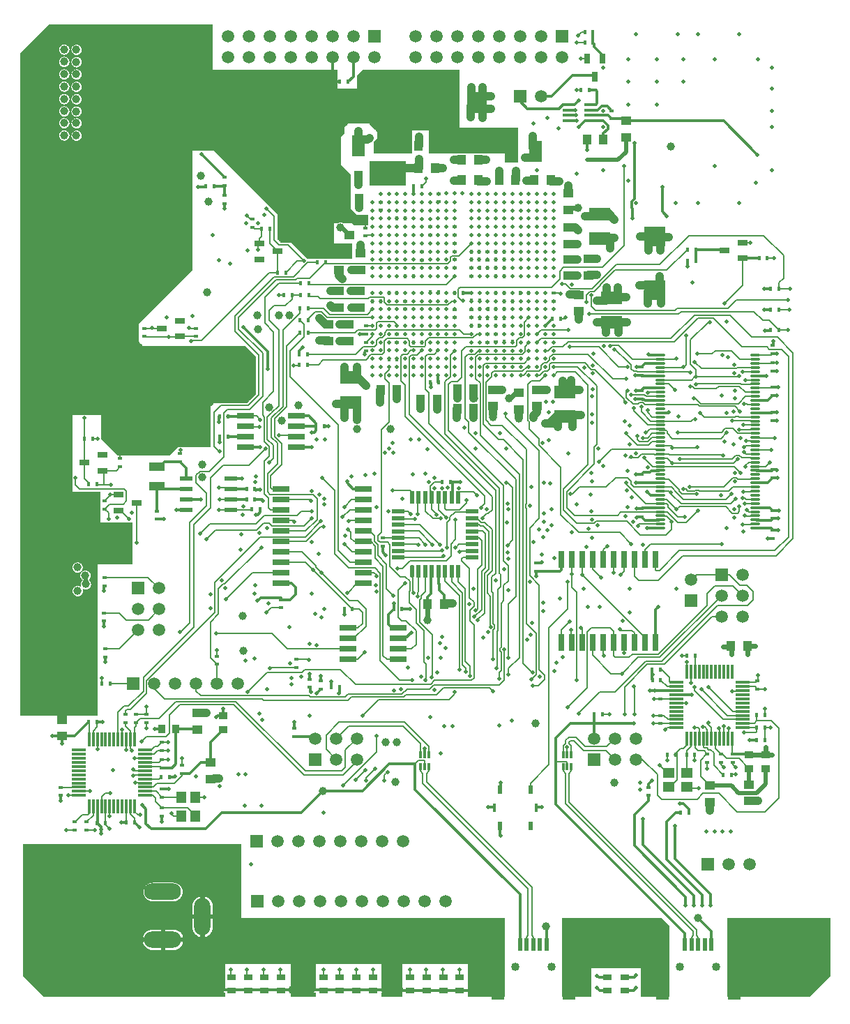
<source format=gbr>
%TF.GenerationSoftware,KiCad,Pcbnew,no-vcs-found-e46fdb0~60~ubuntu17.04.1*%
%TF.CreationDate,2017-09-26T11:00:31+02:00*%
%TF.ProjectId,Cryptech Alpha,437279707465636820416C7068612E6B,rev?*%
%TF.SameCoordinates,Original*%
%TF.FileFunction,Copper,L1,Top,Signal*%
%TF.FilePolarity,Positive*%
%FSLAX46Y46*%
G04 Gerber Fmt 4.6, Leading zero omitted, Abs format (unit mm)*
G04 Created by KiCad (PCBNEW no-vcs-found-e46fdb0~60~ubuntu17.04.1) date Tue Sep 26 11:00:31 2017*
%MOMM*%
%LPD*%
G01*
G04 APERTURE LIST*
%TA.AperFunction,ComponentPad*%
%ADD10C,1.500000*%
%TD*%
%TA.AperFunction,ComponentPad*%
%ADD11R,1.500000X1.500000*%
%TD*%
%TA.AperFunction,SMDPad,CuDef*%
%ADD12R,1.000000X1.200000*%
%TD*%
%TA.AperFunction,SMDPad,CuDef*%
%ADD13R,0.600000X0.450000*%
%TD*%
%TA.AperFunction,SMDPad,CuDef*%
%ADD14R,0.450000X0.600000*%
%TD*%
%TA.AperFunction,SMDPad,CuDef*%
%ADD15R,1.200000X1.000000*%
%TD*%
%TA.AperFunction,SMDPad,CuDef*%
%ADD16R,2.600000X2.400000*%
%TD*%
%TA.AperFunction,SMDPad,CuDef*%
%ADD17R,2.600000X1.600000*%
%TD*%
%TA.AperFunction,SMDPad,CuDef*%
%ADD18R,2.400000X2.600000*%
%TD*%
%TA.AperFunction,SMDPad,CuDef*%
%ADD19R,1.600000X2.600000*%
%TD*%
%TA.AperFunction,WasherPad*%
%ADD20C,1.016000*%
%TD*%
%TA.AperFunction,SMDPad,CuDef*%
%ADD21R,1.600000X2.000000*%
%TD*%
%TA.AperFunction,SMDPad,CuDef*%
%ADD22R,0.600000X1.600000*%
%TD*%
%TA.AperFunction,SMDPad,CuDef*%
%ADD23R,1.200000X0.800000*%
%TD*%
%TA.AperFunction,SMDPad,CuDef*%
%ADD24R,1.000000X0.900000*%
%TD*%
%TA.AperFunction,SMDPad,CuDef*%
%ADD25R,0.900000X1.000000*%
%TD*%
%TA.AperFunction,SMDPad,CuDef*%
%ADD26R,2.032000X0.660400*%
%TD*%
%TA.AperFunction,SMDPad,CuDef*%
%ADD27R,0.660400X2.032000*%
%TD*%
%TA.AperFunction,SMDPad,CuDef*%
%ADD28R,0.300000X0.850000*%
%TD*%
%TA.AperFunction,ComponentPad*%
%ADD29O,2.000000X4.500000*%
%TD*%
%TA.AperFunction,ComponentPad*%
%ADD30O,4.500000X2.000000*%
%TD*%
%TA.AperFunction,SMDPad,CuDef*%
%ADD31R,1.000000X0.800000*%
%TD*%
%TA.AperFunction,SMDPad,CuDef*%
%ADD32R,0.800000X1.200000*%
%TD*%
%TA.AperFunction,SMDPad,CuDef*%
%ADD33R,0.450000X1.016000*%
%TD*%
%TA.AperFunction,SMDPad,CuDef*%
%ADD34R,0.609600X1.016000*%
%TD*%
%TA.AperFunction,SMDPad,CuDef*%
%ADD35R,1.244600X0.406400*%
%TD*%
%TA.AperFunction,SMDPad,CuDef*%
%ADD36O,1.200000X0.300000*%
%TD*%
%TA.AperFunction,SMDPad,CuDef*%
%ADD37R,1.550000X0.600000*%
%TD*%
%TA.AperFunction,SMDPad,CuDef*%
%ADD38R,0.300000X1.800000*%
%TD*%
%TA.AperFunction,SMDPad,CuDef*%
%ADD39R,1.800000X0.300000*%
%TD*%
%TA.AperFunction,SMDPad,CuDef*%
%ADD40O,0.550000X1.550000*%
%TD*%
%TA.AperFunction,SMDPad,CuDef*%
%ADD41R,0.550000X1.550000*%
%TD*%
%TA.AperFunction,SMDPad,CuDef*%
%ADD42R,1.550000X0.550000*%
%TD*%
%TA.AperFunction,SMDPad,CuDef*%
%ADD43R,1.905000X1.117600*%
%TD*%
%TA.AperFunction,SMDPad,CuDef*%
%ADD44R,1.193800X1.397000*%
%TD*%
%TA.AperFunction,SMDPad,CuDef*%
%ADD45R,1.397000X1.193800*%
%TD*%
%TA.AperFunction,BGAPad,CuDef*%
%ADD46C,1.000000*%
%TD*%
%TA.AperFunction,ViaPad*%
%ADD47C,0.500000*%
%TD*%
%TA.AperFunction,ViaPad*%
%ADD48C,1.000000*%
%TD*%
%TA.AperFunction,ViaPad*%
%ADD49C,0.600000*%
%TD*%
%TA.AperFunction,Conductor*%
%ADD50C,0.300000*%
%TD*%
%TA.AperFunction,Conductor*%
%ADD51C,0.150000*%
%TD*%
%TA.AperFunction,Conductor*%
%ADD52C,0.500000*%
%TD*%
%TA.AperFunction,Conductor*%
%ADD53C,1.000000*%
%TD*%
%TA.AperFunction,Conductor*%
%ADD54C,0.200000*%
%TD*%
%TA.AperFunction,Conductor*%
%ADD55C,0.164000*%
%TD*%
%TA.AperFunction,Conductor*%
%ADD56C,0.600000*%
%TD*%
%TA.AperFunction,Conductor*%
%ADD57C,0.050000*%
%TD*%
%ADD58C,0.050000*%
G04 APERTURE END LIST*
D10*
%TO.P,JP5,3*%
%TO.N,AVR_GPIO_1*%
X36580000Y-6000000D03*
%TO.P,JP5,10*%
%TO.N,GND*%
X54360000Y-6000000D03*
%TO.P,JP5,9*%
%TO.N,AVR_GPIO_7*%
X51820000Y-6000000D03*
%TO.P,JP5,8*%
%TO.N,AVR_GPIO_6*%
X49280000Y-6000000D03*
%TO.P,JP5,7*%
%TO.N,AVR_GPIO_5*%
X46740000Y-6000000D03*
%TO.P,JP5,6*%
%TO.N,AVR_GPIO_4*%
X44200000Y-6000000D03*
%TO.P,JP5,5*%
%TO.N,AVR_GPIO_3*%
X41660000Y-6000000D03*
%TO.P,JP5,4*%
%TO.N,AVR_GPIO_2*%
X39120000Y-6000000D03*
%TO.P,JP5,2*%
%TO.N,AVR_GPIO_0*%
X34040000Y-6000000D03*
D11*
%TO.P,JP5,1*%
%TO.N,VCCO_3V3*%
X31500000Y-6000000D03*
%TD*%
%TO.P,JP6,1*%
%TO.N,GND*%
X84160740Y30530000D03*
D10*
%TO.P,JP6,2*%
%TO.N,MKM_AVR_MISO*%
X84160740Y33070000D03*
%TD*%
D12*
%TO.P,C7,2*%
%TO.N,GND*%
X71500000Y86500000D03*
%TO.P,C7,1*%
%TO.N,PWR_18V*%
X73500000Y86500000D03*
%TD*%
D13*
%TO.P,C11,2*%
%TO.N,15V_STABLE*%
X74500000Y89000000D03*
%TO.P,C11,1*%
%TO.N,NetC11_1*%
X74500000Y90000000D03*
%TD*%
D14*
%TO.P,C12,1*%
%TO.N,GND*%
X70750000Y92500000D03*
%TO.P,C12,2*%
%TO.N,NetC12_2*%
X71750000Y92500000D03*
%TD*%
D15*
%TO.P,C13,1*%
%TO.N,15V_STABLE*%
X76250000Y88750000D03*
%TO.P,C13,2*%
%TO.N,GND*%
X76250000Y86750000D03*
%TD*%
D14*
%TO.P,C19,1*%
%TO.N,VCCO_3V3*%
X13625000Y20450000D03*
%TO.P,C19,2*%
%TO.N,GND*%
X12625000Y20450000D03*
%TD*%
D13*
%TO.P,C20,2*%
%TO.N,GND*%
X26600000Y23800000D03*
%TO.P,C20,1*%
%TO.N,NRST*%
X26600000Y22800000D03*
%TD*%
%TO.P,C35,2*%
%TO.N,GND*%
X37800000Y21000000D03*
%TO.P,C35,1*%
%TO.N,VCCO_3V3*%
X37800000Y20000000D03*
%TD*%
%TO.P,C37,2*%
%TO.N,GND*%
X39200000Y20800000D03*
%TO.P,C37,1*%
%TO.N,VCCO_3V3*%
X39200000Y19800000D03*
%TD*%
%TO.P,C47,2*%
%TO.N,GND*%
X94056200Y38108000D03*
%TO.P,C47,1*%
%TO.N,VCCO_3V3*%
X94056200Y39108000D03*
%TD*%
%TO.P,C48,1*%
%TO.N,VCCO_3V3*%
X78105000Y41727400D03*
%TO.P,C48,2*%
%TO.N,GND*%
X78105000Y40727400D03*
%TD*%
%TO.P,C49,2*%
%TO.N,GND*%
X94056200Y55405400D03*
%TO.P,C49,1*%
%TO.N,VCCO_3V3*%
X94056200Y56405400D03*
%TD*%
%TO.P,C50,1*%
%TO.N,VCCO_3V3*%
X78105000Y57894600D03*
%TO.P,C50,2*%
%TO.N,GND*%
X78105000Y58894600D03*
%TD*%
%TO.P,C51,2*%
%TO.N,GND*%
X94056200Y45423200D03*
%TO.P,C51,1*%
%TO.N,VCCO_3V3*%
X94056200Y46423200D03*
%TD*%
%TO.P,C52,1*%
%TO.N,VCCO_3V3*%
X78105000Y55024400D03*
%TO.P,C52,2*%
%TO.N,GND*%
X78105000Y56024400D03*
%TD*%
%TO.P,C53,2*%
%TO.N,GND*%
X94056200Y61493400D03*
%TO.P,C53,1*%
%TO.N,VCCO_3V3*%
X94056200Y60493400D03*
%TD*%
%TO.P,C54,1*%
%TO.N,VCCO_3V3*%
X94056200Y40495600D03*
%TO.P,C54,2*%
%TO.N,GND*%
X94056200Y41495600D03*
%TD*%
%TO.P,C55,2*%
%TO.N,GND*%
X94056200Y58377200D03*
%TO.P,C55,1*%
%TO.N,VCCO_3V3*%
X94056200Y59377200D03*
%TD*%
%TO.P,C56,1*%
%TO.N,VCCO_3V3*%
X78105000Y44864400D03*
%TO.P,C56,2*%
%TO.N,GND*%
X78105000Y45864400D03*
%TD*%
%TO.P,C57,2*%
%TO.N,GND*%
X94056200Y52408200D03*
%TO.P,C57,1*%
%TO.N,VCCO_3V3*%
X94056200Y53408200D03*
%TD*%
D14*
%TO.P,C69,2*%
%TO.N,GND*%
X39600000Y51675000D03*
%TO.P,C69,1*%
%TO.N,VCCO_3V3*%
X38600000Y51675000D03*
%TD*%
D13*
%TO.P,C70,1*%
%TO.N,GND*%
X22100000Y48375000D03*
%TO.P,C70,2*%
%TO.N,NetC70_2*%
X22100000Y47375000D03*
%TD*%
%TO.P,C71,2*%
%TO.N,NetC71_2*%
X19300000Y41400000D03*
%TO.P,C71,1*%
%TO.N,GND*%
X19300000Y40400000D03*
%TD*%
%TO.P,C74,2*%
%TO.N,GND*%
X10719800Y2684400D03*
%TO.P,C74,1*%
%TO.N,FT_VCCORE*%
X10719800Y3684400D03*
%TD*%
%TO.P,C75,1*%
%TO.N,GND*%
X19889200Y4360800D03*
%TO.P,C75,2*%
%TO.N,NetC75_2*%
X19889200Y5360800D03*
%TD*%
%TO.P,C76,2*%
%TO.N,GND*%
X9297400Y2684400D03*
%TO.P,C76,1*%
%TO.N,FT_VCCA*%
X9297400Y3684400D03*
%TD*%
D15*
%TO.P,C77,1*%
%TO.N,FT_VPHY*%
X25807400Y10890000D03*
%TO.P,C77,2*%
%TO.N,GND*%
X25807400Y8890000D03*
%TD*%
D13*
%TO.P,C78,1*%
%TO.N,GND*%
X19889200Y7697600D03*
%TO.P,C78,2*%
%TO.N,NetC78_2*%
X19889200Y6697600D03*
%TD*%
%TO.P,C79,2*%
%TO.N,GND*%
X22325000Y10525000D03*
%TO.P,C79,1*%
%TO.N,FT_VPHY*%
X22325000Y9525000D03*
%TD*%
D15*
%TO.P,C80,2*%
%TO.N,GND*%
X24207200Y16884400D03*
%TO.P,C80,1*%
%TO.N,FT_VPLL*%
X24207200Y14884400D03*
%TD*%
D13*
%TO.P,C81,1*%
%TO.N,FT_VPLL*%
X19889200Y10228200D03*
%TO.P,C81,2*%
%TO.N,GND*%
X19889200Y11228200D03*
%TD*%
D15*
%TO.P,C82,1*%
%TO.N,FT_VCC3V3*%
X7773400Y14071600D03*
%TO.P,C82,2*%
%TO.N,GND*%
X7773400Y16071600D03*
%TD*%
D14*
%TO.P,C83,2*%
%TO.N,GND*%
X13048600Y3565400D03*
%TO.P,C83,1*%
%TO.N,FT_VCC3V3*%
X12048600Y3565400D03*
%TD*%
%TO.P,C84,1*%
%TO.N,FT_VCC3V3*%
X15579200Y3590800D03*
%TO.P,C84,2*%
%TO.N,GND*%
X16579200Y3590800D03*
%TD*%
D13*
%TO.P,C85,2*%
%TO.N,GND*%
X19889200Y12336400D03*
%TO.P,C85,1*%
%TO.N,FT_VCC3V3*%
X19889200Y13336400D03*
%TD*%
D14*
%TO.P,C86,1*%
%TO.N,FT_VCC3V3*%
X11032600Y15782800D03*
%TO.P,C86,2*%
%TO.N,GND*%
X12032600Y15782800D03*
%TD*%
%TO.P,C89,1*%
%TO.N,FT_VCCORE1*%
X80459200Y20897600D03*
%TO.P,C89,2*%
%TO.N,GND*%
X79459200Y20897600D03*
%TD*%
%TO.P,C90,2*%
%TO.N,NetC90_2*%
X82300000Y11825000D03*
%TO.P,C90,1*%
%TO.N,GND*%
X81300000Y11825000D03*
%TD*%
%TO.P,C91,1*%
%TO.N,FT_VCCA1*%
X80425000Y22150000D03*
%TO.P,C91,2*%
%TO.N,GND*%
X79425000Y22150000D03*
%TD*%
D15*
%TO.P,C92,1*%
%TO.N,FT_MGMT_VPHY*%
X86419000Y8066800D03*
%TO.P,C92,2*%
%TO.N,GND*%
X86419000Y6066800D03*
%TD*%
D14*
%TO.P,C93,2*%
%TO.N,NetC93_2*%
X83599400Y11829800D03*
%TO.P,C93,1*%
%TO.N,GND*%
X84599400Y11829800D03*
%TD*%
D13*
%TO.P,C94,1*%
%TO.N,FT_MGMT_VPHY*%
X86131400Y11923400D03*
%TO.P,C94,2*%
%TO.N,GND*%
X86131400Y10923400D03*
%TD*%
D15*
%TO.P,C95,2*%
%TO.N,GND*%
X91186000Y6207000D03*
%TO.P,C95,1*%
%TO.N,FT_MGMT_VPLL*%
X91186000Y8207000D03*
%TD*%
D13*
%TO.P,C96,2*%
%TO.N,GND*%
X87782400Y10923400D03*
%TO.P,C96,1*%
%TO.N,FT_MGMT_VPLL*%
X87782400Y11923400D03*
%TD*%
D12*
%TO.P,C97,1*%
%TO.N,FT_MGMT_VCC3V3*%
X91000000Y25000000D03*
%TO.P,C97,2*%
%TO.N,GND*%
X89000000Y25000000D03*
%TD*%
D13*
%TO.P,C98,1*%
%TO.N,FT_MGMT_VCC3V3*%
X80391000Y16597000D03*
%TO.P,C98,2*%
%TO.N,GND*%
X80391000Y15597000D03*
%TD*%
%TO.P,C99,2*%
%TO.N,GND*%
X89230200Y10923400D03*
%TO.P,C99,1*%
%TO.N,FT_MGMT_VCC3V3*%
X89230200Y11923400D03*
%TD*%
%TO.P,C100,1*%
%TO.N,FT_MGMT_VCC3V3*%
X92202000Y20813400D03*
%TO.P,C100,2*%
%TO.N,GND*%
X92202000Y19813400D03*
%TD*%
%TO.P,C101,2*%
%TO.N,GND*%
X80391000Y18619600D03*
%TO.P,C101,1*%
%TO.N,FT_MGMT_VCC3V3*%
X80391000Y19619600D03*
%TD*%
D12*
%TO.P,C102,2*%
%TO.N,GND*%
X54152600Y30147800D03*
%TO.P,C102,1*%
%TO.N,3V3_BATT*%
X52152600Y30147800D03*
%TD*%
D14*
%TO.P,C103,1*%
%TO.N,3V3_BATT*%
X54904000Y44950800D03*
%TO.P,C103,2*%
%TO.N,GND*%
X53904000Y44950800D03*
%TD*%
%TO.P,C104,2*%
%TO.N,GND*%
X53583200Y32428600D03*
%TO.P,C104,1*%
%TO.N,3V3_BATT*%
X52583200Y32428600D03*
%TD*%
D13*
%TO.P,C106,2*%
%TO.N,GND*%
X65325000Y35125000D03*
%TO.P,C106,1*%
%TO.N,3V3_BATT*%
X65325000Y34125000D03*
%TD*%
D14*
%TO.P,C109,1*%
%TO.N,FPGA_VCCAUX_1V8*%
X55456200Y67894200D03*
%TO.P,C109,2*%
%TO.N,GND*%
X56456200Y67894200D03*
%TD*%
D13*
%TO.P,C110,2*%
%TO.N,GND*%
X34352200Y29648200D03*
%TO.P,C110,1*%
%TO.N,VCCO_3V3*%
X34352200Y30648200D03*
%TD*%
D14*
%TO.P,C112,2*%
%TO.N,GND*%
X49050000Y29475000D03*
%TO.P,C112,1*%
%TO.N,VCCO_3V3*%
X48050000Y29475000D03*
%TD*%
%TO.P,C122,2*%
%TO.N,GND*%
X41500000Y93500000D03*
%TO.P,C122,1*%
%TO.N,VCCO_3V3*%
X42500000Y93500000D03*
%TD*%
D16*
%TO.P,C123,1*%
%TO.N,FPGA_VCCINT_1V0*%
X79705200Y68251000D03*
%TO.P,C123,2*%
%TO.N,GND*%
X79705200Y74751000D03*
%TD*%
D14*
%TO.P,C124,1*%
%TO.N,FPGA_VCCINT_1V0*%
X61434600Y69875400D03*
%TO.P,C124,2*%
%TO.N,GND*%
X60434600Y69875400D03*
%TD*%
%TO.P,C125,2*%
%TO.N,GND*%
X57437400Y72898000D03*
%TO.P,C125,1*%
%TO.N,FPGA_VCCINT_1V0*%
X58437400Y72898000D03*
%TD*%
D17*
%TO.P,C126,2*%
%TO.N,GND*%
X47929800Y86056600D03*
%TO.P,C126,1*%
%TO.N,FPGA_VCCAUX_1V8*%
X47929800Y83056600D03*
%TD*%
D18*
%TO.P,C127,2*%
%TO.N,GND*%
X51625400Y90997000D03*
%TO.P,C127,1*%
%TO.N,FPGA_VCCINT_1V0*%
X58125400Y90997000D03*
%TD*%
D14*
%TO.P,C128,1*%
%TO.N,FPGA_VCCINT_1V0*%
X60434600Y70916800D03*
%TO.P,C128,2*%
%TO.N,GND*%
X61434600Y70916800D03*
%TD*%
%TO.P,C129,2*%
%TO.N,GND*%
X61460000Y63855600D03*
%TO.P,C129,1*%
%TO.N,FPGA_VCCINT_1V0*%
X60460000Y63855600D03*
%TD*%
%TO.P,C130,1*%
%TO.N,FPGA_VCCINT_1V0*%
X57437400Y71907400D03*
%TO.P,C130,2*%
%TO.N,GND*%
X58437400Y71907400D03*
%TD*%
%TO.P,C131,2*%
%TO.N,GND*%
X58462800Y66903600D03*
%TO.P,C131,1*%
%TO.N,FPGA_VCCINT_1V0*%
X57462800Y66903600D03*
%TD*%
D12*
%TO.P,C132,1*%
%TO.N,FPGA_VCCAUX_1V8*%
X51070000Y83007200D03*
%TO.P,C132,2*%
%TO.N,GND*%
X53070000Y83007200D03*
%TD*%
D17*
%TO.P,C133,1*%
%TO.N,FPGA_VCCINT_1V0*%
X42849800Y57591350D03*
%TO.P,C133,2*%
%TO.N,GND*%
X42849800Y54591350D03*
%TD*%
D13*
%TO.P,C134,1*%
%TO.N,FPGA_VCCINT_1V0*%
X57454800Y69908800D03*
%TO.P,C134,2*%
%TO.N,GND*%
X57454800Y70908800D03*
%TD*%
D14*
%TO.P,C135,2*%
%TO.N,GND*%
X61460000Y67894200D03*
%TO.P,C135,1*%
%TO.N,FPGA_VCCINT_1V0*%
X60460000Y67894200D03*
%TD*%
D15*
%TO.P,C136,2*%
%TO.N,GND*%
X43992800Y70678800D03*
%TO.P,C136,1*%
%TO.N,FPGA_VCCAUX_1V8*%
X43992800Y72678800D03*
%TD*%
D17*
%TO.P,C137,2*%
%TO.N,GND*%
X74523600Y64311400D03*
%TO.P,C137,1*%
%TO.N,FPGA_VCCINT_1V0*%
X74523600Y67311400D03*
%TD*%
D14*
%TO.P,C138,1*%
%TO.N,FPGA_VCCINT_1V0*%
X61450600Y66878200D03*
%TO.P,C138,2*%
%TO.N,GND*%
X62450600Y66878200D03*
%TD*%
D12*
%TO.P,C139,1*%
%TO.N,FPGA_VCCAUX_1V8*%
X51070000Y85725000D03*
%TO.P,C139,2*%
%TO.N,GND*%
X53070000Y85725000D03*
%TD*%
%TO.P,C140,2*%
%TO.N,GND*%
X62849000Y81559400D03*
%TO.P,C140,1*%
%TO.N,FPGA_VCCINT_1V0*%
X60849000Y81559400D03*
%TD*%
D15*
%TO.P,C141,1*%
%TO.N,FPGA_VCCINT_1V0*%
X60121800Y56118000D03*
%TO.P,C141,2*%
%TO.N,GND*%
X60121800Y54118000D03*
%TD*%
D14*
%TO.P,C142,2*%
%TO.N,GND*%
X61434600Y65887600D03*
%TO.P,C142,1*%
%TO.N,FPGA_VCCINT_1V0*%
X60434600Y65887600D03*
%TD*%
D13*
%TO.P,C143,1*%
%TO.N,FPGA_VCCAUX_1V8*%
X55473600Y70899400D03*
%TO.P,C143,2*%
%TO.N,GND*%
X55473600Y71899400D03*
%TD*%
D15*
%TO.P,C144,2*%
%TO.N,GND*%
X71678800Y72018400D03*
%TO.P,C144,1*%
%TO.N,FPGA_VCCINT_1V0*%
X71678800Y70018400D03*
%TD*%
%TO.P,C145,1*%
%TO.N,FPGA_VCCINT_1V0*%
X43916600Y68106800D03*
%TO.P,C145,2*%
%TO.N,GND*%
X43916600Y66106800D03*
%TD*%
D14*
%TO.P,C146,2*%
%TO.N,GND*%
X59478800Y65887600D03*
%TO.P,C146,1*%
%TO.N,FPGA_VCCINT_1V0*%
X58478800Y65887600D03*
%TD*%
D13*
%TO.P,C147,1*%
%TO.N,FPGA_VCCAUX_1V8*%
X55473600Y72906000D03*
%TO.P,C147,2*%
%TO.N,GND*%
X55473600Y73906000D03*
%TD*%
D15*
%TO.P,C148,2*%
%TO.N,GND*%
X41427400Y66106800D03*
%TO.P,C148,1*%
%TO.N,FPGA_VCCINT_1V0*%
X41427400Y68106800D03*
%TD*%
%TO.P,C149,1*%
%TO.N,FPGA_VCCINT_1V0*%
X69265800Y69967600D03*
%TO.P,C149,2*%
%TO.N,GND*%
X69265800Y71967600D03*
%TD*%
D14*
%TO.P,C150,2*%
%TO.N,GND*%
X58453400Y64846200D03*
%TO.P,C150,1*%
%TO.N,FPGA_VCCINT_1V0*%
X59453400Y64846200D03*
%TD*%
%TO.P,C151,1*%
%TO.N,FPGA_VCCAUX_1V8*%
X58453400Y70891400D03*
%TO.P,C151,2*%
%TO.N,GND*%
X59453400Y70891400D03*
%TD*%
D12*
%TO.P,C152,2*%
%TO.N,GND*%
X56302400Y84023200D03*
%TO.P,C152,1*%
%TO.N,FPGA_VCCINT_1V0*%
X58302400Y84023200D03*
%TD*%
D15*
%TO.P,C153,1*%
%TO.N,FPGA_VCCINT_1V0*%
X70485000Y67649600D03*
%TO.P,C153,2*%
%TO.N,GND*%
X70485000Y65649600D03*
%TD*%
D14*
%TO.P,C154,2*%
%TO.N,GND*%
X60434600Y64846200D03*
%TO.P,C154,1*%
%TO.N,FPGA_VCCINT_1V0*%
X61434600Y64846200D03*
%TD*%
D13*
%TO.P,C155,1*%
%TO.N,FPGA_VCCAUX_1V8*%
X57454800Y64879600D03*
%TO.P,C155,2*%
%TO.N,GND*%
X57454800Y65879600D03*
%TD*%
D12*
%TO.P,C156,2*%
%TO.N,GND*%
X55743600Y53797200D03*
%TO.P,C156,1*%
%TO.N,FPGA_VCCINT_1V0*%
X57743600Y53797200D03*
%TD*%
%TO.P,C157,1*%
%TO.N,FPGA_VCCINT_1V0*%
X58302400Y81559400D03*
%TO.P,C157,2*%
%TO.N,GND*%
X56302400Y81559400D03*
%TD*%
D14*
%TO.P,C158,2*%
%TO.N,GND*%
X57437400Y63881000D03*
%TO.P,C158,1*%
%TO.N,FPGA_VCCINT_1V0*%
X58437400Y63881000D03*
%TD*%
D13*
%TO.P,C159,1*%
%TO.N,FPGA_VCCAUX_1V8*%
X55422800Y65879600D03*
%TO.P,C159,2*%
%TO.N,GND*%
X55422800Y64879600D03*
%TD*%
D15*
%TO.P,C160,2*%
%TO.N,GND*%
X41402000Y72678800D03*
%TO.P,C160,1*%
%TO.N,FPGA_VCCINT_1V0*%
X41402000Y70678800D03*
%TD*%
D12*
%TO.P,C161,1*%
%TO.N,FPGA_VCCINT_1V0*%
X57769000Y56184800D03*
%TO.P,C161,2*%
%TO.N,GND*%
X55769000Y56184800D03*
%TD*%
D14*
%TO.P,C162,2*%
%TO.N,GND*%
X60434600Y71907400D03*
%TO.P,C162,1*%
%TO.N,FPGA_VCCINT_1V0*%
X61434600Y71907400D03*
%TD*%
D13*
%TO.P,C163,1*%
%TO.N,FPGA_VCCINT_1V0*%
X59436000Y71890000D03*
%TO.P,C163,2*%
%TO.N,GND*%
X59436000Y72890000D03*
%TD*%
D14*
%TO.P,C164,2*%
%TO.N,GND*%
X61460000Y72898000D03*
%TO.P,C164,1*%
%TO.N,FPGA_VCCINT_1V0*%
X60460000Y72898000D03*
%TD*%
D19*
%TO.P,C165,1*%
%TO.N,VCCO_3V3*%
X65279400Y85064600D03*
%TO.P,C165,2*%
%TO.N,GND*%
X62279400Y85064600D03*
%TD*%
%TO.P,C166,2*%
%TO.N,GND*%
X40791000Y85699600D03*
%TO.P,C166,1*%
%TO.N,VCCO_3V3*%
X43791000Y85699600D03*
%TD*%
D17*
%TO.P,C167,1*%
%TO.N,VCCO_3V3*%
X68834000Y55883000D03*
%TO.P,C167,2*%
%TO.N,GND*%
X68834000Y52883000D03*
%TD*%
%TO.P,C168,2*%
%TO.N,GND*%
X73075800Y74471400D03*
%TO.P,C168,1*%
%TO.N,VCCO_3V3*%
X73075800Y77471400D03*
%TD*%
D15*
%TO.P,C169,2*%
%TO.N,GND*%
X63246000Y53742980D03*
%TO.P,C169,1*%
%TO.N,VCCO_3V3*%
X63246000Y55742980D03*
%TD*%
D12*
%TO.P,C170,1*%
%TO.N,VCCO_3V3*%
X43773600Y82067400D03*
%TO.P,C170,2*%
%TO.N,GND*%
X41773600Y82067400D03*
%TD*%
%TO.P,C171,2*%
%TO.N,GND*%
X41824400Y79273400D03*
%TO.P,C171,1*%
%TO.N,VCCO_3V3*%
X43824400Y79273400D03*
%TD*%
D15*
%TO.P,C172,1*%
%TO.N,VCCO_3V3*%
X40157400Y64042800D03*
%TO.P,C172,2*%
%TO.N,GND*%
X40157400Y62042800D03*
%TD*%
%TO.P,C173,2*%
%TO.N,GND*%
X42595800Y62042800D03*
%TO.P,C173,1*%
%TO.N,VCCO_3V3*%
X42595800Y64042800D03*
%TD*%
D12*
%TO.P,C174,1*%
%TO.N,VCCO_3V3*%
X53298600Y54914800D03*
%TO.P,C174,2*%
%TO.N,GND*%
X51298600Y54914800D03*
%TD*%
D15*
%TO.P,C175,2*%
%TO.N,GND*%
X69265800Y79943200D03*
%TO.P,C175,1*%
%TO.N,VCCO_3V3*%
X69265800Y77943200D03*
%TD*%
%TO.P,C176,1*%
%TO.N,VCCO_3V3*%
X65455800Y56118000D03*
%TO.P,C176,2*%
%TO.N,GND*%
X65455800Y54118000D03*
%TD*%
D12*
%TO.P,C177,2*%
%TO.N,GND*%
X67116200Y81559400D03*
%TO.P,C177,1*%
%TO.N,VCCO_3V3*%
X65116200Y81559400D03*
%TD*%
D15*
%TO.P,C178,1*%
%TO.N,VCCO_3V3*%
X42621200Y74920600D03*
%TO.P,C178,2*%
%TO.N,GND*%
X42621200Y76920600D03*
%TD*%
%TO.P,C179,2*%
%TO.N,GND*%
X69265800Y73828400D03*
%TO.P,C179,1*%
%TO.N,VCCO_3V3*%
X69265800Y75828400D03*
%TD*%
D12*
%TO.P,C180,1*%
%TO.N,VCCO_3V3*%
X46447200Y56083200D03*
%TO.P,C180,2*%
%TO.N,GND*%
X48447200Y56083200D03*
%TD*%
D13*
%TO.P,C181,1*%
%TO.N,VCCO_3V3*%
X48437800Y62882400D03*
%TO.P,C181,2*%
%TO.N,GND*%
X48437800Y61882400D03*
%TD*%
D14*
%TO.P,C182,2*%
%TO.N,GND*%
X48455200Y59867800D03*
%TO.P,C182,1*%
%TO.N,VCCO_3V3*%
X47455200Y59867800D03*
%TD*%
D13*
%TO.P,C183,1*%
%TO.N,VCCO_3V3*%
X53467000Y78925800D03*
%TO.P,C183,2*%
%TO.N,GND*%
X53467000Y79925800D03*
%TD*%
D14*
%TO.P,C184,2*%
%TO.N,GND*%
X61450600Y61924400D03*
%TO.P,C184,1*%
%TO.N,VCCO_3V3*%
X62450600Y61924400D03*
%TD*%
%TO.P,C185,1*%
%TO.N,VCCO_3V3*%
X50436400Y69875400D03*
%TO.P,C185,2*%
%TO.N,GND*%
X49436400Y69875400D03*
%TD*%
D13*
%TO.P,C186,2*%
%TO.N,GND*%
X55473600Y75912600D03*
%TO.P,C186,1*%
%TO.N,VCCO_3V3*%
X55473600Y74912600D03*
%TD*%
%TO.P,C187,1*%
%TO.N,VCCO_3V3*%
X44678600Y63898400D03*
%TO.P,C187,2*%
%TO.N,GND*%
X44678600Y62898400D03*
%TD*%
D14*
%TO.P,C188,2*%
%TO.N,GND*%
X52509800Y56997600D03*
%TO.P,C188,1*%
%TO.N,VCCO_3V3*%
X53509800Y56997600D03*
%TD*%
D13*
%TO.P,C189,1*%
%TO.N,VCCO_3V3*%
X52451000Y75887200D03*
%TO.P,C189,2*%
%TO.N,GND*%
X52451000Y74887200D03*
%TD*%
D14*
%TO.P,C190,2*%
%TO.N,GND*%
X68318000Y64744600D03*
%TO.P,C190,1*%
%TO.N,VCCO_3V3*%
X67318000Y64744600D03*
%TD*%
%TO.P,C191,1*%
%TO.N,VCCO_3V3*%
X53459000Y67919600D03*
%TO.P,C191,2*%
%TO.N,GND*%
X52459000Y67919600D03*
%TD*%
D13*
%TO.P,C192,2*%
%TO.N,GND*%
X46431200Y78909800D03*
%TO.P,C192,1*%
%TO.N,VCCO_3V3*%
X46431200Y77909800D03*
%TD*%
%TO.P,C193,1*%
%TO.N,VCCO_3V3*%
X49453800Y65895600D03*
%TO.P,C193,2*%
%TO.N,GND*%
X49453800Y66895600D03*
%TD*%
D14*
%TO.P,C194,2*%
%TO.N,GND*%
X49436400Y58902600D03*
%TO.P,C194,1*%
%TO.N,VCCO_3V3*%
X50436400Y58902600D03*
%TD*%
%TO.P,C195,1*%
%TO.N,VCCO_3V3*%
X49445800Y76911200D03*
%TO.P,C195,2*%
%TO.N,GND*%
X48445800Y76911200D03*
%TD*%
D13*
%TO.P,C196,2*%
%TO.N,GND*%
X60452000Y61907800D03*
%TO.P,C196,1*%
%TO.N,VCCO_3V3*%
X60452000Y62907800D03*
%TD*%
D14*
%TO.P,C197,1*%
%TO.N,VCCO_3V3*%
X47455200Y67894200D03*
%TO.P,C197,2*%
%TO.N,GND*%
X48455200Y67894200D03*
%TD*%
%TO.P,C198,2*%
%TO.N,GND*%
X51427000Y80797400D03*
%TO.P,C198,1*%
%TO.N,VCCO_3V3*%
X50427000Y80797400D03*
%TD*%
%TO.P,C199,1*%
%TO.N,VCCO_3V3*%
X64431800Y67894200D03*
%TO.P,C199,2*%
%TO.N,GND*%
X63431800Y67894200D03*
%TD*%
%TO.P,C200,2*%
%TO.N,GND*%
X50452400Y61899800D03*
%TO.P,C200,1*%
%TO.N,VCCO_3V3*%
X51452400Y61899800D03*
%TD*%
D13*
%TO.P,C201,1*%
%TO.N,VCCO_3V3*%
X51460400Y72890000D03*
%TO.P,C201,2*%
%TO.N,GND*%
X51460400Y71890000D03*
%TD*%
%TO.P,C202,2*%
%TO.N,GND*%
X67462400Y67886200D03*
%TO.P,C202,1*%
%TO.N,VCCO_3V3*%
X67462400Y66886200D03*
%TD*%
D14*
%TO.P,C203,1*%
%TO.N,VCCO_3V3*%
X46448600Y66878200D03*
%TO.P,C203,2*%
%TO.N,GND*%
X45448600Y66878200D03*
%TD*%
D13*
%TO.P,C204,2*%
%TO.N,GND*%
X44595460Y75771950D03*
%TO.P,C204,1*%
%TO.N,VCCO_3V3*%
X44595460Y74771950D03*
%TD*%
%TO.P,C211,1*%
%TO.N,PWR_ENA_VCCINT*%
X24003000Y62593600D03*
%TO.P,C211,2*%
%TO.N,GND*%
X24003000Y63593600D03*
%TD*%
%TO.P,C212,2*%
%TO.N,GND*%
X14833600Y47769400D03*
%TO.P,C212,1*%
%TO.N,PWR_ENA_VCCO*%
X14833600Y46769400D03*
%TD*%
%TO.P,C213,1*%
%TO.N,PWR_ENA_VCCAUX*%
X30911800Y75827000D03*
%TO.P,C213,2*%
%TO.N,GND*%
X30911800Y76827000D03*
%TD*%
%TO.P,C214,2*%
%TO.N,GND*%
X36000000Y15000000D03*
%TO.P,C214,1*%
%TO.N,FT_VREGIN*%
X36000000Y14000000D03*
%TD*%
D14*
%TO.P,C215,1*%
%TO.N,FT_MGMT_VREGIN*%
X72400000Y16700000D03*
%TO.P,C215,2*%
%TO.N,GND*%
X73400000Y16700000D03*
%TD*%
D20*
%TO.P,CN1,*%
%TO.N,*%
X67209800Y-13884000D03*
X62800000Y-13884000D03*
D21*
%TO.P,CN1,GND*%
%TO.N,GND*%
X69360000Y-16900000D03*
X69360000Y-11394800D03*
X60660000Y-16900000D03*
D22*
X66600200Y-11200000D03*
%TO.P,CN1,ID*%
%TO.N,N/C*%
X65800000Y-11200000D03*
%TO.P,CN1,D+*%
%TO.N,D1_P*%
X65000000Y-11200000D03*
%TO.P,CN1,D-*%
%TO.N,D1_N*%
X64200000Y-11200000D03*
%TO.P,CN1,VBUS*%
%TO.N,FT_VREGIN*%
X63400000Y-11200000D03*
D21*
%TO.P,CN1,GND*%
%TO.N,GND*%
X60660000Y-11394800D03*
%TD*%
D20*
%TO.P,CN2,*%
%TO.N,*%
X82800000Y-13884000D03*
X87209800Y-13884000D03*
D21*
%TO.P,CN2,GND*%
%TO.N,GND*%
X80660000Y-11394800D03*
D22*
%TO.P,CN2,VBUS*%
%TO.N,FT_MGMT_VREGIN*%
X83400000Y-11200000D03*
%TO.P,CN2,D-*%
%TO.N,DM_N*%
X84200000Y-11200000D03*
%TO.P,CN2,D+*%
%TO.N,DM_P*%
X85000000Y-11200000D03*
%TO.P,CN2,ID*%
%TO.N,N/C*%
X85800000Y-11200000D03*
%TO.P,CN2,GND*%
%TO.N,GND*%
X86600200Y-11200000D03*
D21*
X80660000Y-16900000D03*
X89360000Y-11394800D03*
X89360000Y-16900000D03*
%TD*%
D23*
%TO.P,D2,1*%
%TO.N,PWR_ENA_VCCINT*%
X22080400Y62600800D03*
%TO.P,D2,2*%
%TO.N,N/C*%
X22080400Y64500800D03*
%TO.P,D2,3*%
%TO.N,VCC_5V0*%
X19880400Y63550800D03*
%TD*%
%TO.P,D3,3*%
%TO.N,POK_VCCAUX*%
X10507800Y47269400D03*
%TO.P,D3,2*%
%TO.N,N/C*%
X12707800Y48219400D03*
%TO.P,D3,1*%
%TO.N,PWR_ENA_VCCO*%
X12707800Y46319400D03*
%TD*%
%TO.P,D4,1*%
%TO.N,PWR_ENA_VCCAUX*%
X31716800Y73873400D03*
%TO.P,D4,2*%
%TO.N,N/C*%
X31716800Y71973400D03*
%TO.P,D4,3*%
%TO.N,POK_VCCINT*%
X33916800Y72923400D03*
%TD*%
D24*
%TO.P,FB1,1*%
%TO.N,FT_VCC3V3*%
X27351200Y16572600D03*
%TO.P,FB1,2*%
%TO.N,FT_VPHY*%
X27351200Y14872600D03*
%TD*%
D25*
%TO.P,FB2,2*%
%TO.N,FT_VPLL*%
X21602800Y14919200D03*
%TO.P,FB2,1*%
%TO.N,FT_VCC3V3*%
X19902800Y14919200D03*
%TD*%
D24*
%TO.P,FB3,1*%
%TO.N,FT_MGMT_VCC3V3*%
X93218000Y11816200D03*
%TO.P,FB3,2*%
%TO.N,FT_MGMT_VPHY*%
X93218000Y10116200D03*
%TD*%
%TO.P,FB4,2*%
%TO.N,FT_MGMT_VPLL*%
X91186000Y10116200D03*
%TO.P,FB4,1*%
%TO.N,FT_MGMT_VCC3V3*%
X91186000Y11816200D03*
%TD*%
D26*
%TO.P,IC1,1*%
%TO.N,KSM_PROM_CS_N*%
X30081800Y52933000D03*
%TO.P,IC1,8*%
%TO.N,VCCO_3V3*%
X36228600Y52933000D03*
%TO.P,IC1,2*%
%TO.N,KSM_PROM_MISO*%
X30081800Y51663000D03*
%TO.P,IC1,3*%
%TO.N,NetIC1_3*%
X30081800Y50393000D03*
%TO.P,IC1,7*%
%TO.N,VCCO_3V3*%
X36228600Y51663000D03*
%TO.P,IC1,6*%
%TO.N,KSM_PROM_SCLK*%
X36228600Y50393000D03*
%TO.P,IC1,4*%
%TO.N,GND*%
X30081800Y49123000D03*
%TO.P,IC1,5*%
%TO.N,KSM_PROM_MOSI*%
X36228600Y49123000D03*
%TD*%
%TO.P,IC2,1*%
%TO.N,SPI_A_TRISTATE*%
X44385200Y32637400D03*
%TO.P,IC2,2*%
%TO.N,ARM_FPGA_CFG_CS_N*%
X44385200Y33907400D03*
%TO.P,IC2,3*%
%TO.N,FPGA_CFG_MISO*%
X44385200Y35177400D03*
%TO.P,IC2,4*%
%TO.N,ARM_FPGA_CFG_SCLK*%
X44385200Y36447400D03*
%TO.P,IC2,5*%
%TO.N,FPGA_PROM_MOSI*%
X44385200Y37717400D03*
%TO.P,IC2,6*%
%TO.N,ARM_FPGA_CFG_MOSI*%
X44385200Y38987400D03*
%TO.P,IC2,7*%
%TO.N,FPGA_PROM_SCLK*%
X44385200Y40257400D03*
%TO.P,IC2,8*%
%TO.N,FPGA_PROM_MISO*%
X44385200Y41527400D03*
%TO.P,IC2,13*%
%TO.N,FPGA_CFG_SCLK*%
X34326800Y41527400D03*
%TO.P,IC2,14*%
%TO.N,FPGA_PROM_MOSI*%
X34326800Y40257400D03*
%TO.P,IC2,15*%
%TO.N,FPGA_CFG_MOSI*%
X34326800Y38987400D03*
%TO.P,IC2,16*%
%TO.N,FPGA_PROM_SCLK*%
X34326800Y37717400D03*
%TO.P,IC2,17*%
%TO.N,FPGA_PROM_MISO*%
X34326800Y36447400D03*
%TO.P,IC2,18*%
%TO.N,FPGA_PROM_CS_N*%
X34326800Y35177400D03*
%TO.P,IC2,19*%
%TO.N,SPI_B_TRISTATE*%
X34326800Y33907400D03*
%TO.P,IC2,20*%
%TO.N,VCCO_3V3*%
X34326800Y32637400D03*
%TO.P,IC2,9*%
%TO.N,FPGA_PROM_CS_N*%
X44385200Y42797400D03*
%TO.P,IC2,10*%
%TO.N,GND*%
X44385200Y44067400D03*
%TO.P,IC2,12*%
%TO.N,ARM_FPGA_CFG_MISO*%
X34326800Y42797400D03*
%TO.P,IC2,11*%
%TO.N,FPGA_CFG_CS_N*%
X34326800Y44067400D03*
%TD*%
%TO.P,IC3,5*%
%TO.N,FPGA_PROM_MOSI*%
X48610200Y23378200D03*
%TO.P,IC3,4*%
%TO.N,GND*%
X42463400Y23378200D03*
%TO.P,IC3,6*%
%TO.N,FPGA_PROM_SCLK*%
X48610200Y24648200D03*
%TO.P,IC3,7*%
%TO.N,VCCO_3V3*%
X48610200Y25918200D03*
%TO.P,IC3,3*%
%TO.N,FPGA_PROM_W_N*%
X42463400Y24648200D03*
%TO.P,IC3,2*%
%TO.N,FPGA_PROM_MISO*%
X42463400Y25918200D03*
%TO.P,IC3,8*%
%TO.N,VCCO_3V3*%
X48610200Y27188200D03*
%TO.P,IC3,1*%
%TO.N,FPGA_PROM_CS_N*%
X42463400Y27188200D03*
%TD*%
D27*
%TO.P,IC4,11*%
%TO.N,MKM_FPGA_CS_N*%
X79806800Y35493200D03*
%TO.P,IC4,12*%
%TO.N,MKM_AVR_MISO*%
X78536800Y35493200D03*
%TO.P,IC4,10*%
%TO.N,GND*%
X79806800Y25434800D03*
%TO.P,IC4,9*%
%TO.N,MKM_CS_N*%
X78536800Y25434800D03*
%TO.P,IC4,20*%
%TO.N,3V3_BATT*%
X68376800Y35493200D03*
%TO.P,IC4,19*%
%TO.N,MKM_CONTROL_FPGA_DIS*%
X69646800Y35493200D03*
%TO.P,IC4,18*%
%TO.N,MKM_CS_N*%
X70916800Y35493200D03*
%TO.P,IC4,17*%
%TO.N,MKM_MISO*%
X72186800Y35493200D03*
%TO.P,IC4,16*%
%TO.N,MKM_SCK*%
X73456800Y35493200D03*
%TO.P,IC4,15*%
%TO.N,MKM_FPGA_MOSI*%
X74726800Y35493200D03*
%TO.P,IC4,14*%
%TO.N,MKM_MOSI*%
X75996800Y35493200D03*
%TO.P,IC4,13*%
%TO.N,MKM_FPGA_SCK*%
X77266800Y35493200D03*
%TO.P,IC4,8*%
%TO.N,MKM_MISO*%
X77266800Y25434800D03*
%TO.P,IC4,7*%
%TO.N,MKM_SCK*%
X75996800Y25434800D03*
%TO.P,IC4,6*%
%TO.N,MKM_AVR_MOSI*%
X74726800Y25434800D03*
%TO.P,IC4,5*%
%TO.N,MKM_MOSI*%
X73456800Y25434800D03*
%TO.P,IC4,4*%
%TO.N,MKM_AVR_SCK*%
X72186800Y25434800D03*
%TO.P,IC4,3*%
%TO.N,MKM_FPGA_MISO*%
X70916800Y25434800D03*
%TO.P,IC4,2*%
%TO.N,MKM_AVR_CS_N*%
X69646800Y25434800D03*
%TO.P,IC4,1*%
%TO.N,MKM_CONTROL_AVR_ENA*%
X68376800Y25434800D03*
%TD*%
D28*
%TO.P,IC5,1*%
%TO.N,USB_P*%
X52316000Y11799400D03*
%TO.P,IC5,2*%
%TO.N,GND*%
X51816000Y11799400D03*
%TO.P,IC5,3*%
%TO.N,USB_N*%
X51316000Y11799400D03*
%TO.P,IC5,4*%
%TO.N,D1_N*%
X51316000Y10349400D03*
%TO.P,IC5,5*%
%TO.N,FT_VREGIN*%
X51816000Y10349400D03*
%TO.P,IC5,6*%
%TO.N,D1_P*%
X52316000Y10349400D03*
%TD*%
%TO.P,IC6,6*%
%TO.N,DM_P*%
X69613400Y10349400D03*
%TO.P,IC6,5*%
%TO.N,FT_MGMT_VREGIN*%
X69113400Y10349400D03*
%TO.P,IC6,4*%
%TO.N,DM_N*%
X68613400Y10349400D03*
%TO.P,IC6,3*%
%TO.N,USB_MGMT_N*%
X68613400Y11799400D03*
%TO.P,IC6,2*%
%TO.N,GND*%
X69113400Y11799400D03*
%TO.P,IC6,1*%
%TO.N,USB_MGMT_P*%
X69613400Y11799400D03*
%TD*%
D10*
%TO.P,J1,6*%
%TO.N,N/C*%
X29133790Y20421600D03*
%TO.P,J1,5*%
%TO.N,NRST*%
X26593790Y20421600D03*
%TO.P,J1,4*%
%TO.N,SWDIO*%
X24053790Y20421600D03*
%TO.P,J1,3*%
%TO.N,GND*%
X21513790Y20421600D03*
%TO.P,J1,2*%
%TO.N,SWDCLK*%
X18973790Y20421600D03*
D11*
%TO.P,J1,1*%
%TO.N,VCCO_3V3*%
X16433790Y20421600D03*
%TD*%
%TO.P,J2,1*%
%TO.N,GND*%
X38506390Y11252200D03*
D10*
%TO.P,J2,2*%
%TO.N,FT_VREGIN*%
X38506390Y13792200D03*
%TO.P,J2,3*%
%TO.N,USB_P*%
X41046390Y11252200D03*
%TO.P,J2,4*%
%TO.N,USB_N*%
X41046390Y13792200D03*
%TO.P,J2,5*%
%TO.N,FT_RXD1*%
X43586390Y11252200D03*
%TO.P,J2,6*%
%TO.N,FT_TXD1*%
X43586390Y13792200D03*
%TD*%
%TO.P,J3,6*%
%TO.N,FT_MGMT_TXD1*%
X77444590Y13792200D03*
%TO.P,J3,5*%
%TO.N,FT_MGMT_RXD1*%
X77444590Y11252200D03*
%TO.P,J3,4*%
%TO.N,USB_MGMT_N*%
X74904590Y13792200D03*
%TO.P,J3,3*%
%TO.N,USB_MGMT_P*%
X74904590Y11252200D03*
%TO.P,J3,2*%
%TO.N,FT_MGMT_VREGIN*%
X72364590Y13792200D03*
D11*
%TO.P,J3,1*%
%TO.N,GND*%
X72364590Y11252200D03*
%TD*%
D29*
%TO.P,JP1,3*%
%TO.N,GND*%
X24800000Y-7800000D03*
D30*
%TO.P,JP1,2*%
X20000000Y-10600000D03*
%TO.P,JP1,1*%
%TO.N,PWR_18V*%
X20000000Y-4800000D03*
%TD*%
D10*
%TO.P,JP2,2*%
%TO.N,NetJP2_2*%
X65916800Y91744800D03*
D11*
%TO.P,JP2,1*%
%TO.N,15V_LDO_ENABLE*%
X63376800Y91744800D03*
%TD*%
%TO.P,JP3,1*%
%TO.N,MKM_AVR_MISO*%
X87847000Y33705800D03*
D10*
%TO.P,JP3,2*%
%TO.N,3V3_BATT*%
X90387000Y33705800D03*
%TO.P,JP3,3*%
%TO.N,MKM_AVR_SCK*%
X87847000Y31165800D03*
%TO.P,JP3,4*%
%TO.N,MKM_AVR_MOSI*%
X90387000Y31165800D03*
%TO.P,JP3,5*%
%TO.N,AVR_RESET*%
X87847000Y28625800D03*
%TO.P,JP3,6*%
%TO.N,GND*%
X90387000Y28625800D03*
%TD*%
%TO.P,JP4,3*%
%TO.N,GND*%
X91219330Y-1500000D03*
%TO.P,JP4,2*%
%TO.N,3V3_BATT*%
X88679330Y-1500000D03*
D11*
%TO.P,JP4,1*%
%TO.N,VCCO_3V3*%
X86139330Y-1500000D03*
%TD*%
%TO.P,JP7,1*%
%TO.N,FPGA_CFG_CTRL_ARM_ENA*%
X16980000Y32015000D03*
D10*
%TO.P,JP7,2*%
%TO.N,SPI_A_TRISTATE*%
X19520000Y32015000D03*
%TO.P,JP7,3*%
%TO.N,FPGA_CFG_CTRL_FPGA_DIS*%
X16980000Y29475000D03*
%TO.P,JP7,4*%
%TO.N,SPI_B_TRISTATE*%
X19520000Y29475000D03*
%TO.P,JP7,5*%
%TO.N,FPGA_PROM_W_N*%
X16980000Y26935000D03*
%TO.P,JP7,6*%
%TO.N,VCCO_3V3*%
X19520000Y26935000D03*
%TD*%
D31*
%TO.P,LED1,1*%
%TO.N,NetLED1_1*%
X45514200Y-15200000D03*
%TO.P,LED1,2*%
%TO.N,GND*%
X45514200Y-16800000D03*
%TD*%
%TO.P,LED2,2*%
%TO.N,GND*%
X41514190Y-16800000D03*
%TO.P,LED2,1*%
%TO.N,NetLED2_1*%
X41514190Y-15200000D03*
%TD*%
%TO.P,LED3,1*%
%TO.N,NetLED3_1*%
X39514190Y-15200000D03*
%TO.P,LED3,2*%
%TO.N,GND*%
X39514190Y-16800000D03*
%TD*%
%TO.P,LED4,2*%
%TO.N,GND*%
X43514200Y-16800000D03*
%TO.P,LED4,1*%
%TO.N,NetLED4_1*%
X43514200Y-15200000D03*
%TD*%
%TO.P,LED9,1*%
%TO.N,NetLED9_1*%
X34350000Y-15200000D03*
%TO.P,LED9,2*%
%TO.N,GND*%
X34350000Y-16800000D03*
%TD*%
%TO.P,LED10,2*%
%TO.N,GND*%
X30350000Y-16800000D03*
%TO.P,LED10,1*%
%TO.N,NetLED10_1*%
X30350000Y-15200000D03*
%TD*%
%TO.P,LED11,1*%
%TO.N,NetLED11_1*%
X28350000Y-15200000D03*
%TO.P,LED11,2*%
%TO.N,GND*%
X28350000Y-16800000D03*
%TD*%
%TO.P,LED12,2*%
%TO.N,GND*%
X32350000Y-16800000D03*
%TO.P,LED12,1*%
%TO.N,NetLED12_1*%
X32350000Y-15200000D03*
%TD*%
%TO.P,LED13,1*%
%TO.N,NetLED13_1*%
X74000000Y-15200000D03*
%TO.P,LED13,2*%
%TO.N,FPGA_DONE_INT*%
X74000000Y-16800000D03*
%TD*%
%TO.P,LED14,2*%
%TO.N,GND*%
X52050000Y-16800000D03*
%TO.P,LED14,1*%
%TO.N,NetLED14_1*%
X52050000Y-15200000D03*
%TD*%
%TO.P,LED15,1*%
%TO.N,NetLED15_1*%
X56050000Y-15200000D03*
%TO.P,LED15,2*%
%TO.N,GND*%
X56050000Y-16800000D03*
%TD*%
%TO.P,LED16,2*%
%TO.N,GND*%
X54050000Y-16800000D03*
%TO.P,LED16,1*%
%TO.N,NetLED16_1*%
X54050000Y-15200000D03*
%TD*%
%TO.P,LED17,1*%
%TO.N,NetLED17_1*%
X50050000Y-15200000D03*
%TO.P,LED17,2*%
%TO.N,GND*%
X50050000Y-16800000D03*
%TD*%
%TO.P,LED18,2*%
%TO.N,NetLED18_2*%
X76132250Y-16800000D03*
%TO.P,LED18,1*%
%TO.N,NetLED18_1*%
X76132250Y-15200000D03*
%TD*%
D32*
%TO.P,Q1,3*%
%TO.N,NetJP2_2*%
X72452000Y94138800D03*
%TO.P,Q1,2*%
%TO.N,GND*%
X71502000Y96338800D03*
%TO.P,Q1,1*%
%TO.N,NetQ1_1*%
X73402000Y96338800D03*
%TD*%
D23*
%TO.P,Q4,3*%
%TO.N,FPGA_INIT_B_INT*%
X88206400Y73050400D03*
%TO.P,Q4,2*%
%TO.N,GND*%
X90406400Y74000400D03*
%TO.P,Q4,1*%
%TO.N,FPGA_INIT_B*%
X90406400Y72100400D03*
%TD*%
%TO.P,Q6,1*%
%TO.N,POK_VCCO*%
X14639800Y43360600D03*
%TO.P,Q6,2*%
%TO.N,GND*%
X14639800Y41460600D03*
%TO.P,Q6,3*%
%TO.N,NetLED18_2*%
X16839800Y42410600D03*
%TD*%
D13*
%TO.P,R1,2*%
%TO.N,PWR_18V*%
X27500000Y81900000D03*
%TO.P,R1,1*%
%TO.N,NetR1_1*%
X27500000Y80900000D03*
%TD*%
%TO.P,R2,1*%
%TO.N,GND*%
X27500000Y78700000D03*
%TO.P,R2,2*%
%TO.N,NetR1_1*%
X27500000Y79700000D03*
%TD*%
D14*
%TO.P,R3,2*%
%TO.N,NetR3_2*%
X25204800Y80830800D03*
%TO.P,R3,1*%
%TO.N,NetR1_1*%
X26204800Y80830800D03*
%TD*%
%TO.P,R5,2*%
%TO.N,NetQ1_1*%
X72250000Y99500000D03*
%TO.P,R5,1*%
%TO.N,FPGA_ENTROPY_DISABLE*%
X71250000Y99500000D03*
%TD*%
%TO.P,R6,1*%
%TO.N,NetQ1_1*%
X72250000Y98250000D03*
%TO.P,R6,2*%
%TO.N,GND*%
X71250000Y98250000D03*
%TD*%
%TO.P,R15,2*%
%TO.N,BOOT0*%
X41470200Y20040600D03*
%TO.P,R15,1*%
%TO.N,GND*%
X40470200Y20040600D03*
%TD*%
%TO.P,R17,2*%
%TO.N,NetIC1_3*%
X27940200Y50393000D03*
%TO.P,R17,1*%
%TO.N,VCCO_3V3*%
X26940200Y50393000D03*
%TD*%
%TO.P,R18,1*%
%TO.N,VCCO_3V3*%
X26925000Y52900000D03*
%TO.P,R18,2*%
%TO.N,KSM_PROM_CS_N*%
X27925000Y52900000D03*
%TD*%
%TO.P,R19,2*%
%TO.N,RTC_SDA*%
X30808600Y41629000D03*
%TO.P,R19,1*%
%TO.N,VCCO_3V3*%
X31808600Y41629000D03*
%TD*%
%TO.P,R20,1*%
%TO.N,VCCO_3V3*%
X31183200Y42799000D03*
%TO.P,R20,2*%
%TO.N,RTC_SCL*%
X30183200Y42799000D03*
%TD*%
%TO.P,R21,2*%
%TO.N,RTC_MFP*%
X30183200Y44094400D03*
%TO.P,R21,1*%
%TO.N,VCCO_3V3*%
X31183200Y44094400D03*
%TD*%
%TO.P,R22,1*%
%TO.N,FT_REF*%
X19795600Y9153400D03*
%TO.P,R22,2*%
%TO.N,GND*%
X20795600Y9153400D03*
%TD*%
D13*
%TO.P,R23,2*%
%TO.N,FT_VCC3V3*%
X7621000Y6875400D03*
%TO.P,R23,1*%
%TO.N,FT_RESET*%
X7621000Y7875400D03*
%TD*%
D14*
%TO.P,R26,1*%
%TO.N,FT_REF1*%
X88025000Y9400000D03*
%TO.P,R26,2*%
%TO.N,GND*%
X89025000Y9400000D03*
%TD*%
%TO.P,R27,2*%
%TO.N,FT_MGMT_VCC3V3*%
X83675600Y23844000D03*
%TO.P,R27,1*%
%TO.N,FT_RESET1*%
X84675600Y23844000D03*
%TD*%
D13*
%TO.P,R30,1*%
%TO.N,AVR_RESET*%
X46700000Y38125000D03*
%TO.P,R30,2*%
%TO.N,3V3_BATT*%
X46700000Y37125000D03*
%TD*%
%TO.P,R32,1*%
%TO.N,3V3_BATT*%
X36220400Y23385400D03*
%TO.P,R32,2*%
%TO.N,NetR32_2*%
X36220400Y22385400D03*
%TD*%
%TO.P,R38,2*%
%TO.N,VCCO_3V3*%
X79000000Y7875000D03*
%TO.P,R38,1*%
%TO.N,NetLED13_1*%
X79000000Y6875000D03*
%TD*%
D14*
%TO.P,R39,1*%
%TO.N,FPGA_DONE*%
X38750000Y71575000D03*
%TO.P,R39,2*%
%TO.N,FPGA_DONE_INT*%
X39750000Y71575000D03*
%TD*%
%TO.P,R40,2*%
%TO.N,VCCO_3V3*%
X83709000Y71729600D03*
%TO.P,R40,1*%
%TO.N,FPGA_INIT_B_INT*%
X84709000Y71729600D03*
%TD*%
%TO.P,R41,1*%
%TO.N,FPGA_PROGRAM_B*%
X35700000Y67650000D03*
%TO.P,R41,2*%
%TO.N,VCCO_3V3*%
X34700000Y67650000D03*
%TD*%
%TO.P,R42,2*%
%TO.N,FPGA_INIT_B*%
X92413200Y72110600D03*
%TO.P,R42,1*%
%TO.N,GND*%
X93413200Y72110600D03*
%TD*%
%TO.P,R43,1*%
%TO.N,FPGA_JTAG_TDI*%
X94835600Y68402200D03*
%TO.P,R43,2*%
%TO.N,VCCO_3V3*%
X93835600Y68402200D03*
%TD*%
%TO.P,R44,2*%
%TO.N,VCCO_3V3*%
X93810200Y65862200D03*
%TO.P,R44,1*%
%TO.N,FPGA_JTAG_TMS*%
X94810200Y65862200D03*
%TD*%
%TO.P,R45,1*%
%TO.N,FPGA_JTAG_TCK*%
X94810200Y63347600D03*
%TO.P,R45,2*%
%TO.N,VCCO_3V3*%
X93810200Y63347600D03*
%TD*%
D13*
%TO.P,R46,2*%
%TO.N,VCCO_3V3*%
X12900000Y32325000D03*
%TO.P,R46,1*%
%TO.N,SPI_A_TRISTATE*%
X12900000Y33325000D03*
%TD*%
%TO.P,R47,1*%
%TO.N,SPI_B_TRISTATE*%
X12875000Y29050000D03*
%TO.P,R47,2*%
%TO.N,GND*%
X12875000Y28050000D03*
%TD*%
%TO.P,R50,1*%
%TO.N,GND*%
X13000000Y23700000D03*
%TO.P,R50,2*%
%TO.N,FPGA_PROM_W_N*%
X13000000Y24700000D03*
%TD*%
D14*
%TO.P,R51,2*%
%TO.N,VCCO_3V3*%
X42025000Y29475000D03*
%TO.P,R51,1*%
%TO.N,FPGA_PROM_CS_N*%
X43025000Y29475000D03*
%TD*%
%TO.P,R62,1*%
%TO.N,FPGA_INIT_B_INT*%
X84709000Y73126600D03*
%TO.P,R62,2*%
%TO.N,FPGA_INIT_B_INT1*%
X83709000Y73126600D03*
%TD*%
%TO.P,R63,2*%
%TO.N,FPGA_PROGRAM_B1*%
X37725000Y67650000D03*
%TO.P,R63,1*%
%TO.N,FPGA_PROGRAM_B*%
X36725000Y67650000D03*
%TD*%
D13*
%TO.P,R65,2*%
%TO.N,VCCO_3V3*%
X44700000Y60850000D03*
%TO.P,R65,1*%
%TO.N,NetR65_1*%
X44700000Y61850000D03*
%TD*%
D14*
%TO.P,R71,2*%
%TO.N,FPGA_CFG_SCLK1*%
X37775000Y69025000D03*
%TO.P,R71,1*%
%TO.N,FPGA_CFG_SCLK*%
X36775000Y69025000D03*
%TD*%
D13*
%TO.P,R72,1*%
%TO.N,VCC_5V0*%
X17780000Y63593600D03*
%TO.P,R72,2*%
%TO.N,PWR_ENA_VCCINT*%
X17780000Y62593600D03*
%TD*%
D14*
%TO.P,R73,2*%
%TO.N,VCC_5V0*%
X11498200Y50165000D03*
%TO.P,R73,1*%
%TO.N,POK_VCCAUX*%
X10498200Y50165000D03*
%TD*%
%TO.P,R74,1*%
%TO.N,POK_VCCAUX*%
X11000000Y44700000D03*
%TO.P,R74,2*%
%TO.N,PWR_ENA_VCCO*%
X12000000Y44700000D03*
%TD*%
%TO.P,R75,2*%
%TO.N,VCC_5V0*%
X34917000Y70358000D03*
%TO.P,R75,1*%
%TO.N,POK_VCCINT*%
X33917000Y70358000D03*
%TD*%
%TO.P,R76,1*%
%TO.N,POK_VCCINT*%
X32975000Y75625000D03*
%TO.P,R76,2*%
%TO.N,PWR_ENA_VCCAUX*%
X31975000Y75625000D03*
%TD*%
D13*
%TO.P,R77,2*%
%TO.N,VCC_5V0*%
X12971200Y41656600D03*
%TO.P,R77,1*%
%TO.N,POK_VCCO*%
X12971200Y42656600D03*
%TD*%
D14*
%TO.P,R78,1*%
%TO.N,NetLED18_1*%
X82900000Y4800000D03*
%TO.P,R78,2*%
%TO.N,VCC_5V0*%
X83900000Y4800000D03*
%TD*%
%TO.P,R83,1*%
%TO.N,FPGA_CFG_MOSI*%
X36650000Y66000000D03*
%TO.P,R83,2*%
%TO.N,FPGA_CFG_MOSI1*%
X37650000Y66000000D03*
%TD*%
%TO.P,R84,2*%
%TO.N,FPGA_CFG_MISO1*%
X37650000Y64560670D03*
%TO.P,R84,1*%
%TO.N,FPGA_CFG_MISO*%
X36650000Y64560670D03*
%TD*%
%TO.P,R85,1*%
%TO.N,FPGA_CFG_CS_N*%
X36650000Y63050000D03*
%TO.P,R85,2*%
%TO.N,FPGA_CFG_CS_N1*%
X37650000Y63050000D03*
%TD*%
D13*
%TO.P,R86,2*%
%TO.N,FT_TXD1*%
X16752300Y15740000D03*
%TO.P,R86,1*%
%TO.N,FT_TXD*%
X16752300Y16740000D03*
%TD*%
%TO.P,R87,1*%
%TO.N,FT_RXD*%
X15495000Y16740000D03*
%TO.P,R87,2*%
%TO.N,FT_RXD1*%
X15495000Y15740000D03*
%TD*%
D14*
%TO.P,R88,2*%
%TO.N,FT_MGMT_TXD1*%
X92108400Y15131800D03*
%TO.P,R88,1*%
%TO.N,FT_MGMT_TXD*%
X93108400Y15131800D03*
%TD*%
%TO.P,R89,1*%
%TO.N,FT_MGMT_RXD*%
X93108400Y16605000D03*
%TO.P,R89,2*%
%TO.N,FT_MGMT_RXD1*%
X92108400Y16605000D03*
%TD*%
%TO.P,R90,2*%
%TO.N,FT_MGMT_TXD*%
X93108400Y13633200D03*
%TO.P,R90,1*%
%TO.N,VCCO_3V3*%
X92108400Y13633200D03*
%TD*%
D13*
%TO.P,R91,1*%
%TO.N,VCCO_3V3*%
X18009600Y15740000D03*
%TO.P,R91,2*%
%TO.N,FT_TXD*%
X18009600Y16740000D03*
%TD*%
D33*
%TO.P,S2,G1*%
%TO.N,GND*%
X65317000Y5360800D03*
%TO.P,S2,G2*%
X60265000Y5360800D03*
D34*
%TO.P,S2,B2*%
X60945800Y7560800D03*
%TO.P,S2,B1*%
X60945800Y3151000D03*
%TO.P,S2,A1*%
%TO.N,N/C*%
X64650000Y3151000D03*
%TO.P,S2,A2*%
%TO.N,AVR_PANIC*%
X64650000Y7560800D03*
%TD*%
D10*
%TO.P,SV1,8*%
%TO.N,GND*%
X49190000Y1300000D03*
D11*
%TO.P,SV1,1*%
%TO.N,VCCO_3V3*%
X31410000Y1300000D03*
D10*
%TO.P,SV1,2*%
%TO.N,FPGA_JTAG_TCK*%
X33950000Y1300000D03*
%TO.P,SV1,3*%
%TO.N,FPGA_JTAG_TMS*%
X36490000Y1300000D03*
%TO.P,SV1,4*%
%TO.N,FPGA_JTAG_TDI*%
X39030000Y1300000D03*
%TO.P,SV1,5*%
%TO.N,FPGA_JTAG_TDO*%
X41570000Y1300000D03*
%TO.P,SV1,6*%
%TO.N,GND*%
X44110000Y1300000D03*
%TO.P,SV1,7*%
X46650000Y1300000D03*
%TD*%
%TO.P,SV2,16*%
%TO.N,FPGA_GPIO_A_7*%
X50692990Y96494600D03*
%TO.P,SV2,15*%
%TO.N,FPGA_GPIO_A_6*%
X50692990Y99034600D03*
%TO.P,SV2,14*%
%TO.N,FPGA_GPIO_A_5*%
X53232990Y96494600D03*
%TO.P,SV2,13*%
%TO.N,FPGA_GPIO_A_4*%
X53232990Y99034600D03*
%TO.P,SV2,12*%
%TO.N,GND*%
X55772990Y96494600D03*
%TO.P,SV2,11*%
X55772990Y99034600D03*
%TO.P,SV2,10*%
%TO.N,FPGA_GPIO_A_3*%
X58312990Y96494600D03*
%TO.P,SV2,9*%
%TO.N,FPGA_GPIO_A_2*%
X58312990Y99034600D03*
%TO.P,SV2,8*%
%TO.N,FPGA_GPIO_A_1*%
X60852990Y96494600D03*
%TO.P,SV2,7*%
%TO.N,FPGA_GPIO_A_0*%
X60852990Y99034600D03*
%TO.P,SV2,6*%
%TO.N,GND*%
X63392990Y96494600D03*
%TO.P,SV2,5*%
X63392990Y99034600D03*
%TO.P,SV2,4*%
%TO.N,VCCO_3V3*%
X65932990Y96494600D03*
%TO.P,SV2,3*%
X65932990Y99034600D03*
%TO.P,SV2,2*%
X68472990Y96494600D03*
D11*
%TO.P,SV2,1*%
X68472990Y99034600D03*
%TD*%
%TO.P,SV3,1*%
%TO.N,VCCO_3V3*%
X45689190Y99034600D03*
D10*
%TO.P,SV3,2*%
X45689190Y96494600D03*
%TO.P,SV3,3*%
X43149190Y99034600D03*
%TO.P,SV3,4*%
X43149190Y96494600D03*
%TO.P,SV3,5*%
%TO.N,GND*%
X40609190Y99034600D03*
%TO.P,SV3,6*%
X40609190Y96494600D03*
%TO.P,SV3,7*%
%TO.N,FPGA_GPIO_B_0*%
X38069190Y99034600D03*
%TO.P,SV3,8*%
%TO.N,FPGA_GPIO_B_1*%
X38069190Y96494600D03*
%TO.P,SV3,9*%
%TO.N,FPGA_GPIO_B_2*%
X35529190Y99034600D03*
%TO.P,SV3,10*%
%TO.N,FPGA_GPIO_B_3*%
X35529190Y96494600D03*
%TO.P,SV3,11*%
%TO.N,GND*%
X32989190Y99034600D03*
%TO.P,SV3,12*%
X32989190Y96494600D03*
%TO.P,SV3,13*%
%TO.N,FPGA_GPIO_B_4*%
X30449190Y99034600D03*
%TO.P,SV3,14*%
%TO.N,FPGA_GPIO_B_5*%
X30449190Y96494600D03*
%TO.P,SV3,15*%
%TO.N,FPGA_GPIO_B_6*%
X27909190Y99034600D03*
%TO.P,SV3,16*%
%TO.N,FPGA_GPIO_B_7*%
X27909190Y96494600D03*
%TD*%
D35*
%TO.P,U2,1*%
%TO.N,15V_LDO_ENABLE*%
X69200000Y90725000D03*
%TO.P,U2,2*%
%TO.N,GND*%
X69200000Y90075000D03*
%TO.P,U2,3*%
X69200000Y89419800D03*
%TO.P,U2,4*%
X69200000Y88759400D03*
%TO.P,U2,5*%
%TO.N,PWR_18V*%
X71820800Y88759400D03*
%TO.P,U2,6*%
%TO.N,15V_STABLE*%
X71820800Y89419800D03*
%TO.P,U2,7*%
%TO.N,NetC11_1*%
X71820800Y90075000D03*
%TO.P,U2,8*%
%TO.N,NetC12_2*%
X71820800Y90725000D03*
%TD*%
D36*
%TO.P,U5,44*%
%TO.N,GND*%
X80420400Y60326400D03*
%TO.P,U5,45*%
%TO.N,FMC_D24*%
X80420400Y59826400D03*
%TO.P,U5,46*%
%TO.N,GND*%
X80420400Y59326400D03*
%TO.P,U5,47*%
%TO.N,FMC_D25*%
X80420400Y58826400D03*
%TO.P,U5,48*%
%TO.N,FMC_D26*%
X80420400Y58326400D03*
%TO.P,U5,49*%
%TO.N,VCCO_3V3*%
X80420400Y57826400D03*
%TO.P,U5,50*%
%TO.N,FMC_D27*%
X80420400Y57326400D03*
%TO.P,U5,51*%
%TO.N,FMC_D28*%
X80420400Y56826400D03*
%TO.P,U5,52*%
%TO.N,GND*%
X80420400Y56326400D03*
%TO.P,U5,53*%
%TO.N,FMC_D29*%
X80420400Y55826400D03*
%TO.P,U5,54*%
%TO.N,FMC_D30*%
X80420400Y55326400D03*
%TO.P,U5,55*%
%TO.N,VCCO_3V3*%
X80420400Y54826400D03*
%TO.P,U5,56*%
%TO.N,FMC_D31*%
X80420400Y54326400D03*
%TO.P,U5,57*%
%TO.N,N/C*%
X80420400Y53826400D03*
%TO.P,U5,58*%
%TO.N,GND*%
X80420400Y53326400D03*
%TO.P,U5,59*%
%TO.N,FMC_NBL3*%
X80420400Y52826400D03*
%TO.P,U5,60*%
%TO.N,FMC_A3*%
X80420400Y52326400D03*
%TO.P,U5,61*%
%TO.N,FMC_A4*%
X80420400Y51826400D03*
%TO.P,U5,62*%
%TO.N,FMC_A5*%
X80420400Y51326400D03*
%TO.P,U5,63*%
%TO.N,FMC_A6*%
X80420400Y50826400D03*
%TO.P,U5,64*%
%TO.N,FMC_A7*%
X80420400Y50326400D03*
%TO.P,U5,65*%
%TO.N,FMC_A8*%
X80420400Y49826400D03*
%TO.P,U5,66*%
%TO.N,FMC_A9*%
X80420400Y49326400D03*
%TO.P,U5,67*%
%TO.N,FMC_SDCKE0*%
X80420400Y48826400D03*
%TO.P,U5,68*%
%TO.N,FMC_SDCLK*%
X80420400Y48326400D03*
%TO.P,U5,69*%
%TO.N,FMC_A12*%
X80420400Y47826400D03*
%TO.P,U5,70*%
%TO.N,N/C*%
X80420400Y47326400D03*
%TO.P,U5,71*%
%TO.N,FMC_NBL1*%
X80420400Y46826400D03*
%TO.P,U5,72*%
%TO.N,GND*%
X80420400Y46326400D03*
%TO.P,U5,73*%
%TO.N,N/C*%
X80420400Y45826400D03*
%TO.P,U5,74*%
%TO.N,FMC_D8*%
X80420400Y45326400D03*
%TO.P,U5,75*%
%TO.N,VCCO_3V3*%
X80420400Y44826400D03*
%TO.P,U5,76*%
%TO.N,FMC_D9*%
X80420400Y44326400D03*
%TO.P,U5,77*%
%TO.N,FMC_D10*%
X80420400Y43826400D03*
%TO.P,U5,78*%
%TO.N,GND*%
X80420400Y43326400D03*
%TO.P,U5,79*%
%TO.N,FMC_D11*%
X80420400Y42826400D03*
%TO.P,U5,80*%
%TO.N,FMC_D12*%
X80420400Y42326400D03*
%TO.P,U5,81*%
%TO.N,VCCO_3V3*%
X80420400Y41826400D03*
%TO.P,U5,82*%
%TO.N,FMC_D13*%
X80420400Y41326400D03*
%TO.P,U5,83*%
%TO.N,FMC_D14*%
X80420400Y40826400D03*
%TO.P,U5,84*%
%TO.N,GND*%
X80420400Y40326400D03*
%TO.P,U5,85*%
%TO.N,FMC_D15*%
X80420400Y39826400D03*
%TO.P,U5,86*%
%TO.N,GND*%
X80420400Y39326400D03*
%TO.P,U5,43*%
%TO.N,VCCO_3V3*%
X91920400Y60326400D03*
%TO.P,U5,42*%
%TO.N,FMC_D23*%
X91920400Y59826400D03*
%TO.P,U5,41*%
%TO.N,VCCO_3V3*%
X91920400Y59326400D03*
%TO.P,U5,40*%
%TO.N,FMC_D22*%
X91920400Y58826400D03*
%TO.P,U5,39*%
%TO.N,FMC_D21*%
X91920400Y58326400D03*
%TO.P,U5,38*%
%TO.N,GND*%
X91920400Y57826400D03*
%TO.P,U5,37*%
%TO.N,FMC_D20*%
X91920400Y57326400D03*
%TO.P,U5,36*%
%TO.N,FMC_D19*%
X91920400Y56826400D03*
%TO.P,U5,35*%
%TO.N,VCCO_3V3*%
X91920400Y56326400D03*
%TO.P,U5,34*%
%TO.N,FMC_D18*%
X91920400Y55826400D03*
%TO.P,U5,33*%
%TO.N,FMC_D17*%
X91920400Y55326400D03*
%TO.P,U5,32*%
%TO.N,GND*%
X91920400Y54826400D03*
%TO.P,U5,31*%
%TO.N,FMC_D16*%
X91920400Y54326400D03*
%TO.P,U5,30*%
%TO.N,N/C*%
X91920400Y53826400D03*
%TO.P,U5,29*%
%TO.N,VCCO_3V3*%
X91920400Y53326400D03*
%TO.P,U5,28*%
%TO.N,FMC_NBL2*%
X91920400Y52826400D03*
%TO.P,U5,27*%
%TO.N,FMC_A2*%
X91920400Y52326400D03*
%TO.P,U5,26*%
%TO.N,FMC_A1*%
X91920400Y51826400D03*
%TO.P,U5,25*%
%TO.N,FMC_A0*%
X91920400Y51326400D03*
%TO.P,U5,24*%
%TO.N,FMC_A10*%
X91920400Y50826400D03*
%TO.P,U5,23*%
%TO.N,FMC_A15*%
X91920400Y50326400D03*
%TO.P,U5,22*%
%TO.N,FMC_A14*%
X91920400Y49826400D03*
%TO.P,U5,21*%
%TO.N,FMC_A11*%
X91920400Y49326400D03*
%TO.P,U5,20*%
%TO.N,FMC_SDNE0*%
X91920400Y48826400D03*
%TO.P,U5,19*%
%TO.N,FMC_SDNRAS*%
X91920400Y48326400D03*
%TO.P,U5,18*%
%TO.N,FMC_SDNCAS*%
X91920400Y47826400D03*
%TO.P,U5,17*%
%TO.N,FMC_SDNWE*%
X91920400Y47326400D03*
%TO.P,U5,16*%
%TO.N,FMC_NBL0*%
X91920400Y46826400D03*
%TO.P,U5,15*%
%TO.N,VCCO_3V3*%
X91920400Y46326400D03*
%TO.P,U5,14*%
%TO.N,N/C*%
X91920400Y45826400D03*
%TO.P,U5,13*%
%TO.N,FMC_D7*%
X91920400Y45326400D03*
%TO.P,U5,12*%
%TO.N,GND*%
X91920400Y44826400D03*
%TO.P,U5,11*%
%TO.N,FMC_D6*%
X91920400Y44326400D03*
%TO.P,U5,10*%
%TO.N,FMC_D5*%
X91920400Y43826400D03*
%TO.P,U5,9*%
%TO.N,N/C*%
X91920400Y43326400D03*
%TO.P,U5,8*%
%TO.N,FMC_D4*%
X91920400Y42826400D03*
%TO.P,U5,7*%
%TO.N,FMC_D3*%
X91920400Y42326400D03*
%TO.P,U5,6*%
%TO.N,GND*%
X91920400Y41826400D03*
%TO.P,U5,5*%
%TO.N,FMC_D2*%
X91920400Y41326400D03*
%TO.P,U5,4*%
%TO.N,FMC_D1*%
X91920400Y40826400D03*
%TO.P,U5,3*%
%TO.N,VCCO_3V3*%
X91920400Y40326400D03*
%TO.P,U5,2*%
%TO.N,FMC_D0*%
X91920400Y39826400D03*
%TO.P,U5,1*%
%TO.N,VCCO_3V3*%
X91920400Y39326400D03*
%TD*%
D37*
%TO.P,U7,8*%
%TO.N,VCCO_3V3*%
X28292400Y45355000D03*
%TO.P,U7,7*%
%TO.N,RTC_MFP*%
X28292400Y44085000D03*
%TO.P,U7,6*%
%TO.N,RTC_SCL*%
X28292400Y42815000D03*
%TO.P,U7,5*%
%TO.N,RTC_SDA*%
X28292400Y41545000D03*
%TO.P,U7,4*%
%TO.N,GND*%
X22882200Y41545000D03*
%TO.P,U7,3*%
%TO.N,3V3_BATT*%
X22882200Y42815000D03*
%TO.P,U7,2*%
%TO.N,NetC71_2*%
X22882200Y44085000D03*
%TO.P,U7,1*%
%TO.N,NetC70_2*%
X22882200Y45355000D03*
%TD*%
D38*
%TO.P,U8,48*%
%TO.N,GND*%
X16568600Y5586000D03*
%TO.P,U8,47*%
X16068600Y5586000D03*
%TO.P,U8,46*%
%TO.N,FT_VCC3V3*%
X15568600Y5586000D03*
%TO.P,U8,45*%
%TO.N,N/C*%
X15068600Y5586000D03*
%TO.P,U8,44*%
X14568600Y5586000D03*
%TO.P,U8,43*%
X14068600Y5586000D03*
%TO.P,U8,42*%
%TO.N,GND*%
X13568600Y5586000D03*
%TO.P,U8,41*%
X13068600Y5586000D03*
%TO.P,U8,40*%
%TO.N,FT_VREGIN*%
X12568600Y5586000D03*
%TO.P,U8,39*%
%TO.N,FT_VCC3V3*%
X12068600Y5586000D03*
%TO.P,U8,38*%
%TO.N,FT_VCCORE*%
X11568600Y5586000D03*
%TO.P,U8,37*%
%TO.N,FT_VCCA*%
X11068600Y5586000D03*
D39*
%TO.P,U8,36*%
%TO.N,GND*%
X9768600Y6886000D03*
%TO.P,U8,35*%
X9768600Y7385990D03*
%TO.P,U8,34*%
%TO.N,FT_RESET*%
X9768600Y7886000D03*
%TO.P,U8,33*%
%TO.N,N/C*%
X9768600Y8386000D03*
%TO.P,U8,32*%
X9768600Y8886000D03*
%TO.P,U8,31*%
X9768600Y9386000D03*
%TO.P,U8,30*%
X9768600Y9885990D03*
%TO.P,U8,29*%
X9768600Y10386000D03*
%TO.P,U8,28*%
X9768600Y10886000D03*
%TO.P,U8,27*%
X9768600Y11386000D03*
%TO.P,U8,26*%
X9768600Y11886000D03*
%TO.P,U8,25*%
X9768600Y12386000D03*
D38*
%TO.P,U8,24*%
%TO.N,FT_VCC3V3*%
X11068600Y13686000D03*
%TO.P,U8,23*%
%TO.N,GND*%
X11568600Y13686000D03*
%TO.P,U8,22*%
X12068600Y13686000D03*
%TO.P,U8,21*%
%TO.N,N/C*%
X12568600Y13686000D03*
%TO.P,U8,20*%
X13068600Y13686000D03*
%TO.P,U8,19*%
X13568600Y13686000D03*
%TO.P,U8,18*%
X14068600Y13686000D03*
%TO.P,U8,17*%
%TO.N,FT_DTR*%
X14568600Y13686000D03*
%TO.P,U8,16*%
%TO.N,FT_CTS*%
X15068600Y13686000D03*
%TO.P,U8,15*%
%TO.N,FT_RTS*%
X15568600Y13686000D03*
%TO.P,U8,14*%
%TO.N,FT_RXD1*%
X16068600Y13686000D03*
%TO.P,U8,13*%
%TO.N,FT_TXD1*%
X16568600Y13686000D03*
D39*
%TO.P,U8,12*%
%TO.N,FT_VCC3V3*%
X17868600Y12386000D03*
%TO.P,U8,11*%
%TO.N,GND*%
X17868600Y11886000D03*
%TO.P,U8,10*%
X17868600Y11386000D03*
%TO.P,U8,9*%
X17868600Y10886000D03*
%TO.P,U8,8*%
%TO.N,FT_VPLL*%
X17868600Y10386000D03*
%TO.P,U8,7*%
%TO.N,USB_P*%
X17868600Y9885990D03*
%TO.P,U8,6*%
%TO.N,USB_N*%
X17868600Y9386000D03*
%TO.P,U8,5*%
%TO.N,FT_REF*%
X17868600Y8886000D03*
%TO.P,U8,4*%
%TO.N,GND*%
X17868600Y8386000D03*
%TO.P,U8,3*%
%TO.N,FT_VPHY*%
X17868600Y7886000D03*
%TO.P,U8,2*%
%TO.N,NetC78_2*%
X17868600Y7385990D03*
%TO.P,U8,1*%
%TO.N,NetC75_2*%
X17868600Y6886000D03*
%TD*%
D38*
%TO.P,U9,1*%
%TO.N,NetC90_2*%
X83635400Y13799600D03*
%TO.P,U9,2*%
%TO.N,NetC93_2*%
X84135400Y13799600D03*
%TO.P,U9,3*%
%TO.N,FT_MGMT_VPHY*%
X84635400Y13799600D03*
%TO.P,U9,4*%
%TO.N,GND*%
X85135400Y13799600D03*
%TO.P,U9,5*%
%TO.N,FT_REF1*%
X85635400Y13799600D03*
%TO.P,U9,6*%
%TO.N,USB_MGMT_N*%
X86135400Y13799600D03*
%TO.P,U9,7*%
%TO.N,USB_MGMT_P*%
X86635400Y13799600D03*
%TO.P,U9,8*%
%TO.N,FT_MGMT_VPLL*%
X87135400Y13799600D03*
%TO.P,U9,9*%
%TO.N,GND*%
X87635400Y13799600D03*
%TO.P,U9,10*%
X88135400Y13799600D03*
%TO.P,U9,11*%
X88635400Y13799600D03*
%TO.P,U9,12*%
%TO.N,FT_MGMT_VCC3V3*%
X89135400Y13799600D03*
D39*
%TO.P,U9,13*%
%TO.N,FT_MGMT_TXD1*%
X90435400Y15099600D03*
%TO.P,U9,14*%
%TO.N,FT_MGMT_RXD1*%
X90435400Y15599600D03*
%TO.P,U9,15*%
%TO.N,FT_MGMT_RTS*%
X90435400Y16099600D03*
%TO.P,U9,16*%
%TO.N,FT_MGMT_CTS*%
X90435400Y16599600D03*
%TO.P,U9,17*%
%TO.N,FT_MGMT_DTR*%
X90435400Y17099600D03*
%TO.P,U9,18*%
%TO.N,N/C*%
X90435400Y17599600D03*
%TO.P,U9,19*%
X90435400Y18099600D03*
%TO.P,U9,20*%
X90435400Y18599600D03*
%TO.P,U9,21*%
X90435400Y19099600D03*
%TO.P,U9,22*%
%TO.N,GND*%
X90435400Y19599600D03*
%TO.P,U9,23*%
X90435400Y20099600D03*
%TO.P,U9,24*%
%TO.N,FT_MGMT_VCC3V3*%
X90435400Y20599600D03*
D38*
%TO.P,U9,25*%
%TO.N,N/C*%
X89135400Y21899600D03*
%TO.P,U9,26*%
X88635400Y21899600D03*
%TO.P,U9,27*%
X88135400Y21899600D03*
%TO.P,U9,28*%
X87635400Y21899600D03*
%TO.P,U9,29*%
X87135400Y21899600D03*
%TO.P,U9,30*%
X86635400Y21899600D03*
%TO.P,U9,31*%
X86135400Y21899600D03*
%TO.P,U9,32*%
X85635400Y21899600D03*
%TO.P,U9,33*%
X85135400Y21899600D03*
%TO.P,U9,34*%
%TO.N,FT_RESET1*%
X84635400Y21899600D03*
%TO.P,U9,35*%
%TO.N,GND*%
X84135400Y21899600D03*
%TO.P,U9,36*%
X83635400Y21899600D03*
D39*
%TO.P,U9,37*%
%TO.N,FT_VCCA1*%
X82335400Y20599600D03*
%TO.P,U9,38*%
%TO.N,FT_VCCORE1*%
X82335400Y20099600D03*
%TO.P,U9,39*%
%TO.N,FT_MGMT_VCC3V3*%
X82335400Y19599600D03*
%TO.P,U9,40*%
%TO.N,FT_MGMT_VREGIN*%
X82335400Y19099600D03*
%TO.P,U9,41*%
%TO.N,GND*%
X82335400Y18599600D03*
%TO.P,U9,42*%
X82335400Y18099600D03*
%TO.P,U9,43*%
%TO.N,N/C*%
X82335400Y17599600D03*
%TO.P,U9,44*%
X82335400Y17099600D03*
%TO.P,U9,45*%
X82335400Y16599600D03*
%TO.P,U9,46*%
%TO.N,FT_MGMT_VCC3V3*%
X82335400Y16099600D03*
%TO.P,U9,47*%
%TO.N,GND*%
X82335400Y15599600D03*
%TO.P,U9,48*%
X82335400Y15099600D03*
%TD*%
D40*
%TO.P,U10,1*%
%TO.N,AVR_GPIO_2*%
X50283200Y34075000D03*
D41*
%TO.P,U10,2*%
%TO.N,AVR_GPIO_3*%
X51083200Y34075000D03*
%TO.P,U10,3*%
%TO.N,AVR_GPIO_4*%
X51883200Y34075000D03*
%TO.P,U10,4*%
%TO.N,3V3_BATT*%
X52683200Y34075000D03*
%TO.P,U10,5*%
%TO.N,GND*%
X53483200Y34075000D03*
%TO.P,U10,6*%
%TO.N,AVR_GPIO_5*%
X54283200Y34075000D03*
%TO.P,U10,7*%
%TO.N,AVR_GPIO_6*%
X55083200Y34075000D03*
%TO.P,U10,8*%
%TO.N,AVR_GPIO_7*%
X55883200Y34075000D03*
D42*
%TO.P,U10,9*%
%TO.N,AVR_LED1*%
X57558200Y35750000D03*
%TO.P,U10,10*%
%TO.N,AVR_LED2*%
X57558200Y36550000D03*
%TO.P,U10,11*%
%TO.N,AVR_LED3*%
X57558200Y37350000D03*
%TO.P,U10,12*%
%TO.N,AVR_LED4*%
X57558200Y38150000D03*
%TO.P,U10,13*%
%TO.N,AVR_PANIC*%
X57558200Y38950000D03*
%TO.P,U10,14*%
%TO.N,MKM_AVR_CS_N*%
X57558200Y39750000D03*
%TO.P,U10,15*%
%TO.N,MKM_CONTROL_AVR_ENA*%
X57558200Y40550000D03*
%TO.P,U10,16*%
%TO.N,MKM_CONTROL_FPGA_DIS*%
X57558200Y41350000D03*
D41*
%TO.P,U10,17*%
%TO.N,AVR_GPIO_ARM_0*%
X55883200Y43025000D03*
%TO.P,U10,18*%
%TO.N,3V3_BATT*%
X55083200Y43025000D03*
%TO.P,U10,19*%
%TO.N,AVR_GPIO_ARM_1*%
X54283200Y43025000D03*
%TO.P,U10,20*%
%TO.N,AVR_GPIO_ARM_2*%
X53483200Y43025000D03*
%TO.P,U10,21*%
%TO.N,GND*%
X52683200Y43025000D03*
%TO.P,U10,22*%
%TO.N,AVR_GPIO_ARM_3*%
X51883200Y43025000D03*
%TO.P,U10,23*%
%TO.N,AVR_GPIO_FPGA_0*%
X51083200Y43025000D03*
%TO.P,U10,24*%
%TO.N,AVR_GPIO_FPGA_1*%
X50283200Y43025000D03*
D42*
%TO.P,U10,25*%
%TO.N,AVR_GPIO_FPGA_2*%
X48608200Y41350000D03*
%TO.P,U10,26*%
%TO.N,AVR_GPIO_FPGA_3*%
X48608200Y40550000D03*
%TO.P,U10,27*%
%TO.N,MKM_AVR_MOSI*%
X48608200Y39750000D03*
%TO.P,U10,28*%
%TO.N,MKM_AVR_MISO*%
X48608200Y38950000D03*
%TO.P,U10,29*%
%TO.N,AVR_RESET*%
X48608200Y38150000D03*
%TO.P,U10,30*%
%TO.N,MKM_AVR_SCK*%
X48608200Y37350000D03*
%TO.P,U10,31*%
%TO.N,AVR_GPIO_0*%
X48608200Y36550000D03*
%TO.P,U10,32*%
%TO.N,AVR_GPIO_1*%
X48608200Y35750000D03*
%TD*%
D43*
%TO.P,X1,P$1*%
%TO.N,NetC70_2*%
X19275000Y46819200D03*
%TO.P,X1,P$2*%
%TO.N,NetC71_2*%
X19275000Y44400000D03*
%TD*%
D44*
%TO.P,Y1,1*%
%TO.N,NetC78_2*%
X22236800Y6617600D03*
%TO.P,Y1,2*%
%TO.N,GND*%
X22236800Y4407800D03*
%TO.P,Y1,3*%
%TO.N,NetC75_2*%
X23938600Y4407800D03*
%TO.P,Y1,4*%
%TO.N,GND*%
X23938600Y6617600D03*
%TD*%
D45*
%TO.P,Y2,4*%
%TO.N,GND*%
X83642600Y7936400D03*
%TO.P,Y2,3*%
%TO.N,NetC90_2*%
X81432800Y7936400D03*
%TO.P,Y2,2*%
%TO.N,GND*%
X81432800Y9638200D03*
%TO.P,Y2,1*%
%TO.N,NetC93_2*%
X83642600Y9638200D03*
%TD*%
D13*
%TO.P,R35,1*%
%TO.N,GND*%
X59400000Y61900000D03*
%TO.P,R35,2*%
%TO.N,FPGA_M2*%
X59400000Y62900000D03*
%TD*%
D14*
%TO.P,R36,2*%
%TO.N,FPGA_M1*%
X37591000Y59175700D03*
%TO.P,R36,1*%
%TO.N,GND*%
X36591000Y59175700D03*
%TD*%
%TO.P,R37,1*%
%TO.N,FPGA_M0*%
X37591000Y60407600D03*
%TO.P,R37,2*%
%TO.N,VCCO_3V3*%
X36591000Y60407600D03*
%TD*%
D46*
%TO.P,,*%
%TO.N,*%
X65239400Y15597000D03*
X81710650Y85638070D03*
X25379080Y67996520D03*
%TD*%
D47*
%TO.N,FPGA_DONE_INT*%
X84500000Y-6500000D03*
%TO.N,NetLED18_2*%
X86500000Y-6500000D03*
%TO.N,NetLED18_1*%
X85500000Y-6500000D03*
%TO.N,NetLED13_1*%
X83500000Y-6500000D03*
%TO.N,FPGA_DONE_INT*%
X72725000Y-16500000D03*
%TO.N,NetLED18_2*%
X77496220Y-16469460D03*
%TO.N,NetLED18_1*%
X77496220Y-14963590D03*
%TO.N,NetLED13_1*%
X72750000Y-15000000D03*
%TO.N,GND*%
X66000000Y5500000D03*
D48*
X60660000Y-14963590D03*
X80500000Y-9536420D03*
X89500000Y-15000000D03*
X89487400Y-9500000D03*
X80660000Y-15067780D03*
X69488400Y-15000000D03*
X69488400Y-9000000D03*
X60500000Y-9413610D03*
X85000000Y-8000000D03*
X66500000Y-9000000D03*
D47*
%TO.N,NetLED3_1*%
X39500000Y-14250000D03*
%TO.N,NetLED15_1*%
X56000000Y-14250000D03*
%TO.N,NetLED16_1*%
X54000000Y-14250000D03*
%TO.N,NetLED14_1*%
X52000000Y-14250000D03*
%TO.N,NetLED17_1*%
X50000000Y-14250000D03*
%TO.N,NetLED1_1*%
X45500000Y-14250000D03*
%TO.N,NetLED4_1*%
X43500000Y-14250000D03*
%TO.N,NetLED2_1*%
X41500000Y-14250000D03*
%TO.N,NetLED9_1*%
X34250000Y-14250000D03*
%TO.N,NetLED12_1*%
X32250000Y-14250000D03*
%TO.N,NetLED10_1*%
X30255000Y-14250000D03*
%TO.N,NetLED11_1*%
X28250000Y-14250000D03*
D48*
%TO.N,GND*%
X35750000Y-16750000D03*
X57500000Y-16800000D03*
X48750000Y-16750000D03*
X47000000Y-16750000D03*
X37982000Y-16750000D03*
X27000000Y-16800000D03*
D47*
%TO.N,AVR_GPIO_4*%
X88993380Y2527420D03*
%TO.N,AVR_GPIO_5*%
X87997700Y2527420D03*
%TO.N,AVR_GPIO_6*%
X86998520Y2477410D03*
%TO.N,AVR_GPIO_7*%
X86000000Y2477410D03*
%TO.N,GND*%
X30530800Y-9000000D03*
%TO.N,FPGA_JTAG_TDO*%
X95952200Y67001800D03*
%TO.N,FPGA_JTAG_TCK*%
X95952200Y63352200D03*
%TO.N,FPGA_JTAG_TMS*%
X96052200Y65834400D03*
%TO.N,FPGA_JTAG_TDI*%
X96152200Y68401800D03*
%TO.N,GND*%
X30750000Y-1500000D03*
D48*
%TO.N,PWR_18V*%
X8000000Y88514570D03*
X9500000Y88494600D03*
X9500000Y87000000D03*
X8000000Y87019970D03*
X8000000Y91439570D03*
X9500000Y91419600D03*
X9500000Y89925000D03*
X8000000Y89944970D03*
X8000000Y94439570D03*
X9500000Y94419600D03*
X9500000Y92925000D03*
X8000000Y92944970D03*
X8000000Y95944970D03*
X9500000Y95925000D03*
X9500000Y97419600D03*
X8000000Y97439570D03*
D47*
%TO.N,GND*%
X8250000Y2654120D03*
X11772170Y2692730D03*
D48*
X43593770Y52492120D03*
D47*
%TO.N,USB_MGMT_P*%
X86229210Y15700770D03*
%TO.N,USB_MGMT_N*%
X85575000Y15200000D03*
%TO.N,FMC_D12*%
X54627670Y44227160D03*
%TO.N,FMC_SDNWE*%
X47427310Y41402020D03*
%TO.N,FMC_D11*%
X53950000Y44200000D03*
%TO.N,FMC_NL*%
X58700000Y41823870D03*
%TO.N,FMC_NOE*%
X58827870Y40551980D03*
%TO.N,GND*%
X84554130Y15100740D03*
X87550000Y15025000D03*
X88679330Y15000730D03*
X89125000Y19525000D03*
%TO.N,FT_RXD1*%
X17425000Y13425000D03*
X16275000Y12325000D03*
%TO.N,FT_RTS*%
X15550000Y12450000D03*
%TO.N,GND*%
X12100590Y12500610D03*
X16700000Y8425000D03*
%TO.N,FT_VREGIN*%
X13600000Y7175000D03*
X17512500Y5687500D03*
%TO.N,GND*%
X13550000Y4400000D03*
X11125000Y7400000D03*
%TO.N,*%
X50446300Y77889100D03*
%TO.N,VCC_5V0*%
X82797720Y5925000D03*
X13950000Y9950000D03*
%TO.N,MKM_AVR_SCK*%
X75750000Y21675000D03*
X77200000Y20100000D03*
X77250000Y16700000D03*
%TO.N,SPI_A_TRISTATE*%
X42400000Y31500000D03*
%TO.N,AVR_PANIC*%
X69175000Y32800000D03*
%TO.N,AVR_RESET*%
X76125000Y16750000D03*
%TO.N,MKM_CONTROL_FPGA_DIS*%
X70300000Y20875000D03*
%TO.N,FMC_A24*%
X48900000Y19800000D03*
%TO.N,AVR_GPIO_2*%
X50427460Y31451530D03*
%TO.N,AVR_GPIO_3*%
X50925000Y31000000D03*
%TO.N,ARM_FPGA_CFG_MOSI*%
X48002340Y31126520D03*
%TO.N,MKM_CONTROL_FPGA_DIS*%
X54527660Y36951800D03*
%TO.N,GND*%
X79450000Y21550000D03*
%TO.N,MKM_AVR_MISO*%
X70525000Y16775000D03*
%TO.N,3V3_BATT*%
X75850000Y28075000D03*
%TO.N,MKM_AVR_MISO*%
X87847000Y37378000D03*
%TO.N,AVR_LED3*%
X37800000Y25325000D03*
X45900000Y32375000D03*
%TO.N,AVR_LED2*%
X38650000Y25150000D03*
X45925000Y31650000D03*
X30026470Y9425460D03*
%TO.N,AVR_LED3*%
X29238280Y9450000D03*
%TO.N,AVR_GPIO_1*%
X54125000Y35950000D03*
%TO.N,AVR_GPIO_0*%
X53925000Y36600000D03*
%TO.N,ARM_FPGA_CFG_CS_N*%
X48500000Y34425000D03*
%TO.N,3V3_BATT*%
X47025000Y36050000D03*
%TO.N,AVR_LED4*%
X55452710Y19425950D03*
%TO.N,AVR_GPIO_4*%
X52675000Y21200000D03*
%TO.N,AVR_LED4*%
X44250000Y16550000D03*
%TO.N,MKM_AVR_CS_N*%
X69575000Y27000000D03*
%TO.N,GND*%
X69113400Y12736600D03*
X51436900Y77889100D03*
D48*
X46125000Y85949990D03*
%TO.N,VCCO_3V3*%
X43750000Y87525000D03*
%TO.N,GND*%
X40950000Y87500000D03*
%TO.N,VCCO_3V3*%
X45125000Y86700080D03*
%TO.N,GND*%
X47175000Y87350000D03*
X48700000Y87325000D03*
D47*
%TO.N,FPGA_ENTROPY_DISABLE*%
X49455700Y78905100D03*
%TO.N,FPGA_GPIO_A_7*%
X52452900Y78905100D03*
%TO.N,FPGA_GPIO_A_6*%
X52452900Y79895700D03*
%TO.N,FPGA_GPIO_B_2*%
X51436900Y78905100D03*
%TO.N,FPGA_GPIO_B_1*%
X52452900Y77889100D03*
%TO.N,FPGA_IRQ_N_3*%
X53443500Y77889100D03*
%TO.N,FPGA_GPIO_B_0*%
X51436900Y79895700D03*
%TO.N,VCCO_3V3*%
X50446300Y79895700D03*
%TO.N,AVR_GPIO_FPGA_2*%
X49455700Y79895700D03*
%TO.N,FPGA_GPIO_A_1*%
X54434100Y75882500D03*
%TO.N,FPGA_GPIO_A_0*%
X53443500Y75882500D03*
%TO.N,GND*%
X55450100Y75882500D03*
X57448700Y75882500D03*
%TO.N,FPGA_IRQ_N_0*%
X53443500Y74891900D03*
%TO.N,FMC_NBL2*%
X85279160Y53302600D03*
%TO.N,FMC_A3*%
X84625000Y52575000D03*
%TO.N,FMC_NBL1*%
X90137400Y45987410D03*
X78450000Y47850000D03*
%TO.N,FMC_NBL0*%
X93675000Y47300000D03*
X76471760Y46265120D03*
%TO.N,GND*%
X72202200Y58097800D03*
%TO.N,FMC_D31*%
X76428730Y56027730D03*
X30050000Y23275000D03*
%TO.N,FMC_D30*%
X31175000Y23525000D03*
%TO.N,FMC_D27*%
X90000000Y57807000D03*
%TO.N,GND*%
X52550000Y56400000D03*
%TO.N,FMC_D27*%
X60125000Y23425000D03*
%TO.N,FMC_D26*%
X60500000Y22300000D03*
X84100000Y58200000D03*
X74875000Y61050000D03*
%TO.N,FMC_D21*%
X76400000Y58925000D03*
D48*
%TO.N,GND*%
X55225000Y30175000D03*
D47*
%TO.N,FMC_D25*%
X83225000Y58875000D03*
%TO.N,FMC_D24*%
X82375000Y59900000D03*
%TO.N,FMC_D25*%
X60825000Y21075000D03*
%TO.N,FMC_D24*%
X88600000Y60075000D03*
X74300000Y61425000D03*
%TO.N,FMC_D23*%
X84879140Y60477950D03*
%TO.N,FMC_D21*%
X64900000Y21769670D03*
%TO.N,FMC_D22*%
X64775000Y20975000D03*
D48*
%TO.N,VCCO_3V3*%
X62075000Y55075000D03*
%TO.N,FPGA_VCCINT_1V0*%
X57802820Y55102690D03*
D47*
%TO.N,FMC_D21*%
X90404410Y58327850D03*
%TO.N,FMC_D20*%
X90725000Y57325000D03*
%TO.N,FMC_D1*%
X62375000Y57875000D03*
%TO.N,FMC_D20*%
X63449880Y57874880D03*
%TO.N,FMC_D22*%
X84575000Y59500000D03*
X71175000Y58850000D03*
%TO.N,FMC_A14*%
X76700000Y49500000D03*
%TO.N,FMC_D5*%
X57440220Y58884780D03*
%TO.N,FMC_D1*%
X76150000Y40800000D03*
%TO.N,FMC_D2*%
X90879430Y41527030D03*
%TO.N,FMC_A11*%
X90600000Y49200000D03*
%TO.N,FMC_A10*%
X48000000Y48500000D03*
%TO.N,FMC_A9*%
X47499900Y48999900D03*
%TO.N,FMC_A7*%
X47900000Y49700000D03*
%TO.N,FMC_A8*%
X47000000Y48500000D03*
%TO.N,FMC_A6*%
X78290380Y50290380D03*
X90200000Y50300000D03*
%TO.N,*%
X48440000Y69888100D03*
X47449000Y69888100D03*
X46433100Y69888100D03*
%TO.N,FPGA_CFG_SCLK1*%
X55441360Y69896840D03*
%TO.N,FPGA_VCCINT_1V0*%
X57453420Y69892820D03*
%TO.N,GND*%
X57453420Y67884780D03*
%TO.N,FPGA_PROGRAM_B1*%
X55445380Y66884780D03*
%TO.N,*%
X58453420Y69892820D03*
%TO.N,FPGA_VCCINT_1V0*%
X57453420Y66884780D03*
%TO.N,GND*%
X58453420Y67884780D03*
%TO.N,*%
X54434100Y69888100D03*
%TO.N,FPGA_VCCAUX_1V8*%
X55450100Y70904100D03*
%TO.N,*%
X54434100Y67889500D03*
%TO.N,GND*%
X57448700Y70904100D03*
X58453420Y66884780D03*
%TO.N,*%
X54434100Y66889500D03*
%TO.N,FPGA_VCCAUX_1V8*%
X58448700Y70904100D03*
%TO.N,*%
X54434100Y70904100D03*
X53443500Y69888100D03*
%TO.N,GND*%
X55450100Y71894700D03*
%TO.N,FPGA_VCCAUX_1V8*%
X55445380Y65884780D03*
%TO.N,GND*%
X59453420Y69892820D03*
%TO.N,VCCO_3V3*%
X53443500Y67889500D03*
%TO.N,FPGA_VCCINT_1V0*%
X57448700Y71894700D03*
%TO.N,GND*%
X57453420Y65884780D03*
%TO.N,*%
X59453420Y67884780D03*
X53443500Y66889500D03*
%TO.N,GND*%
X58448700Y71894700D03*
%TO.N,FPGA_VCCINT_1V0*%
X58453420Y65884780D03*
%TO.N,GND*%
X59453420Y66884780D03*
%TO.N,*%
X53443500Y70904100D03*
%TO.N,VCCO_3V3*%
X54434100Y71894700D03*
%TO.N,GND*%
X54434100Y65889500D03*
X59448700Y70904100D03*
%TO.N,*%
X52452900Y69888100D03*
%TO.N,FPGA_VCCAUX_1V8*%
X55450100Y72885300D03*
%TO.N,GND*%
X52452900Y67889500D03*
X57448700Y72885300D03*
X55445380Y64884770D03*
X60453420Y69892820D03*
%TO.N,FPGA_VCCAUX_1V8*%
X57453420Y64884770D03*
%TO.N,FPGA_VCCINT_1V0*%
X60453420Y67884780D03*
%TO.N,*%
X53443500Y71894700D03*
X53443500Y65889500D03*
%TO.N,FPGA_VCCINT_1V0*%
X59448700Y71894700D03*
%TO.N,GND*%
X59453420Y65884780D03*
%TO.N,FMC_D11*%
X52452900Y66889500D03*
%TO.N,FPGA_VCCINT_1V0*%
X58448700Y72885300D03*
%TO.N,GND*%
X52452900Y70904100D03*
%TO.N,*%
X54434100Y72885300D03*
%TO.N,GND*%
X58453420Y64884770D03*
X60453420Y66884780D03*
%TO.N,FPGA_JTAG_TDI*%
X54434100Y64889500D03*
%TO.N,FPGA_VCCINT_1V0*%
X60448700Y70904100D03*
%TO.N,*%
X52452900Y71894700D03*
X53443500Y72885300D03*
X52452900Y65889500D03*
%TO.N,GND*%
X59448700Y72885300D03*
%TO.N,*%
X53443500Y64889500D03*
%TO.N,GND*%
X60448700Y71894700D03*
%TO.N,FPGA_VCCINT_1V0*%
X59453420Y64884770D03*
X60453420Y65884780D03*
%TO.N,VCCO_3V3*%
X55445380Y63884770D03*
%TO.N,FPGA_VCCINT_1V0*%
X61453430Y69892820D03*
%TO.N,GND*%
X57453420Y63884770D03*
X61453430Y67884780D03*
%TO.N,*%
X51436900Y69888100D03*
%TO.N,GND*%
X55450100Y73901300D03*
%TO.N,*%
X51436900Y67889500D03*
%TO.N,FPGA_DONE_INT*%
X57448700Y73901300D03*
%TO.N,FPGA_VCCINT_1V0*%
X58453420Y63884770D03*
X61453430Y66884780D03*
%TO.N,FPGA_JTAG_TMS*%
X54434100Y63889500D03*
%TO.N,GND*%
X61448700Y70904100D03*
X51436900Y66889500D03*
X58448700Y73901300D03*
%TO.N,*%
X51436900Y70904100D03*
X54434100Y73901300D03*
X52452900Y72885300D03*
%TO.N,VCCO_3V3*%
X52452900Y64889500D03*
%TO.N,FPGA_VCCINT_1V0*%
X60448700Y72885300D03*
%TO.N,GND*%
X60453420Y64884770D03*
%TO.N,*%
X53443500Y63889500D03*
%TO.N,FPGA_VCCINT_1V0*%
X61448700Y71894700D03*
%TO.N,GND*%
X59453420Y63884770D03*
X61453430Y65884780D03*
X53443500Y73901300D03*
%TO.N,*%
X51436900Y65889500D03*
%TO.N,GND*%
X59448700Y73901300D03*
%TO.N,VCCO_3V3*%
X50446300Y69888100D03*
X55450100Y74891900D03*
%TO.N,*%
X50446300Y67889500D03*
%TO.N,GND*%
X57448700Y74891900D03*
%TO.N,FPGA_INIT_B_INT1*%
X55445380Y62884780D03*
%TO.N,*%
X62453420Y69892820D03*
%TO.N,FPGA_M0*%
X57453420Y62884780D03*
%TO.N,*%
X62453420Y67884780D03*
X52452900Y63889500D03*
%TO.N,GND*%
X61448700Y72885300D03*
%TO.N,*%
X50446300Y66889500D03*
X58448700Y74891900D03*
X50446300Y70904100D03*
X54434100Y74891900D03*
%TO.N,VCCO_3V3*%
X51436900Y72885300D03*
%TO.N,*%
X52452900Y73901300D03*
%TO.N,FPGA_M1*%
X58453420Y62884780D03*
%TO.N,GND*%
X62453420Y66884780D03*
%TO.N,FPGA_VCCINT_1V0*%
X60453420Y63884770D03*
X61453430Y64884770D03*
%TO.N,FPGA_JTAG_TDO*%
X54434100Y62889500D03*
%TO.N,*%
X62448700Y70904100D03*
X51436900Y64889500D03*
%TO.N,GND*%
X60448700Y73901300D03*
%TO.N,*%
X50446300Y71894700D03*
X50446300Y65889500D03*
X59448700Y74891900D03*
%TO.N,GND*%
X53443500Y62889500D03*
%TO.N,*%
X62448700Y71894700D03*
%TO.N,FPGA_M2*%
X59453420Y62884780D03*
%TO.N,*%
X62453420Y65884780D03*
%TO.N,GND*%
X61453430Y63884770D03*
%TO.N,*%
X51436900Y63889500D03*
%TO.N,GND*%
X61448700Y73901300D03*
%TO.N,*%
X51436900Y73901300D03*
%TO.N,GND*%
X49455700Y69888100D03*
%TO.N,*%
X49455700Y67889500D03*
X50446300Y72885300D03*
X52452900Y62889500D03*
%TO.N,VCCO_3V3*%
X62448700Y72885300D03*
%TO.N,*%
X50446300Y64889500D03*
X60448700Y74891900D03*
%TO.N,FPGA_JTAG_TCK*%
X55445380Y61884780D03*
%TO.N,*%
X63453420Y69892820D03*
%TO.N,GND*%
X57453420Y61884780D03*
X63453420Y67884780D03*
%TO.N,VCCO_3V3*%
X60453420Y62884780D03*
%TO.N,*%
X62453420Y64884770D03*
%TO.N,GND*%
X49455700Y66889500D03*
%TO.N,*%
X58448700Y75882500D03*
X49455700Y70904100D03*
X58453420Y61884780D03*
X63453420Y66884780D03*
X54434100Y61889500D03*
%TO.N,GND*%
X63448700Y70904100D03*
X49455700Y71894700D03*
%TO.N,VCCO_3V3*%
X49455700Y65889500D03*
%TO.N,GND*%
X59448700Y75882500D03*
%TO.N,*%
X53443500Y61889500D03*
X63448700Y71894700D03*
%TO.N,GND*%
X59453420Y61884780D03*
%TO.N,*%
X63453420Y65884780D03*
%TO.N,GND*%
X50446300Y63889500D03*
%TO.N,*%
X61448700Y74891900D03*
X61453430Y62884780D03*
X62453420Y63884770D03*
X50446300Y73901300D03*
%TO.N,FPGA_IRQ_N_1*%
X51436900Y74891900D03*
%TO.N,*%
X51436900Y62889500D03*
%TO.N,GND*%
X62448700Y73901300D03*
%TO.N,*%
X49455700Y72885300D03*
%TO.N,VCCO_3V3*%
X52452900Y75882500D03*
%TO.N,*%
X49455700Y64889500D03*
X60448700Y75882500D03*
X52452900Y61889500D03*
X63448700Y72885300D03*
%TO.N,GND*%
X60453420Y61884780D03*
%TO.N,VCCO_3V3*%
X63453420Y64884770D03*
%TO.N,FMC_D26*%
X55445380Y60884780D03*
%TO.N,*%
X64453420Y69892820D03*
%TO.N,FMC_CLK*%
X57453420Y60884780D03*
%TO.N,VCCO_3V3*%
X64453420Y67884780D03*
%TO.N,GND*%
X55450100Y76898500D03*
X48439700Y67889500D03*
%TO.N,*%
X57448700Y76898500D03*
%TO.N,FMC_D24*%
X58453420Y60884780D03*
%TO.N,*%
X64453420Y66884780D03*
X64448700Y70904100D03*
X48439700Y66889500D03*
X58448700Y76898500D03*
X48439700Y70904100D03*
%TO.N,GND*%
X54434100Y76898500D03*
X50446300Y74891900D03*
%TO.N,*%
X50446300Y62889500D03*
X62448700Y74891900D03*
X62453420Y62884780D03*
X49455700Y63889500D03*
%TO.N,GND*%
X61448700Y75882500D03*
%TO.N,*%
X49455700Y73901300D03*
X51436900Y75882500D03*
X64448700Y71894700D03*
X59453420Y60884780D03*
X64453420Y65884780D03*
%TO.N,GND*%
X61453430Y61884780D03*
%TO.N,*%
X63453420Y63884770D03*
X48439700Y71894700D03*
%TO.N,FPGA_GPIO_B_3*%
X53443500Y76898500D03*
%TO.N,*%
X48439700Y65889500D03*
X59448700Y76898500D03*
%TO.N,VCCO_3V3*%
X51436900Y61889500D03*
%TO.N,GND*%
X63448700Y73901300D03*
%TO.N,*%
X52452900Y60889500D03*
X64448700Y72885300D03*
X48439700Y72885300D03*
%TO.N,GND*%
X60453420Y60884780D03*
%TO.N,FMC_D25*%
X64453420Y64884770D03*
%TO.N,*%
X48439700Y64889500D03*
%TO.N,GND*%
X60448700Y76898500D03*
%TO.N,*%
X49455700Y74891900D03*
%TO.N,FPGA_IRQ_N_2*%
X50446300Y75882500D03*
%TO.N,*%
X49455700Y62889500D03*
X62448700Y75882500D03*
%TO.N,GND*%
X55450100Y77889100D03*
%TO.N,*%
X57448700Y77889100D03*
X65453430Y69892820D03*
%TO.N,FMC_D6*%
X57453420Y59884770D03*
%TO.N,*%
X65453430Y67884780D03*
%TO.N,GND*%
X50446300Y61889500D03*
X63448700Y74891900D03*
%TO.N,VCCO_3V3*%
X62453420Y61884780D03*
%TO.N,Net1*%
X63453420Y62884780D03*
%TO.N,*%
X47449100Y66889500D03*
%TO.N,GND*%
X58448700Y77889100D03*
%TO.N,VCCO_3V3*%
X47449100Y70904100D03*
%TO.N,FPGA_GPIO_A_4*%
X54434100Y77889100D03*
%TO.N,VCCO_3V3*%
X58453420Y59884770D03*
%TO.N,*%
X65453430Y66884780D03*
X65448700Y70904100D03*
X61453430Y60884780D03*
X64453420Y63884770D03*
%TO.N,FPGA_CFG_CS_N1*%
X48439700Y63889500D03*
%TO.N,*%
X61448700Y76898500D03*
%TO.N,FMC_NOE*%
X51436900Y60889500D03*
%TO.N,*%
X64448700Y73901300D03*
%TO.N,VCCO_3V3*%
X48439700Y73901300D03*
%TO.N,*%
X47449100Y71894700D03*
X47449100Y65889500D03*
X59448700Y77889100D03*
%TO.N,FMC_A11*%
X53443500Y59889500D03*
%TO.N,VCCO_3V3*%
X65448700Y71894700D03*
%TO.N,*%
X59453420Y59884770D03*
%TO.N,GND*%
X65453430Y65884780D03*
%TO.N,*%
X49455700Y75882500D03*
X47449100Y72885300D03*
%TO.N,FMC_D29*%
X49455700Y61889500D03*
%TO.N,GND*%
X63448700Y75882500D03*
X47449100Y64889500D03*
%TO.N,*%
X60448700Y77889100D03*
%TO.N,GND*%
X52452900Y59889500D03*
%TO.N,*%
X65448700Y72885300D03*
X60453420Y59884770D03*
X65453430Y64884770D03*
%TO.N,FMC_NE1*%
X63453420Y61884780D03*
%TO.N,FMC_NL*%
X50446300Y60889500D03*
%TO.N,*%
X64448700Y74891900D03*
X62453420Y60884780D03*
%TO.N,GND*%
X64453420Y62884780D03*
%TO.N,*%
X48439700Y74891900D03*
%TO.N,FPGA_GCLK*%
X50446300Y76898500D03*
%TO.N,VCCO_3V3*%
X48439700Y62889500D03*
%TO.N,*%
X62448700Y76898500D03*
%TO.N,GND*%
X55445380Y58884780D03*
X66453420Y69892820D03*
%TO.N,*%
X66453420Y67884780D03*
%TO.N,GND*%
X55450100Y78905100D03*
%TO.N,*%
X46433100Y67889500D03*
X57448700Y78905100D03*
X47449100Y63889500D03*
X61448700Y77889100D03*
X47449100Y73901300D03*
X58453420Y58884780D03*
X66453420Y66884780D03*
%TO.N,FMC_A5*%
X54434100Y58889500D03*
%TO.N,*%
X66448700Y70904100D03*
%TO.N,FMC_A18*%
X61453430Y59884770D03*
%TO.N,*%
X65453430Y63884770D03*
%TO.N,FMC_A3*%
X51436900Y59889500D03*
%TO.N,*%
X65448700Y73901300D03*
%TO.N,VCCO_3V3*%
X46433100Y66889500D03*
%TO.N,*%
X58448700Y78905100D03*
X46433100Y70904100D03*
%TO.N,FPGA_GPIO_A_5*%
X54434100Y78905100D03*
%TO.N,FMC_A10*%
X53443500Y58889500D03*
%TO.N,*%
X66448700Y71894700D03*
%TO.N,FMC_A16*%
X59453420Y58884780D03*
%TO.N,*%
X66453420Y65884780D03*
X46433100Y71894700D03*
%TO.N,VCCO_3V3*%
X53443500Y78905100D03*
%TO.N,FMC_D31*%
X46433100Y65889500D03*
%TO.N,*%
X59448700Y78905100D03*
%TO.N,GND*%
X49455700Y60889500D03*
X64448700Y75882500D03*
%TO.N,*%
X48439700Y75882500D03*
%TO.N,VCCO_3V3*%
X49455700Y76898500D03*
%TO.N,*%
X63453420Y60884780D03*
%TO.N,FMC_D23*%
X64453420Y61884780D03*
%TO.N,GND*%
X48439700Y61889500D03*
%TO.N,*%
X63448700Y76898500D03*
X47449100Y74891900D03*
%TO.N,FMC_D12*%
X47449100Y62889500D03*
%TO.N,GND*%
X62448700Y77889100D03*
%TO.N,FMC_A7*%
X52452900Y58889500D03*
%TO.N,*%
X66448700Y72885300D03*
%TO.N,FMC_A0*%
X50446300Y59889500D03*
%TO.N,*%
X65448700Y74891900D03*
%TO.N,FMC_A17*%
X60453420Y58884780D03*
%TO.N,*%
X66453420Y64884770D03*
%TO.N,FMC_NWAIT*%
X62453420Y59884770D03*
%TO.N,FPGA_GPIO_LED_0*%
X65453430Y62884780D03*
%TO.N,GND*%
X46433100Y72885300D03*
%TO.N,FMC_D30*%
X46433100Y64889500D03*
%TO.N,*%
X60448700Y78905100D03*
%TO.N,FMC_A14*%
X55445380Y57884780D03*
%TO.N,GND*%
X45442500Y69888100D03*
%TO.N,*%
X67453420Y69892820D03*
%TO.N,FMC_D4*%
X57453420Y57884780D03*
%TO.N,*%
X45442500Y67889500D03*
%TO.N,GND*%
X57448700Y79895700D03*
%TO.N,VCCO_3V3*%
X61453430Y58884780D03*
X66453420Y63884770D03*
%TO.N,*%
X66448700Y73901300D03*
X46433100Y63889500D03*
X61448700Y78905100D03*
X46433100Y73901300D03*
%TO.N,FMC_A12*%
X58453420Y57884780D03*
%TO.N,VCCO_3V3*%
X67453420Y66884780D03*
%TO.N,*%
X58448700Y79895700D03*
%TO.N,FMC_A6*%
X54434100Y57889500D03*
%TO.N,*%
X45442500Y70904100D03*
X67448700Y70904100D03*
X64453420Y60884780D03*
%TO.N,DIGITIZED_NOISE*%
X48439700Y60889500D03*
%TO.N,GND*%
X64448700Y76898500D03*
X48439700Y76898500D03*
X47449100Y75882500D03*
%TO.N,FPGA_GPIO_B_4*%
X49455700Y77889100D03*
%TO.N,FMC_D8*%
X49455700Y59889500D03*
%TO.N,*%
X65448700Y75882500D03*
%TO.N,FMC_D28*%
X47449100Y61889500D03*
%TO.N,*%
X63448700Y77889100D03*
%TO.N,GND*%
X63453420Y59884770D03*
%TO.N,MKM_FPGA_SCK*%
X65453430Y61884780D03*
%TO.N,VCCO_3V3*%
X53443500Y57889500D03*
%TO.N,*%
X45442500Y71894700D03*
X67448700Y71894700D03*
%TO.N,GND*%
X59453420Y57884780D03*
%TO.N,FPGA_CFG_MOSI1*%
X45442500Y65889500D03*
%TO.N,*%
X67453420Y65884780D03*
%TO.N,GND*%
X59448700Y79895700D03*
%TO.N,VCCO_3V3*%
X50446300Y58889500D03*
X66448700Y74891900D03*
%TO.N,FMC_NWE*%
X62453420Y58884780D03*
%TO.N,FMC_D3*%
X66453420Y62884780D03*
%TO.N,*%
X46433100Y74891900D03*
X50446300Y78905100D03*
X46433100Y62889500D03*
X62448700Y78905100D03*
%TO.N,FMC_A8*%
X52452900Y57889500D03*
%TO.N,*%
X45442500Y72885300D03*
%TO.N,GND*%
X67448700Y72885300D03*
%TO.N,FMC_A15*%
X60453420Y57884780D03*
%TO.N,FPGA_CFG_MISO1*%
X45442500Y64889500D03*
%TO.N,*%
X60448700Y79895700D03*
%TO.N,FMC_D10*%
X47449100Y60889500D03*
%TO.N,*%
X64448700Y77889100D03*
X47449100Y76898500D03*
X48439700Y77889100D03*
%TO.N,FMC_D21*%
X64453420Y59884770D03*
%TO.N,VCCO_3V3*%
X65453430Y60884780D03*
%TO.N,GND*%
X48439700Y59889500D03*
X65448700Y76898500D03*
%TO.N,FMC_D0*%
X61453430Y57884780D03*
%TO.N,VCCO_3V3*%
X45442500Y63889500D03*
%TO.N,FPGA_GPIO_LED_1*%
X67453420Y63884770D03*
%TO.N,GND*%
X61448700Y79895700D03*
%TO.N,FMC_A1*%
X51436900Y57889500D03*
%TO.N,*%
X45442500Y73901300D03*
X67448700Y73901300D03*
%TO.N,GND*%
X49455700Y58889500D03*
%TO.N,*%
X66448700Y75882500D03*
%TO.N,FMC_A13*%
X66453420Y61884780D03*
%TO.N,*%
X46433100Y75882500D03*
%TO.N,GND*%
X46433100Y61889500D03*
%TO.N,*%
X63448700Y78905100D03*
%TO.N,FMC_A4*%
X50446300Y57889500D03*
%TO.N,VCCO_3V3*%
X45442500Y74891900D03*
%TO.N,*%
X67448700Y74891900D03*
%TO.N,NetR65_1*%
X45442500Y62889500D03*
%TO.N,FMC_D2*%
X67453420Y62884780D03*
%TO.N,*%
X62448700Y79895700D03*
%TO.N,FPGA_GPIO_B_6*%
X47449100Y77889100D03*
%TO.N,VCCO_3V3*%
X47449100Y59889500D03*
%TO.N,GND*%
X65448700Y77889100D03*
%TO.N,FMC_D17*%
X65453430Y59884770D03*
%TO.N,FMC_D22*%
X64453420Y58884780D03*
%TO.N,MKM_FPGA_CS_N*%
X66453420Y60884780D03*
%TO.N,FMC_A25*%
X48439700Y58889500D03*
%TO.N,*%
X66448700Y76898500D03*
X46433100Y60889500D03*
X64448700Y78905100D03*
X46433100Y76898500D03*
%TO.N,GND*%
X48439700Y78905100D03*
%TO.N,FMC_A24*%
X49455700Y57889500D03*
%TO.N,*%
X45442500Y75882500D03*
X67448700Y75882500D03*
X45442500Y61889500D03*
%TO.N,GND*%
X67453420Y61884780D03*
X63448700Y79895700D03*
%TO.N,FPGA_GPIO_LED_3*%
X47449100Y58889500D03*
%TO.N,*%
X66448700Y77889100D03*
%TO.N,FMC_D18*%
X65453430Y58884780D03*
%TO.N,*%
X66453420Y59884770D03*
%TO.N,VCCO_3V3*%
X46433100Y77889100D03*
%TO.N,AVR_GPIO_FPGA_0*%
X47449100Y78905100D03*
%TO.N,FMC_A22*%
X46433100Y59889500D03*
%TO.N,GND*%
X65448700Y78905100D03*
%TO.N,VCCO_3V3*%
X64453420Y57884780D03*
%TO.N,FPGA_GPIO_LED_2*%
X45442500Y60889500D03*
%TO.N,MKM_FPGA_MOSI*%
X67453420Y60884780D03*
%TO.N,*%
X64448700Y79895700D03*
X45442500Y76898500D03*
X67448700Y76898500D03*
%TO.N,AVR_GPIO_FPGA_3*%
X48439700Y79895700D03*
%TO.N,GND*%
X66453420Y58884780D03*
%TO.N,FMC_D9*%
X46433100Y58889500D03*
%TO.N,*%
X66448700Y78905100D03*
%TO.N,FPGA_GPIO_B_7*%
X45442500Y77889100D03*
%TO.N,VCCO_3V3*%
X67448700Y77889100D03*
%TO.N,AVR_GPIO_FPGA_1*%
X47449100Y79895700D03*
%TO.N,FMC_D16*%
X65453430Y57884780D03*
%TO.N,FMC_A23*%
X45442500Y59889500D03*
%TO.N,MKM_FPGA_MISO*%
X67453420Y59884770D03*
%TO.N,GND*%
X65448700Y79895700D03*
%TO.N,FMC_D15*%
X66453420Y57884780D03*
%TO.N,GND*%
X45442500Y58889500D03*
%TO.N,FMC_D13*%
X67453420Y58884780D03*
%TO.N,GND*%
X66448700Y79895700D03*
%TO.N,FMC_A19*%
X46433100Y57889500D03*
%TO.N,*%
X45442500Y78905100D03*
X67448700Y78905100D03*
%TO.N,FPGA_GPIO_B_5*%
X46433100Y79895700D03*
%TO.N,FMC_A20*%
X45442500Y57889500D03*
%TO.N,FMC_D14*%
X67453420Y57884780D03*
%TO.N,*%
X67448700Y79895700D03*
%TO.N,FPGA_VCCAUX_1V8*%
X55424700Y67889500D03*
%TO.N,GND*%
X46431200Y78909800D03*
X56413400Y79959200D03*
%TO.N,FPGA_GPIO_A_2*%
X55448200Y79959200D03*
%TO.N,FPGA_GPIO_A_3*%
X54457600Y79959200D03*
D48*
%TO.N,GND*%
X7250000Y82000000D03*
X8250000Y82000000D03*
X9250000Y82000000D03*
X10250000Y82000000D03*
X11250000Y82000000D03*
X12250000Y82000000D03*
X13250000Y82000000D03*
X14250000Y82000000D03*
X15250000Y82000000D03*
X16250000Y82000000D03*
X17250000Y82000000D03*
X18250000Y82000000D03*
X18250000Y80750000D03*
X17250000Y80750000D03*
X16250000Y80750000D03*
X15250000Y80750000D03*
X14250000Y80750000D03*
X13250000Y80750000D03*
X12250000Y80750000D03*
X11250000Y80750000D03*
X10250000Y80750000D03*
X9250000Y80750000D03*
X8250000Y80750000D03*
X7250000Y80750000D03*
X18250000Y79500000D03*
X17250000Y79500000D03*
X16250000Y79500000D03*
X15250000Y79500000D03*
X14250000Y79500000D03*
X13250000Y79500000D03*
X12250000Y79500000D03*
X11250000Y79500000D03*
X10250000Y79500000D03*
X9250000Y79500000D03*
X8250000Y79500000D03*
X7250000Y79500000D03*
X18250000Y78250000D03*
X17250000Y78250000D03*
X16250000Y78250000D03*
X15250000Y78250000D03*
X14250000Y78250000D03*
X13250000Y78250000D03*
X12250000Y78250000D03*
X11250000Y78250000D03*
X10250000Y78250000D03*
X9250000Y78250000D03*
X8250000Y78250000D03*
X7250000Y78250000D03*
X18250000Y77000000D03*
X17250000Y77000000D03*
X16250000Y77000000D03*
X15250000Y77000000D03*
X14250000Y77000000D03*
X13250000Y77000000D03*
X12250000Y77000000D03*
X11250000Y77000000D03*
X10250000Y77000000D03*
X9250000Y77000000D03*
X8250000Y77000000D03*
X7250000Y77000000D03*
X18250000Y75750000D03*
X17250000Y75750000D03*
X16250000Y75750000D03*
X15250000Y75750000D03*
X14250000Y75750000D03*
X13250000Y75750000D03*
X12250000Y75750000D03*
X11250000Y75750000D03*
X10250000Y75750000D03*
X9250000Y75750000D03*
X8250000Y75750000D03*
X7250000Y75750000D03*
X18250000Y74500000D03*
X17250000Y74500000D03*
X16250000Y74500000D03*
X15250000Y74500000D03*
X14250000Y74500000D03*
X13250000Y74500000D03*
X12250000Y74500000D03*
X11250000Y74500000D03*
X10250000Y74500000D03*
X9250000Y74500000D03*
X8250000Y74500000D03*
X7250000Y74500000D03*
%TO.N,FPGA_VCCAUX_1V8*%
X47250000Y81625000D03*
X48650000Y81625000D03*
X46075000Y83150000D03*
X44000000Y73725000D03*
%TO.N,FPGA_VCCINT_1V0*%
X41825000Y69600000D03*
X40350000Y68100000D03*
X42800000Y68100000D03*
%TO.N,VCCO_3V3*%
X41500000Y64075000D03*
%TO.N,GND*%
X39025000Y62075000D03*
X41475000Y62025000D03*
%TO.N,FPGA_VCCINT_1V0*%
X43600000Y58924980D03*
X44675000Y56600000D03*
%TO.N,GND*%
X41050000Y54450000D03*
X51300000Y53800000D03*
%TO.N,VCCO_3V3*%
X53300000Y53725000D03*
%TO.N,FPGA_VCCINT_1V0*%
X57750000Y52725000D03*
%TO.N,GND*%
X55700000Y52700000D03*
X55775000Y55075000D03*
X67950000Y51650000D03*
X69750040Y51650000D03*
%TO.N,VCCO_3V3*%
X68550000Y57175000D03*
X66600000Y56100000D03*
%TO.N,FPGA_VCCINT_1V0*%
X61225000Y56125000D03*
%TO.N,GND*%
X70500000Y64675000D03*
X72750000Y64300000D03*
X76325000Y64300000D03*
X73825000Y63050000D03*
X75325000Y63050000D03*
%TO.N,FPGA_VCCINT_1V0*%
X75250000Y68550000D03*
X73875000Y68550000D03*
X76275000Y67375000D03*
X69425000Y67675000D03*
X77900000Y68825000D03*
X78900000Y66600000D03*
X80500000Y66575000D03*
X80350000Y69900000D03*
X70375000Y69975000D03*
%TO.N,GND*%
X70375000Y71950000D03*
X72750000Y72025000D03*
X80400000Y73050000D03*
X78975000Y73025000D03*
X77925000Y74700000D03*
X81450000Y74625000D03*
X70350000Y73825000D03*
X74825000Y74525000D03*
%TO.N,VCCO_3V3*%
X71275000Y77225000D03*
X74875000Y76800000D03*
%TO.N,GND*%
X69275000Y80925000D03*
X68125000Y81450000D03*
%TO.N,VCCO_3V3*%
X64175000Y81475000D03*
%TO.N,GND*%
X62875000Y82675000D03*
%TO.N,FPGA_VCCINT_1V0*%
X60900000Y82650000D03*
X59300000Y81450000D03*
%TO.N,GND*%
X55350000Y81525000D03*
%TO.N,FPGA_VCCINT_1V0*%
X59275000Y84025000D03*
%TO.N,GND*%
X55325000Y84000000D03*
X62200000Y86850000D03*
X61000000Y85575000D03*
%TO.N,VCCO_3V3*%
X64950000Y86925000D03*
%TO.N,FPGA_VCCAUX_1V8*%
X51100000Y84125000D03*
X51100000Y86825000D03*
%TO.N,GND*%
X54025000Y85750000D03*
X54025000Y83050000D03*
X49725000Y86075000D03*
X52300000Y89200000D03*
X50925000Y89175000D03*
X50925000Y92800000D03*
X52300000Y92775000D03*
X49925000Y91725000D03*
X49950000Y90275000D03*
%TO.N,FPGA_VCCINT_1V0*%
X57475000Y92825000D03*
X58800000Y92825000D03*
X59825000Y91775000D03*
X59850000Y90200000D03*
X57425000Y89175000D03*
X58850000Y89150000D03*
%TO.N,VCCO_3V3*%
X64025000Y84325000D03*
%TO.N,GND*%
X39525000Y86450000D03*
%TO.N,VCCO_3V3*%
X43800000Y80975000D03*
%TO.N,GND*%
X42075010Y80975000D03*
%TO.N,VCCO_3V3*%
X43825000Y78175000D03*
%TO.N,GND*%
X42200000Y78175000D03*
%TO.N,VCCO_3V3*%
X41600000Y75825000D03*
%TO.N,GND*%
X42450000Y72675000D03*
X42875000Y66100000D03*
X40350000Y66375000D03*
X38775000Y76600000D03*
X39900000Y76600000D03*
X40375000Y79200000D03*
X38775000Y72825000D03*
X39825000Y72800000D03*
X38750000Y75425000D03*
X39875000Y75375000D03*
%TO.N,FPGA_VCCAUX_1V8*%
X46025000Y81650000D03*
%TO.N,GND*%
X24275000Y99850000D03*
X24275000Y98350000D03*
X24275000Y94850000D03*
X24275000Y93350000D03*
X24275000Y89850000D03*
X24275000Y88250000D03*
X5150000Y53724980D03*
X5100000Y54900000D03*
X6400000Y56700000D03*
X7700000Y56700000D03*
X7800000Y58900000D03*
X6500000Y58900000D03*
X5100000Y61600000D03*
X5100000Y60300000D03*
X12100000Y67900000D03*
X12100000Y66500000D03*
X13800000Y69600000D03*
X32900000Y54000000D03*
X36500000Y54200000D03*
X24800000Y51400000D03*
X24800000Y49900000D03*
X24800000Y47000000D03*
X24800000Y45500000D03*
X7200000Y40150000D03*
X7200000Y42100000D03*
X4150000Y40150000D03*
X4100000Y42100000D03*
%TO.N,VCCO_3V3*%
X9625000Y34575000D03*
X10575000Y33600000D03*
X10625000Y32525000D03*
X9650000Y31725000D03*
X29725000Y28700000D03*
%TO.N,GND*%
X29750000Y24450000D03*
X92300000Y6200000D03*
X86425000Y5075000D03*
X74850000Y8475000D03*
X48275000Y8500000D03*
X26850000Y8975000D03*
X7750000Y17050000D03*
X25275000Y16900000D03*
%TO.N,VCCO_3V3*%
X47650000Y51350000D03*
%TO.N,GND*%
X43549990Y51350000D03*
%TO.N,VCCO_3V3*%
X70400000Y75500000D03*
%TO.N,GND*%
X74300000Y73300000D03*
D47*
%TO.N,VCCO_3V3*%
X94600000Y60500000D03*
X94600000Y59377200D03*
%TO.N,GND*%
X94100000Y62000000D03*
X93300000Y57800000D03*
X94600000Y58400000D03*
%TO.N,VCCO_3V3*%
X94700000Y56400000D03*
%TO.N,GND*%
X94600000Y55400000D03*
%TO.N,VCCO_3V3*%
X94600000Y53400000D03*
%TO.N,GND*%
X94600000Y52400000D03*
%TO.N,VCCO_3V3*%
X94600000Y46400000D03*
%TO.N,GND*%
X94676800Y45423200D03*
X94795600Y41495600D03*
%TO.N,VCCO_3V3*%
X94695600Y40495600D03*
X94692000Y39108000D03*
%TO.N,GND*%
X93500000Y38100000D03*
X79000000Y60400000D03*
X77505400Y58894600D03*
%TO.N,VCCO_3V3*%
X77405400Y57894600D03*
%TO.N,GND*%
X77424400Y56024400D03*
%TO.N,VCCO_3V3*%
X77375600Y55024400D03*
%TO.N,GND*%
X73556800Y61456800D03*
%TO.N,VCCO_3V3*%
X72202200Y59097800D03*
X72300000Y60500000D03*
X72200000Y56200000D03*
X72128800Y53128800D03*
%TO.N,GND*%
X72128800Y52128800D03*
X60934600Y50865400D03*
X56588800Y51511200D03*
X50147600Y50052400D03*
%TO.N,VCCO_3V3*%
X51147600Y50052400D03*
%TO.N,GND*%
X39717600Y50082400D03*
X31235800Y44935800D03*
%TO.N,VCCO_3V3*%
X31335800Y45635800D03*
X31321800Y40978200D03*
X29721800Y40978200D03*
%TO.N,GND*%
X29821800Y41978200D03*
X29550000Y38550000D03*
X29417600Y36717600D03*
X27207800Y33007800D03*
X27550000Y32050000D03*
%TO.N,VCCO_3V3*%
X31223000Y32377000D03*
%TO.N,GND*%
X31123000Y31377000D03*
%TO.N,VCCO_3V3*%
X38000000Y19400000D03*
%TO.N,GND*%
X32700000Y39300000D03*
%TO.N,VCCO_3V3*%
X38700000Y19300000D03*
%TO.N,GND*%
X39200000Y21400000D03*
X37800000Y21600000D03*
%TO.N,BOOT0*%
X41400000Y19300000D03*
%TO.N,GND*%
X40470200Y20729800D03*
D48*
%TO.N,VCCO_3V3*%
X47050000Y13350000D03*
%TO.N,GND*%
X48450000Y13350000D03*
D47*
%TO.N,VCCO_3V3*%
X54186200Y15286200D03*
%TO.N,GND*%
X55186200Y15313800D03*
%TO.N,VCCO_3V3*%
X60841000Y15341000D03*
%TO.N,GND*%
X62400000Y15951200D03*
X67529000Y21971000D03*
X68584000Y23684000D03*
X67792600Y23007400D03*
%TO.N,VCCO_3V3*%
X66156600Y29243400D03*
%TO.N,GND*%
X66156600Y30243400D03*
X66038400Y35161600D03*
%TO.N,VCCO_3V3*%
X66061600Y36161600D03*
%TO.N,GND*%
X66285400Y41114600D03*
%TO.N,VCCO_3V3*%
X66285400Y40114600D03*
X68080000Y87820000D03*
X66700400Y89099600D03*
%TO.N,GND*%
X65042800Y88442800D03*
%TO.N,FPGA_GCLK*%
X65400000Y82800000D03*
%TO.N,GND*%
X87923600Y60326400D03*
X89416000Y59166000D03*
%TO.N,VCCO_3V3*%
X89416000Y58166000D03*
X89454200Y55045800D03*
%TO.N,GND*%
X89454200Y56045800D03*
X88423600Y53326400D03*
%TO.N,VCCO_3V3*%
X89487400Y44987400D03*
%TO.N,GND*%
X89487400Y45987400D03*
X89398000Y40648000D03*
X88439200Y39310800D03*
%TO.N,FMC_A0*%
X90000000Y51300000D03*
%TO.N,FMC_A1*%
X90500000Y51900000D03*
%TO.N,FMC_A2*%
X51436900Y58889500D03*
%TO.N,FMC_A1*%
X76700000Y51800000D03*
%TO.N,FMC_A2*%
X76100000Y52300000D03*
%TO.N,FMC_D19*%
X63453420Y58884780D03*
%TO.N,FMC_A7*%
X77600000Y50500000D03*
%TO.N,FMC_A8*%
X89300000Y49500000D03*
%TO.N,FMC_A14*%
X90799820Y49899900D03*
%TO.N,FMC_A12*%
X89800000Y47700000D03*
D48*
%TO.N,VCCO_3V3*%
X70600000Y56124990D03*
X69625000Y57250000D03*
D47*
%TO.N,FMC_A15*%
X94300000Y50300000D03*
%TO.N,FMC_A19*%
X35600000Y20400000D03*
%TO.N,FMC_A20*%
X35600000Y21100000D03*
%TO.N,FMC_A4*%
X38100000Y31400000D03*
%TO.N,FMC_A21*%
X36800000Y21300000D03*
%TO.N,FMC_A5*%
X39600000Y29500000D03*
%TO.N,FMC_A1*%
X39300000Y28500000D03*
%TO.N,FMC_A2*%
X38500000Y28900000D03*
%TO.N,FMC_A0*%
X35400000Y27300000D03*
%TO.N,FMC_A22*%
X35500000Y22900000D03*
%TO.N,FMC_A23*%
X32700000Y19800000D03*
%TO.N,FMC_A6*%
X45700000Y45900000D03*
D48*
%TO.N,VCCO_3V3*%
X46425000Y54550000D03*
D47*
%TO.N,GND*%
X48439700Y57889500D03*
%TO.N,FMC_A21*%
X47449100Y57889500D03*
%TO.N,VCCO_3V3*%
X54434100Y60889500D03*
%TO.N,FMC_D7*%
X55445380Y59884770D03*
%TO.N,FMC_A9*%
X54434100Y59889500D03*
%TO.N,FMC_D27*%
X53443500Y60889500D03*
%TO.N,FMC_D0*%
X61825000Y39975000D03*
X90425000Y39775000D03*
%TO.N,FMC_D1*%
X65675000Y39200000D03*
D48*
%TO.N,GND*%
X63200000Y52650000D03*
X60100000Y52800000D03*
D47*
X72150000Y55375000D03*
%TO.N,VCCO_3V3*%
X57975000Y49025000D03*
X61675000Y48950000D03*
%TO.N,GND*%
X58000000Y50825000D03*
%TO.N,FMC_D1*%
X90625000Y40875000D03*
%TO.N,FMC_A0*%
X72900000Y49000000D03*
%TO.N,FMC_A9*%
X84925000Y49125000D03*
%TO.N,FMC_D4*%
X90425000Y43000000D03*
%TO.N,VCCO_3V3*%
X38717600Y50082400D03*
%TO.N,FMC_D2*%
X76400000Y41900000D03*
%TO.N,FMC_A13*%
X64625000Y32800000D03*
%TO.N,FMC_D6*%
X50377460Y45877240D03*
%TO.N,FMC_A11*%
X42925000Y45600000D03*
%TO.N,GND*%
X81450000Y53375000D03*
%TO.N,FMC_A4*%
X82654030Y52852580D03*
%TO.N,FMC_A9*%
X81825000Y49075000D03*
%TO.N,FMC_D7*%
X52150000Y48900000D03*
%TO.N,VCCO_3V3*%
X72107600Y40392400D03*
%TO.N,GND*%
X72007600Y41392400D03*
%TO.N,VCCO_3V3*%
X72825000Y39700000D03*
%TO.N,FMC_D7*%
X83950000Y44325000D03*
%TO.N,FMC_A12*%
X81850000Y47225000D03*
%TO.N,FMC_D5*%
X53025000Y44200000D03*
%TO.N,FMC_D10*%
X52975000Y45400000D03*
%TO.N,FMC_D9*%
X52300000Y44900000D03*
%TO.N,FMC_D8*%
X51875000Y45950000D03*
%TO.N,FMC_A8*%
X76253790Y50864570D03*
%TO.N,FMC_D10*%
X81711360Y43656990D03*
%TO.N,FMC_D5*%
X90525000Y43725000D03*
%TO.N,FMC_D10*%
X89600000Y42900000D03*
%TO.N,FMC_D9*%
X89054350Y43475000D03*
%TO.N,GND*%
X87800000Y43324000D03*
%TO.N,FMC_D3*%
X90675000Y42300000D03*
%TO.N,FMC_D11*%
X90025000Y41925000D03*
%TO.N,GND*%
X43900000Y62875000D03*
%TO.N,FMC_D4*%
X76953760Y43102100D03*
%TO.N,VCCO_3V3*%
X77453780Y44852190D03*
%TO.N,GND*%
X77453780Y45852240D03*
%TO.N,FMC_D12*%
X76250000Y44850000D03*
%TO.N,FMC_D11*%
X82400000Y41600000D03*
%TO.N,FMC_D13*%
X85000000Y41450000D03*
%TO.N,VCCO_3V3*%
X89379360Y41627030D03*
%TO.N,FMC_D16*%
X90575000Y54450000D03*
%TO.N,FMC_D20*%
X76250000Y57425000D03*
%TO.N,FMC_D28*%
X82175000Y56100000D03*
%TO.N,FMC_D27*%
X84750000Y57725010D03*
%TO.N,FMC_D19*%
X84754140Y56752770D03*
%TO.N,FMC_D18*%
X84075000Y56550000D03*
%TO.N,FMC_D29*%
X78900000Y55800000D03*
%TO.N,FMC_D30*%
X76875000Y55525000D03*
%TO.N,FMC_D16*%
X76200000Y54575000D03*
%TO.N,FMC_D30*%
X87900000Y55425000D03*
%TO.N,FMC_A4*%
X77228770Y53902630D03*
%TO.N,FMC_A3*%
X78103810Y54077640D03*
%TO.N,FMC_NBL3*%
X78875000Y53650000D03*
%TO.N,FMC_D17*%
X84475000Y55075000D03*
%TO.N,FMC_D31*%
X90100000Y53450000D03*
%TO.N,FMC_NBL3*%
X89325000Y53450000D03*
X53900000Y26100000D03*
%TO.N,FMC_NBL1*%
X53725000Y23550000D03*
%TO.N,FMC_NE1*%
X57200000Y30075000D03*
%TO.N,FMC_D19*%
X67353290Y54652670D03*
D48*
%TO.N,GND*%
X66478240Y52027540D03*
X65053170Y52702570D03*
D47*
%TO.N,FMC_D20*%
X66875000Y53375000D03*
%TO.N,FMC_NWAIT*%
X66575000Y54675000D03*
%TO.N,FMC_D13*%
X67025000Y44750000D03*
%TO.N,FMC_D17*%
X66900000Y50025000D03*
%TO.N,FMC_D18*%
X66128230Y49652420D03*
%TO.N,FMC_NWAIT*%
X57700000Y31950000D03*
%TO.N,FMC_NWE*%
X61653010Y53252600D03*
X64950000Y20225000D03*
%TO.N,FMC_A11*%
X77425000Y48400000D03*
%TO.N,FMC_NBL2*%
X69700000Y38825000D03*
%TO.N,FMC_SDCKE0*%
X66725000Y39050000D03*
%TO.N,VCCO_3V3*%
X72042200Y46042200D03*
%TO.N,GND*%
X72157800Y45042200D03*
X72117400Y38182600D03*
%TO.N,FMC_SDNE1*%
X49750000Y22375000D03*
%TO.N,FMC_SDCLK*%
X88054300Y48177350D03*
%TO.N,FMC_D8*%
X84850000Y43475000D03*
%TO.N,FMC_D12*%
X83375000Y40650000D03*
%TO.N,FMC_D0*%
X77100000Y40075000D03*
%TO.N,GND*%
X78810800Y39310800D03*
%TO.N,FMC_D14*%
X81750000Y40100000D03*
%TO.N,FMC_SDCKE1*%
X64875000Y27800000D03*
%TO.N,FMC_A15*%
X78903850Y46677280D03*
%TO.N,FMC_SDNCAS*%
X82825000Y47700000D03*
X67225000Y39650000D03*
%TO.N,FMC_SDCKE1*%
X53350000Y21800000D03*
%TO.N,FMC_SDNCAS*%
X51377510Y21301040D03*
%TO.N,FMC_D15*%
X90500000Y38900000D03*
%TO.N,FMC_A14*%
X60450000Y32950000D03*
%TO.N,FMC_A15*%
X61975000Y31828260D03*
%TO.N,FMC_SDCKE0*%
X72950000Y47350000D03*
%TO.N,FMC_SDNWE*%
X73450000Y46875000D03*
%TO.N,FMC_D5*%
X76325000Y43875000D03*
%TO.N,FMC_NBL2*%
X53700000Y25400000D03*
%TO.N,FMC_SDCLK*%
X76900000Y47950000D03*
%TO.N,FMC_SDNRAS*%
X76228260Y48175000D03*
%TO.N,FMC_A5*%
X88504320Y50952490D03*
%TO.N,FMC_A10*%
X82554030Y50952490D03*
%TO.N,FMC_A5*%
X78603840Y50952490D03*
%TO.N,FMC_SDNWE*%
X90775000Y46775000D03*
%TO.N,FMC_SDNRAS*%
X90575000Y48525000D03*
%TO.N,FMC_SDNE0*%
X93885400Y48810400D03*
%TO.N,FMC_A2*%
X89150000Y52350000D03*
%TO.N,FMC_SDNRAS*%
X44625000Y45775000D03*
%TO.N,FMC_SDCLK*%
X71950000Y43425000D03*
%TO.N,FMC_A17*%
X62000000Y41600000D03*
%TO.N,FMC_D9*%
X69525000Y43475000D03*
%TO.N,FMC_SDNE0*%
X78300000Y37325000D03*
%TO.N,FMC_NBL0*%
X52200000Y23550000D03*
%TO.N,FMC_SDNE0*%
X54350000Y24800000D03*
X38975000Y36175000D03*
X38125000Y37650000D03*
%TO.N,FMC_A3*%
X32800000Y30200000D03*
%TO.N,FMC_A7*%
X88225000Y49875000D03*
%TO.N,FMC_D6*%
X83175000Y44050000D03*
%TO.N,FMC_SDNE1*%
X70228430Y42252060D03*
%TO.N,GND*%
X84599400Y11125600D03*
X81300000Y11150000D03*
X86131400Y10168600D03*
X89525000Y9425000D03*
X88100000Y10300000D03*
X89600000Y10275000D03*
%TO.N,VCCO_3V3*%
X91291800Y13633200D03*
%TO.N,GND*%
X93163400Y19813400D03*
%TO.N,FT_MGMT_VCC3V3*%
X92250000Y21500000D03*
X93218000Y12718000D03*
X93968000Y11782000D03*
X91968000Y25032000D03*
X91032000Y24032000D03*
%TO.N,GND*%
X88032000Y24968000D03*
X89032000Y24032000D03*
%TO.N,FT_MGMT_VCC3V3*%
X83006000Y23844000D03*
%TO.N,GND*%
X83635400Y23039600D03*
%TO.N,FT_MGMT_VCC3V3*%
X79725000Y19619600D03*
%TO.N,GND*%
X79655400Y18619600D03*
X83546400Y18103600D03*
%TO.N,FT_MGMT_VCC3V3*%
X79578000Y16597000D03*
%TO.N,GND*%
X79600000Y15597000D03*
X81050000Y14900000D03*
X74225000Y16700000D03*
%TO.N,FT_MGMT_VCC3V3*%
X30000000Y5675000D03*
X32000000Y5625000D03*
%TO.N,GND*%
X12875000Y27375000D03*
%TO.N,VCCO_3V3*%
X12850000Y31750000D03*
%TO.N,GND*%
X13000000Y23050000D03*
X12625000Y21175000D03*
X26600000Y24550000D03*
X51816000Y12559000D03*
X36000000Y15825000D03*
%TO.N,USB_N*%
X16375000Y9250000D03*
%TO.N,USB_P*%
X16375000Y10050000D03*
%TO.N,GND*%
X19889200Y3689200D03*
X20750000Y7697600D03*
X21500000Y9225000D03*
X20625000Y11228200D03*
X22325000Y11375000D03*
X20686390Y12336400D03*
%TO.N,FT_VCC3V3*%
X6571600Y14071600D03*
X7773400Y13176600D03*
X7621000Y6204000D03*
%TO.N,GND*%
X8564000Y6886000D03*
%TO.N,FT_VCC3V3*%
X12500000Y2800000D03*
%TO.N,GND*%
X13575000Y2850000D03*
X53725000Y11975000D03*
%TO.N,FT_VCC3V3*%
X19069200Y14919200D03*
X27351200Y17426200D03*
%TO.N,GND*%
X17225000Y4500000D03*
X17170000Y3000000D03*
%TO.N,FT_VCC3V3*%
X14940800Y3590800D03*
%TO.N,GND*%
X12717200Y15782800D03*
%TO.N,VCCO_3V3*%
X18009600Y15059600D03*
%TO.N,FT_VCC3V3*%
X26450000Y16400000D03*
X20638600Y13336400D03*
%TO.N,VCCO_3V3*%
X80695800Y80725000D03*
%TO.N,15V_STABLE*%
X92207800Y84632800D03*
%TO.N,GND*%
X73500000Y95250000D03*
X73500000Y90000000D03*
X73500000Y88000000D03*
X73500000Y82750000D03*
X77500000Y78750000D03*
X82250000Y78750000D03*
X85000000Y78750000D03*
X90000000Y78750000D03*
X94000000Y82750000D03*
X93954600Y92647600D03*
X90000000Y99250000D03*
X85000000Y99250000D03*
X82500000Y99250000D03*
X77500000Y99250000D03*
X76500000Y96250000D03*
X80000000Y96250000D03*
X83250000Y96250000D03*
X76500000Y93500000D03*
X80000000Y93500000D03*
X83250000Y93500000D03*
X76500000Y90750000D03*
X80000000Y90750000D03*
X76500000Y81500000D03*
X87000000Y83250000D03*
X92000000Y81250000D03*
X92250000Y96250000D03*
X94000000Y95250000D03*
X94000000Y90000000D03*
X94000000Y88000000D03*
X87000000Y96250000D03*
%TO.N,15V_LDO_ENABLE*%
X70500000Y91250000D03*
%TO.N,PWR_18V*%
X70500000Y88000000D03*
%TO.N,GND*%
X70250000Y92500000D03*
X70250000Y98250000D03*
X70750000Y96338800D03*
X71500000Y85250000D03*
X71500000Y84000000D03*
%TO.N,NetR3_2*%
X24250000Y80750000D03*
%TO.N,PWR_18V*%
X24700000Y84700000D03*
%TO.N,GND*%
X27200000Y84700000D03*
X27500000Y78100000D03*
X26831200Y71831200D03*
X28194000Y71431000D03*
X26050000Y74900000D03*
D48*
X25525000Y79000000D03*
X31525000Y82500000D03*
X32000000Y94000000D03*
X37000000Y94000000D03*
X44250000Y94000000D03*
D47*
X35375000Y81625000D03*
X30169400Y76344400D03*
X31580600Y76344400D03*
X30200000Y77300000D03*
%TO.N,VCC_5V0*%
X37125000Y71750000D03*
%TO.N,PWR_ENA_VCCAUX*%
X31600000Y73100000D03*
%TO.N,PWR_ENA_VCCINT*%
X20750000Y62575000D03*
%TO.N,GND*%
X23225000Y63625000D03*
X23617800Y65082200D03*
%TO.N,VCC_5V0*%
X18675000Y63625000D03*
X20450000Y64900000D03*
%TO.N,POK_VCCAUX*%
X30300000Y73075000D03*
%TO.N,POK_VCCINT*%
X23436600Y62069330D03*
%TO.N,VCC_5V0*%
X12090000Y50165000D03*
%TO.N,GND*%
X14833600Y48408600D03*
%TO.N,POK_VCCO*%
X13610600Y43360600D03*
%TO.N,GND*%
X14475000Y40625000D03*
X16217800Y41232200D03*
%TO.N,VCC_5V0*%
X13425000Y40450000D03*
X9425000Y45425000D03*
%TO.N,NetC208_1*%
X29802200Y63725000D03*
%TO.N,VCC_5V0*%
X32575000Y78100000D03*
%TO.N,GND*%
X32350000Y77375000D03*
X51970900Y81785740D03*
X53467000Y79925800D03*
X52451000Y74887200D03*
X51460400Y71890000D03*
%TO.N,VCCO_3V3*%
X47455200Y67894200D03*
%TO.N,GND*%
X45448600Y66878200D03*
X68875000Y64900000D03*
X22150000Y48850000D03*
X21680000Y41545000D03*
X20125000Y40400000D03*
%TO.N,VCCO_3V3*%
X38075000Y50975000D03*
%TO.N,GND*%
X40125000Y51675000D03*
%TO.N,KSM_PROM_MOSI*%
X38050000Y49123000D03*
%TO.N,GND*%
X31823000Y49123000D03*
%TO.N,KSM_PROM_CS_N*%
X31825000Y52450000D03*
%TO.N,VCCO_3V3*%
X26838600Y52211400D03*
X26940200Y49734800D03*
X42025000Y28825000D03*
%TO.N,GND*%
X50000000Y29475000D03*
%TO.N,NetR32_2*%
X32975000Y22325000D03*
%TO.N,3V3_BATT*%
X37750000Y23375000D03*
%TO.N,GND*%
X53275000Y40975000D03*
%TO.N,3V3_BATT*%
X24585000Y42815000D03*
%TO.N,GND*%
X76725000Y29075000D03*
%TO.N,3V3_BATT*%
X76675000Y31975000D03*
%TO.N,MKM_CS_N*%
X70925000Y33625000D03*
%TO.N,VCCO_3V3*%
X93052200Y68402200D03*
X93052200Y65827200D03*
X93127200Y63327200D03*
X79400000Y8700000D03*
%TO.N,GND*%
X94239400Y72110600D03*
X91325000Y74000000D03*
%TO.N,VCCO_3V3*%
X83704080Y71053470D03*
%TO.N,FPGA_ENTROPY_DISABLE*%
X70450000Y99125000D03*
%TO.N,DIGITIZED_NOISE*%
X76050000Y83275000D03*
%TO.N,FPGA_JTAG_TCK*%
X71775000Y65350000D03*
%TO.N,FPGA_INIT_B_INT1*%
X71409770Y66809780D03*
D48*
%TO.N,FPGA_VCCINT_1V0*%
X72725000Y66950000D03*
D47*
%TO.N,FPGA_JTAG_TDO*%
X72050000Y67575000D03*
%TO.N,FPGA_JTAG_TMS*%
X69675000Y68889000D03*
D48*
%TO.N,FPGA_VCCINT_1V0*%
X42050000Y58924980D03*
D47*
%TO.N,VCCO_3V3*%
X44552170Y60377950D03*
D48*
X39000000Y64825000D03*
D47*
X36975000Y61225000D03*
%TO.N,*%
X51475000Y76875000D03*
X52450000Y76875000D03*
%TO.N,DIGITIZED_NOISE*%
X56450000Y66925000D03*
D48*
%TO.N,GND*%
X48450000Y55000000D03*
%TO.N,FPGA_VCCINT_1V0*%
X72753550Y70078420D03*
D47*
%TO.N,FMC_D29*%
X88450000Y64375000D03*
%TO.N,GND*%
X44602400Y76352400D03*
D48*
X42875000Y70675000D03*
D47*
%TO.N,VCCO_3V3*%
X34150000Y67650000D03*
%TO.N,GND*%
X68300000Y67775000D03*
%TO.N,FPGA_JTAG_TDI*%
X68475000Y68975000D03*
%TO.N,FPGA_IRQ_N_3*%
X52450000Y16375000D03*
%TO.N,FPGA_IRQ_N_0*%
X65024990Y37656640D03*
%TO.N,FPGA_IRQ_N_1*%
X61850000Y36375000D03*
D48*
%TO.N,GND*%
X35400000Y65200000D03*
X31500000Y65200000D03*
X34100000Y65200000D03*
X31550000Y63475000D03*
D47*
%TO.N,FPGA_IRQ_N_2*%
X52950000Y19675000D03*
%TO.N,FT_TXD*%
X18025000Y17650000D03*
%TO.N,RTC_SDA*%
X26801310Y41552030D03*
%TO.N,VCCO_3V3*%
X31850000Y43975000D03*
X32175000Y42675000D03*
%TO.N,RTC_SCL*%
X26950000Y42800000D03*
%TO.N,RTC_MFP*%
X26825000Y44225000D03*
%TO.N,NRST*%
X32000000Y37000000D03*
%TO.N,SWDCLK*%
X60125000Y19500000D03*
%TO.N,SWDIO*%
X61450000Y24600000D03*
%TO.N,FMC_D23*%
X62003030Y21576050D03*
%TO.N,FT_CTS*%
X15050000Y14900000D03*
X38050000Y41400000D03*
X24575000Y38700000D03*
%TO.N,FT_RTS*%
X38100000Y40550000D03*
X25275000Y37975000D03*
%TO.N,FT_VCC3V3*%
X39550000Y4800000D03*
%TO.N,FMC_D3*%
X71675000Y39275000D03*
%TO.N,FMC_NWAIT*%
X66175000Y38200000D03*
%TO.N,FMC_A10*%
X69275000Y48425000D03*
D48*
%TO.N,GND*%
X70800000Y53025000D03*
D47*
%TO.N,KSM_PROM_MISO*%
X31750000Y51625000D03*
%TO.N,GND*%
X35925000Y59100000D03*
D48*
X34425000Y52400000D03*
D47*
%TO.N,FPGA_DONE*%
X50250000Y20900000D03*
%TO.N,AVR_GPIO_FPGA_2*%
X39575000Y42900000D03*
X50152450Y41002000D03*
%TO.N,AVR_GPIO_FPGA_0*%
X50975000Y41000000D03*
X39025000Y43400000D03*
%TO.N,AVR_GPIO_FPGA_1*%
X38126860Y43852140D03*
X47902340Y43877140D03*
%TO.N,VCCO_3V3*%
X31726550Y38751890D03*
%TO.N,NetC208_1*%
X32750000Y58650000D03*
%TO.N,KSM_PROM_SCLK*%
X34075000Y50600000D03*
%TO.N,FT_DTR*%
X32476580Y48952390D03*
%TO.N,FPGA_PROGRAM_B*%
X32900000Y47275000D03*
%TO.N,FPGA_DONE*%
X26900000Y48675000D03*
X39400000Y45425000D03*
%TO.N,AVR_GPIO_FPGA_3*%
X50650000Y40400000D03*
D48*
%TO.N,GND*%
X42100000Y52675000D03*
D47*
%TO.N,FMC_A16*%
X61900000Y42300000D03*
%TO.N,FPGA_GPIO_LED_2*%
X49075000Y42875000D03*
X77950000Y8400000D03*
%TO.N,FMC_D25*%
X83525000Y62675000D03*
%TO.N,FMC_D28*%
X84350000Y69125000D03*
%TO.N,FPGA_INIT_B*%
X88175000Y66575000D03*
%TO.N,MKM_MISO*%
X73225000Y33325000D03*
X75475000Y27050000D03*
%TO.N,FMC_D15*%
X77725000Y39625000D03*
%TO.N,MKM_FPGA_MOSI*%
X74725000Y33925000D03*
%TO.N,MKM_FPGA_MISO*%
X70775000Y27225000D03*
%TO.N,FPGA_GPIO_LED_0*%
X69225000Y63425000D03*
%TO.N,FMC_D21*%
X69375000Y61325000D03*
%TO.N,ARM_LED1*%
X45975000Y14125000D03*
X41900000Y8075000D03*
%TO.N,ARM_LED2*%
X47352310Y9725470D03*
X46925000Y8700000D03*
%TO.N,ARM_LED3*%
X45800000Y10100000D03*
X44727180Y8725430D03*
%TO.N,ARM_LED4*%
X43450000Y8750000D03*
X44625000Y9925000D03*
%TO.N,FMC_CLK*%
X59350000Y41625000D03*
%TO.N,AVR_GPIO_ARM_1*%
X56875000Y42700000D03*
%TO.N,AVR_GPIO_ARM_2*%
X54402650Y40626980D03*
%TO.N,FMC_D4*%
X55975000Y44200000D03*
%TO.N,3V3_BATT*%
X56100000Y44900000D03*
%TO.N,AVR_GPIO_ARM_3*%
X53752660Y40497330D03*
%TO.N,FPGA_CFG_CTRL_FPGA_DIS*%
X25775000Y29575000D03*
%TO.N,FPGA_CFG_CTRL_ARM_ENA*%
X25800000Y31300000D03*
%TO.N,VCCO_3V3*%
X31500000Y30500000D03*
%TO.N,GND*%
X32600000Y29100000D03*
%TO.N,SPI_B_TRISTATE*%
X27700000Y30675000D03*
%TO.N,GND*%
X44550000Y24225000D03*
%TO.N,FPGA_PROM_W_N*%
X26475000Y26525000D03*
%TO.N,FPGA_PROM_SCLK*%
X39525000Y39475000D03*
X42575000Y40175000D03*
%TO.N,FT_RXD*%
X39225000Y40200000D03*
%TO.N,ARM_FPGA_CFG_MISO*%
X37982000Y42621260D03*
%TO.N,AVR_GPIO_FPGA_3*%
X39650000Y42225000D03*
%TO.N,AVR_GPIO_ARM_0*%
X58175000Y43325000D03*
%TO.N,ARM_FPGA_CFG_CS_N*%
X55550000Y40375000D03*
X45925000Y33475000D03*
%TO.N,ARM_FPGA_CFG_MISO*%
X66313640Y44843000D03*
%TO.N,FPGA_DONE_INT*%
X22100000Y26750000D03*
X78275000Y4000000D03*
%TO.N,NetLED18_2*%
X16825000Y37525000D03*
X82200000Y3150000D03*
%TO.N,FPGA_PROM_MOSI*%
X42500000Y39150000D03*
X36000000Y40100000D03*
%TO.N,ARM_FPGA_CFG_MISO*%
X46000000Y41875000D03*
%TO.N,VCCO_3V3*%
X48050000Y30175000D03*
X50225000Y26675000D03*
D48*
%TO.N,3V3_BATT*%
X52125000Y28150000D03*
D47*
%TO.N,FPGA_PROM_CS_N*%
X42025000Y41900000D03*
X38275000Y34225000D03*
%TO.N,FPGA_PROM_MISO*%
X41850000Y40650000D03*
%TO.N,ARM_FPGA_CFG_SCLK*%
X61725000Y44875000D03*
%TO.N,FPGA_PROM_MISO*%
X39275000Y33925000D03*
%TO.N,FMC_SDCKE0*%
X42150000Y38425000D03*
%TO.N,ARM_FPGA_CFG_SCLK*%
X42025000Y37425000D03*
X61850000Y37250000D03*
%TO.N,ARM_FPGA_CFG_MOSI*%
X64800000Y44350000D03*
%TO.N,FMC_A18*%
X64553150Y42025000D03*
%TO.N,FMC_A12*%
X61450000Y34300000D03*
%TO.N,ARM_FPGA_CFG_MOSI*%
X61975000Y35600000D03*
%TO.N,3V3_BATT*%
X65350000Y33525000D03*
%TO.N,FT_MGMT_TXD1*%
X90600000Y14525000D03*
%TO.N,MKM_MOSI*%
X73538600Y23825000D03*
X75600000Y33625000D03*
%TO.N,FMC_D15*%
X76900000Y37425000D03*
%TO.N,MKM_SCK*%
X73950000Y37175000D03*
X75996800Y24175000D03*
%TO.N,GND*%
X80125000Y29750000D03*
X82346800Y32003200D03*
%TO.N,MKM_CONTROL_FPGA_DIS*%
X69675000Y33775000D03*
%TO.N,GND*%
X68264800Y30810200D03*
X71100000Y31975000D03*
X71625000Y29750000D03*
X73050000Y29800000D03*
%TO.N,3V3_BATT*%
X71425000Y37075000D03*
%TO.N,AVR_GPIO_7*%
X57300000Y21400000D03*
%TO.N,AVR_GPIO_6*%
X56825000Y21925000D03*
%TO.N,AVR_GPIO_5*%
X56050000Y22150000D03*
%TO.N,FPGA_GPIO_LED_3*%
X51900000Y20850000D03*
X77975000Y7550000D03*
%TO.N,FT_MGMT_DTR*%
X86225000Y20075000D03*
%TO.N,MKM_CONTROL_AVR_ENA*%
X69425000Y28025000D03*
%TO.N,FT_MGMT_CTS*%
X85400000Y19775000D03*
%TO.N,FT_MGMT_RTS*%
X84600000Y20050000D03*
%TO.N,FT_MGMT_RXD*%
X93108400Y17433400D03*
%TO.N,FT_MGMT_TXD*%
X93800000Y15125000D03*
%TO.N,FMC_D24*%
X61925000Y23600000D03*
%TO.N,AVR_LED4*%
X57975000Y29350000D03*
%TO.N,AVR_PANIC*%
X57777820Y28551390D03*
%TO.N,FMC_D3*%
X58900000Y26050000D03*
%TO.N,FMC_D2*%
X59475000Y26725000D03*
%TO.N,MKM_AVR_CS_N*%
X58275000Y28129350D03*
%TO.N,AVR_LED4*%
X26876310Y8025390D03*
%TO.N,FPGA_PROM_SCLK*%
X49475000Y32650000D03*
%TO.N,MKM_AVR_MOSI*%
X53700000Y37275000D03*
%TO.N,MKM_AVR_MISO*%
X52775000Y37300000D03*
%TO.N,AVR_RESET*%
X51925000Y37300000D03*
%TO.N,MKM_AVR_SCK*%
X51050000Y37275000D03*
%TO.N,AVR_LED3*%
X55500000Y36950000D03*
%TO.N,AVR_LED2*%
X56000000Y36425000D03*
%TO.N,AVR_LED1*%
X24000000Y9200000D03*
X30276480Y19475950D03*
%TO.N,POK_VCCAUX*%
X10498200Y52700000D03*
%TO.N,PWR_ENA_VCCO*%
X13698400Y44551600D03*
%TO.N,FMC_D27*%
X86400000Y64325000D03*
%TO.N,MKM_CONTROL_AVR_ENA*%
X59825000Y27350000D03*
D48*
%TO.N,GND*%
X43725000Y76800000D03*
D47*
%TO.N,FMC_A25*%
X48100000Y19650000D03*
%TO.N,MKM_AVR_MOSI*%
X69175000Y17575000D03*
%TO.N,ARM_FPGA_CFG_MISO*%
X67250000Y41600000D03*
%TO.N,GND*%
X70225000Y88750000D03*
X70144800Y89419800D03*
X70125000Y90075000D03*
%TO.N,VCCO_3V3*%
X29595000Y45355000D03*
X65800000Y21275000D03*
%TO.N,GND*%
X70225000Y82350000D03*
X15900780Y40426970D03*
D48*
X24617800Y82092800D03*
D47*
X67550000Y35675000D03*
X77503780Y40626980D03*
%TO.N,VCCO_3V3*%
X77572600Y41727400D03*
%TO.N,GND*%
X78850000Y43750000D03*
X37875000Y16575000D03*
X42375000Y45025000D03*
X10850000Y35875000D03*
%TO.N,VCCO_3V3*%
X77290800Y86090800D03*
%TO.N,FMC_D28*%
X32068820Y16075000D03*
%TO.N,FMC_D29*%
X31728800Y16775000D03*
D48*
%TO.N,VCCO_3V3*%
X70450000Y78175000D03*
D47*
%TO.N,GND*%
X16579200Y11375000D03*
%TO.N,VCCO_3V3*%
X77048600Y76920600D03*
X81207400Y77225000D03*
%TO.N,FT_MGMT_TXD*%
X64279110Y25785200D03*
%TO.N,FT_MGMT_RXD*%
X64653150Y26376290D03*
%TO.N,GND*%
X80350000Y10525000D03*
X85104150Y7750380D03*
X21076030Y4675230D03*
X25051220Y6675330D03*
X88135400Y15286200D03*
X84135120Y20567680D03*
%TO.N,FT_MGMT_VREGIN*%
X84229700Y19084940D03*
X77173070Y15605840D03*
%TO.N,FT_VCC3V3*%
X12516240Y2253300D03*
%TO.N,FT_MGMT_VCC3V3*%
X79171560Y19622870D03*
D49*
%TO.N,GND*%
X11745800Y41747200D03*
X11745800Y42347200D03*
X11745800Y42947200D03*
X11145800Y42947200D03*
X11145800Y42347200D03*
X11145800Y41747200D03*
X9945800Y41747200D03*
X9945800Y42347200D03*
X9945800Y42947200D03*
X10545800Y42947190D03*
X10545800Y42347190D03*
X10545800Y41747200D03*
X35758400Y75905600D03*
X35758400Y75305610D03*
X35758400Y74705610D03*
X36358400Y74705600D03*
X36358400Y75305600D03*
X36358400Y75905600D03*
X35158400Y75905600D03*
X35158400Y75305600D03*
X35158400Y74705600D03*
X34558400Y74705600D03*
X34558400Y75305600D03*
X34558400Y75905600D03*
X23509200Y54455200D03*
X23509200Y55055200D03*
X23509200Y55655200D03*
X22909200Y55655200D03*
X22909200Y55055200D03*
X22909200Y54455200D03*
X24109200Y54455210D03*
X24109200Y55055200D03*
X24109200Y55655200D03*
X24709200Y55655200D03*
X24709200Y55055200D03*
X24709200Y54455200D03*
X23509200Y56255200D03*
X23509200Y56855200D03*
X23509200Y57455200D03*
X22909200Y57455200D03*
X22909200Y56855200D03*
X22909200Y56255200D03*
X24109200Y56255210D03*
X24109200Y56855200D03*
X24109200Y57455200D03*
X24709200Y57455200D03*
X24709200Y56855200D03*
X24709200Y56255200D03*
X29234200Y59830200D03*
X29234200Y60430200D03*
X28634200Y60430200D03*
X28634200Y59830200D03*
X29834200Y59830200D03*
X29834200Y60430200D03*
X30434200Y60430200D03*
X30434200Y59830200D03*
X24709200Y58055210D03*
X24709200Y58655200D03*
X24709200Y59255200D03*
X24109200Y59255200D03*
X24109200Y58655200D03*
X24109200Y58055210D03*
X22909200Y58055210D03*
X22909200Y58655200D03*
X22909200Y59255200D03*
X23509200Y59255200D03*
X23509200Y58655200D03*
X23509200Y58055200D03*
D48*
%TO.N,FT_VREGIN*%
X39425000Y7402400D03*
D47*
%TO.N,GND*%
X61000000Y8475000D03*
X61000000Y2000000D03*
X59500000Y5500000D03*
%TD*%
D50*
%TO.N,NetLED13_1*%
X77290800Y4530990D02*
X79000000Y6240190D01*
X77290800Y783600D02*
X77290800Y4530990D01*
X77290800Y783600D02*
X83500000Y-5425600D01*
%TO.N,NetLED18_2*%
X86500000Y-6500000D02*
X86500000Y-5100000D01*
X82200000Y-800000D02*
X86500000Y-5100000D01*
X82200000Y-800000D02*
X82200000Y3150000D01*
%TO.N,NetLED18_1*%
X85500000Y-6500000D02*
X85500000Y-5195970D01*
X81207400Y-903370D02*
X85500000Y-5195970D01*
X81207400Y-903370D02*
X81207400Y3707630D01*
%TO.N,FPGA_DONE_INT*%
X84500000Y-6500000D02*
X84500000Y-5300000D01*
X78275000Y925000D02*
X84500000Y-5300000D01*
X78275000Y925000D02*
X78275000Y4000000D01*
%TO.N,NetLED18_1*%
X82299770Y4800000D02*
X82900000Y4800000D01*
X81207400Y3707630D02*
X82299770Y4800000D01*
%TO.N,NetLED13_1*%
X83500000Y-6500000D02*
X83500000Y-5425600D01*
X79000000Y6240190D02*
X79000000Y6875000D01*
%TO.N,VCC_5V0*%
X83900000Y4800000D02*
X83900000Y5235400D01*
X83210390Y5925000D02*
X83900000Y5235400D01*
X82797720Y5925000D02*
X83210390Y5925000D01*
D51*
%TO.N,FT_MGMT_RXD1*%
X80600000Y6400000D02*
X84875000Y6400000D01*
D50*
%TO.N,NetLED18_2*%
X77165690Y-16800000D02*
X77496220Y-16469460D01*
X76132250Y-16800000D02*
X77165690Y-16800000D01*
%TO.N,NetLED18_1*%
X77259810Y-15200000D02*
X77496220Y-14963590D01*
X76132250Y-15200000D02*
X77259810Y-15200000D01*
%TO.N,FPGA_DONE_INT*%
X72725000Y-16500000D02*
X73025000Y-16800000D01*
X73025000Y-16800000D02*
X74000000Y-16800000D01*
%TO.N,NetLED13_1*%
X72750000Y-15000000D02*
X72950000Y-15200000D01*
X72950000Y-15200000D02*
X74000000Y-15200000D01*
%TO.N,GND*%
X85000000Y-8000000D02*
X86600200Y-9600200D01*
X86600200Y-11200000D02*
X86600200Y-9600200D01*
X66500000Y-9000000D02*
X66600200Y-9100200D01*
X66600200Y-11200000D02*
X66600200Y-9100200D01*
D51*
%TO.N,NetLED3_1*%
X39500000Y-15185800D02*
X39514190Y-15200000D01*
X39500000Y-15185800D02*
X39500000Y-14250000D01*
%TO.N,NetLED2_1*%
X41500000Y-15185800D02*
X41514190Y-15200000D01*
X41500000Y-15185800D02*
X41500000Y-14250000D01*
%TO.N,NetLED4_1*%
X43500000Y-15185800D02*
X43514200Y-15200000D01*
X43500000Y-15185800D02*
X43500000Y-14250000D01*
%TO.N,NetLED1_1*%
X45500000Y-15185800D02*
X45514200Y-15200000D01*
X45500000Y-15185800D02*
X45500000Y-14250000D01*
%TO.N,NetLED17_1*%
X50000000Y-15150000D02*
X50050000Y-15200000D01*
X50000000Y-15150000D02*
X50000000Y-14250000D01*
%TO.N,NetLED14_1*%
X52000000Y-15150000D02*
X52050000Y-15200000D01*
X52000000Y-15150000D02*
X52000000Y-14250000D01*
%TO.N,NetLED16_1*%
X54000000Y-15150010D02*
X54050000Y-15200000D01*
X54000000Y-15150010D02*
X54000000Y-14250000D01*
%TO.N,NetLED15_1*%
X56000000Y-15150000D02*
X56050000Y-15200000D01*
X56000000Y-15150000D02*
X56000000Y-14250000D01*
%TO.N,NetLED9_1*%
X34250000Y-15100000D02*
X34350000Y-15200000D01*
X34250000Y-15100000D02*
X34250000Y-14250000D01*
%TO.N,NetLED12_1*%
X32250000Y-15100000D02*
X32350000Y-15200000D01*
X32250000Y-15100000D02*
X32250000Y-14250000D01*
%TO.N,NetLED10_1*%
X30255000Y-15105000D02*
X30350000Y-15200000D01*
X30255000Y-15105000D02*
X30255000Y-14250000D01*
%TO.N,NetLED11_1*%
X28250000Y-15100000D02*
X28350000Y-15200000D01*
X28250000Y-15100000D02*
X28250000Y-14250000D01*
D50*
%TO.N,Net1*%
X27050000Y-16750000D02*
X35750000Y-16750000D01*
D51*
X27000000Y-16800000D02*
X27050000Y-16750000D01*
D50*
%TO.N,GND*%
X50050000Y-16800000D02*
X52050000Y-16800000D01*
X48800000Y-16800000D02*
X50050000Y-16800000D01*
%TO.N,Net1*%
X37982000Y-16750000D02*
X47000000Y-16750000D01*
%TO.N,GND*%
X56050000Y-16800000D02*
X57500000Y-16800000D01*
X54050000Y-16800000D02*
X56050000Y-16800000D01*
X52050000Y-16800000D02*
X54050000Y-16800000D01*
D51*
%TO.N,FPGA_JTAG_TCK*%
X94810200Y63347600D02*
X94814800Y63352200D01*
X94814800Y63352200D02*
X95952200Y63352200D01*
%TO.N,FPGA_JTAG_TMS*%
X96024400Y65862200D02*
X96052200Y65834400D01*
X94810200Y65862200D02*
X96024400Y65862200D01*
%TO.N,FPGA_JTAG_TDI*%
X95400000Y69675000D02*
X95400000Y72400000D01*
X94835600Y69110600D02*
X95400000Y69675000D01*
X94835600Y68402200D02*
X94835600Y69110600D01*
X94835600Y68402200D02*
X94836000Y68401800D01*
X94836000Y68401800D02*
X96152200Y68401800D01*
X83925000Y74850000D02*
X92950000Y74850000D01*
X92950000Y74850000D02*
X95400000Y72400000D01*
%TO.N,FPGA_JTAG_TDO*%
X89625000Y67000000D02*
X95950000Y67000000D01*
X88650000Y66025000D02*
X89625000Y67000000D01*
D50*
%TO.N,FT_VREGIN*%
X36825000Y4800000D02*
X39450000Y7425000D01*
X27160800Y4800000D02*
X36825000Y4800000D01*
X25185800Y2825000D02*
X27160800Y4800000D01*
D51*
%TO.N,MKM_AVR_MISO*%
X87325000Y29900000D02*
X90981600Y29900000D01*
X90981600Y29900000D02*
X91675800Y30594210D01*
X91675800Y30594210D02*
X91675800Y31674200D01*
X90928250Y32421750D02*
X91675800Y31674200D01*
X90090630Y32421750D02*
X90928250Y32421750D01*
X88806580Y33705800D02*
X90090630Y32421750D01*
X87847000Y33705800D02*
X88806580Y33705800D01*
X84796540Y33705800D02*
X87847000Y33705800D01*
X84160740Y33070000D02*
X84796540Y33705800D01*
X80625000Y23200000D02*
X87325000Y29900000D01*
%TO.N,FPGA_JTAG_TCK*%
X92839330Y64560670D02*
X93597130Y64560670D01*
X91775000Y65625000D02*
X92839330Y64560670D01*
X82925000Y65625000D02*
X91775000Y65625000D01*
X93597130Y64560670D02*
X94810200Y63347600D01*
D52*
%TO.N,VCCO_3V3*%
X10625000Y32525000D02*
X10625000Y33600000D01*
D53*
X68550000Y55850000D02*
X68550000Y57175000D01*
D51*
%TO.N,FT_MGMT_RXD1*%
X89721630Y4900000D02*
X93100000Y4900000D01*
X87496630Y7125000D02*
X89721630Y4900000D01*
X85600000Y7125000D02*
X87496630Y7125000D01*
D52*
%TO.N,FT_MGMT_VPHY*%
X89929840Y7175000D02*
X92125000Y7175000D01*
X89038040Y8066800D02*
X89929840Y7175000D01*
X86419000Y8066800D02*
X89038040Y8066800D01*
D51*
%TO.N,GND*%
X8250000Y2654120D02*
X9267120Y2654120D01*
X9267120Y2654120D02*
X9297400Y2684400D01*
X10728130Y2692730D02*
X11772170Y2692730D01*
X10719800Y2684400D02*
X10728130Y2692730D01*
D53*
X43593770Y52492120D02*
X43593770Y54493770D01*
X43593770Y54493770D02*
X43600000Y54500000D01*
D54*
X84967160Y15100740D02*
X85135400Y14932500D01*
X85135400Y13799600D02*
X85135400Y14932500D01*
D50*
%TO.N,3V3_BATT*%
X54904000Y44950800D02*
X55177660Y44677130D01*
X55089800Y42791800D02*
X55177660Y42879670D01*
X55177660Y42879670D02*
X55177660Y44677130D01*
D51*
%TO.N,FPGA_GPIO_LED_3*%
X46525000Y38793200D02*
X46525000Y51250310D01*
X46125000Y38393200D02*
X46525000Y38793200D01*
%TO.N,FMC_NL*%
X58700000Y41800000D02*
X58700000Y41823870D01*
X58650000Y41850000D02*
X58775000Y41725000D01*
%TO.N,MKM_AVR_CS_N*%
X58600000Y39550000D02*
X58950000Y39550000D01*
X58400000Y39750000D02*
X58600000Y39550000D01*
X57558200Y39750000D02*
X58400000Y39750000D01*
%TO.N,FMC_NOE*%
X59373380Y41150000D02*
X59546750Y41150000D01*
X58827870Y40604490D02*
X59373380Y41150000D01*
X58827870Y40551980D02*
X58827870Y40604490D01*
%TO.N,MKM_CONTROL_AVR_ENA*%
X59125000Y40050000D02*
X60000000Y39175000D01*
X58626400Y40050000D02*
X59125000Y40050000D01*
X58126400Y40550000D02*
X58626400Y40050000D01*
X57325000Y40556600D02*
X57558200Y40556600D01*
X57558200Y40550000D02*
X58126400Y40550000D01*
%TO.N,AVR_GPIO_7*%
X56725000Y23175000D02*
X56725000Y32000000D01*
X55883200Y32841800D02*
X56725000Y32000000D01*
X55883200Y32841800D02*
X55883200Y34075000D01*
%TO.N,AVR_GPIO_6*%
X56400000Y22775000D02*
X56400000Y31475000D01*
X55089800Y34075000D02*
X55089800Y34308200D01*
X55083200Y32791800D02*
X56400000Y31475000D01*
X55083200Y32791800D02*
X55083200Y34075000D01*
%TO.N,AVR_GPIO_5*%
X56075000Y22150000D02*
X56075000Y31150000D01*
X54277000Y34075000D02*
X54277000Y34308200D01*
X54283200Y32941800D02*
X54283200Y34075000D01*
X54283200Y32941800D02*
X56075000Y31150000D01*
D54*
%TO.N,GND*%
X84554130Y15100740D02*
X84967160Y15100740D01*
D51*
%TO.N,USB_MGMT_N*%
X86135400Y13599600D02*
X86135400Y14403200D01*
%TO.N,USB_MGMT_P*%
X86118200Y15618200D02*
X86635400Y15101000D01*
X86635400Y13799600D02*
X86635400Y15101000D01*
%TO.N,USB_MGMT_N*%
X73929590Y12817200D02*
X74904590Y13792200D01*
X68888400Y13561400D02*
X69302010Y13975000D01*
X69302010Y13975000D02*
X70136400Y13975000D01*
X68888400Y13183350D02*
X68888400Y13561400D01*
X68613400Y12908350D02*
X68888400Y13183350D01*
X70136400Y13975000D02*
X71294200Y12817200D01*
X71294200Y12817200D02*
X73929590Y12817200D01*
X68613400Y11799400D02*
X68613400Y12908350D01*
%TO.N,USB_MGMT_P*%
X73806790Y12350000D02*
X74904590Y11252200D01*
X71125000Y12350000D02*
X73806790Y12350000D01*
X69488400Y13525000D02*
X69950000Y13525000D01*
X69338400Y13183350D02*
X69613400Y12908350D01*
X69338400Y13375000D02*
X69488400Y13525000D01*
X69338400Y13183350D02*
X69338400Y13375000D01*
X69950000Y13525000D02*
X71125000Y12350000D01*
X69613400Y11799400D02*
X69613400Y12908350D01*
%TO.N,FT_REF1*%
X86062500Y12637500D02*
X86250000Y12450000D01*
X85635400Y12739600D02*
X85635400Y13799600D01*
X85737500Y12637500D02*
X86062500Y12637500D01*
X85635400Y12739600D02*
X85737500Y12637500D01*
%TO.N,FT_MGMT_VPHY*%
X85754800Y12300000D02*
X86131400Y11923400D01*
X85000000Y12300000D02*
X85754800Y12300000D01*
X84635400Y12664600D02*
X85000000Y12300000D01*
X84635400Y12664600D02*
X84635400Y13799600D01*
%TO.N,GND*%
X87655400Y13599600D02*
X87655400Y14919600D01*
X87550000Y15025000D02*
X87655400Y14919600D01*
X88679330Y13632930D02*
X88679330Y15000730D01*
X88646000Y13599600D02*
X88679330Y13632930D01*
D54*
X89125000Y19525000D02*
X90575400Y19525000D01*
X90575400Y19525000D02*
X90652600Y19602200D01*
X84104100Y22085500D02*
X84135400Y22116800D01*
D51*
%TO.N,FT_RXD1*%
X17425000Y13425000D02*
X18000000Y14000000D01*
%TO.N,FT_RTS*%
X15568600Y13686000D02*
X15568600Y13903200D01*
X15568600Y12468600D02*
X15568600Y13686000D01*
%TO.N,FT_RXD1*%
X16068600Y12556400D02*
X16068600Y13686000D01*
X16068600Y12556400D02*
X16175000Y12450000D01*
%TO.N,FT_RTS*%
X15550000Y12450000D02*
X15568600Y12468600D01*
%TO.N,GND*%
X12100590Y12500610D02*
X12100590Y13868610D01*
X12066000Y13903200D02*
X12100590Y13868610D01*
X16700000Y8425000D02*
X18029600Y8425000D01*
X18029600Y8425000D02*
X18068600Y8386000D01*
%TO.N,FT_VREGIN*%
X12548600Y5386000D02*
X12548600Y5586000D01*
D54*
X12568600Y5586000D02*
X12568600Y6743600D01*
X12568600Y6743600D02*
X13025000Y7200000D01*
%TO.N,GND*%
X13564600Y4414600D02*
X13564600Y5386000D01*
X13550000Y4400000D02*
X13564600Y4414600D01*
D50*
%TO.N,FT_VREGIN*%
X17512500Y5687500D02*
X17950000Y5250000D01*
D51*
%TO.N,GND*%
X9551400Y7386000D02*
X9565400Y7400000D01*
%TO.N,AVR_PANIC*%
X57848140Y28551390D02*
X58725000Y29428250D01*
X57777820Y28551390D02*
X57848140Y28551390D01*
%TO.N,FMC_D26*%
X60700000Y26875000D02*
X60700000Y31925000D01*
X60600000Y22400000D02*
X60600000Y26775000D01*
X60600000Y26775000D02*
X60700000Y26875000D01*
X60500000Y22300000D02*
X60600000Y22400000D01*
%TO.N,FMC_D27*%
X60125000Y27721750D02*
X60125000Y31475000D01*
X60125000Y27721750D02*
X60300000Y27546750D01*
X60300000Y27153250D02*
X60300000Y27546750D01*
X60125000Y26978250D02*
X60300000Y27153250D01*
X60125000Y23425000D02*
X60125000Y26978250D01*
X59950000Y31650000D02*
X60125000Y31475000D01*
%TO.N,MKM_CONTROL_AVR_ENA*%
X59800000Y27375000D02*
X59800000Y31075740D01*
X59800000Y27375000D02*
X59825000Y27350000D01*
X59400000Y31475740D02*
X59800000Y31075740D01*
%TO.N,FPGA_PROGRAM_B1*%
X37625000Y67875000D02*
X37787500Y67712500D01*
X37900000Y67475000D02*
X38825000Y67475000D01*
X37725000Y67650000D02*
X37900000Y67475000D01*
X44927200Y67200000D02*
X45130400Y67403200D01*
X39100000Y67200000D02*
X44927200Y67200000D01*
%TO.N,MKM_AVR_SCK*%
X74450000Y21675000D02*
X75750000Y21675000D01*
X72186800Y23938200D02*
X74450000Y21675000D01*
X72186800Y23938200D02*
X72186800Y25434800D01*
%TO.N,FMC_D7*%
X89851250Y45305200D02*
X92100400Y45305200D01*
X89687050Y45469400D02*
X89851250Y45305200D01*
X89251740Y45469400D02*
X89687050Y45469400D01*
X88107340Y44325000D02*
X89251740Y45469400D01*
%TO.N,FMC_D6*%
X89212300Y44314600D02*
X92100400Y44314600D01*
X88740690Y43843000D02*
X89212300Y44314600D01*
X83543350Y44050000D02*
X83750350Y43843000D01*
X83175000Y44050000D02*
X83543350Y44050000D01*
%TO.N,MKM_AVR_SCK*%
X77709400Y23634400D02*
X80315600Y23634400D01*
X75750000Y21675000D02*
X77709400Y23634400D01*
X77200000Y20100000D02*
X77250000Y20050000D01*
X77250000Y16700000D02*
X77250000Y20050000D01*
%TO.N,SPI_A_TRISTATE*%
X42400000Y31500000D02*
X42450000Y31500000D01*
X42450000Y31500000D02*
X43587400Y32637400D01*
%TO.N,AVR_RESET*%
X86725800Y28625800D02*
X87847000Y28625800D01*
X80900000Y22800000D02*
X86725800Y28625800D01*
X78850000Y22800000D02*
X80900000Y22800000D01*
%TO.N,MKM_AVR_MISO*%
X74925000Y19475000D02*
X78650000Y23200000D01*
%TO.N,AVR_RESET*%
X76125000Y20075000D02*
X78850000Y22800000D01*
%TO.N,MKM_AVR_MISO*%
X78650000Y23200000D02*
X80625000Y23200000D01*
%TO.N,MKM_AVR_SCK*%
X80315600Y23634400D02*
X87847000Y31165800D01*
%TO.N,MKM_AVR_MOSI*%
X80175000Y24025000D02*
X86075000Y29925000D01*
X77000000Y24025000D02*
X80175000Y24025000D01*
X76650000Y23675000D02*
X77000000Y24025000D01*
X74925000Y23675000D02*
X76650000Y23675000D01*
%TO.N,AVR_RESET*%
X76125000Y16750000D02*
X76125000Y20075000D01*
%TO.N,MKM_CONTROL_FPGA_DIS*%
X69675000Y32150000D02*
X69675000Y33775000D01*
X69675000Y32150000D02*
X70300000Y31525000D01*
X70300000Y20875000D02*
X70300000Y31525000D01*
%TO.N,SWDIO*%
X49050000Y19175000D02*
X49675000Y19800000D01*
X42500000Y19175000D02*
X49050000Y19175000D01*
%TO.N,FPGA_GPIO_LED_3*%
X49952460Y30272540D02*
X50800000Y29425000D01*
X49952460Y30272540D02*
X49952460Y31648290D01*
X50025000Y31720820D02*
X50025000Y32900000D01*
X49952460Y31648290D02*
X50025000Y31720820D01*
%TO.N,AVR_GPIO_3*%
X50925000Y31474260D02*
X51076600Y31625860D01*
X50925000Y31000000D02*
X50925000Y31474260D01*
X51076600Y31625860D02*
X51076600Y34308200D01*
%TO.N,AVR_GPIO_4*%
X51400000Y31150000D02*
X51889400Y31639400D01*
X51400000Y30803250D02*
X51400000Y31150000D01*
X51200000Y30603250D02*
X51400000Y30803250D01*
X51200000Y27925000D02*
X51200000Y30603250D01*
D55*
%TO.N,FPGA_PROM_SCLK*%
X48593000Y28532000D02*
X48593000Y31768000D01*
X48593000Y31768000D02*
X49475000Y32650000D01*
D51*
%TO.N,AVR_GPIO_4*%
X51889400Y31639400D02*
X51889400Y34308200D01*
%TO.N,MKM_CONTROL_FPGA_DIS*%
X55493000Y41268000D02*
X57325000Y41268000D01*
X54877660Y40377580D02*
X54877660Y40652660D01*
X54877660Y40652660D02*
X55493000Y41268000D01*
X57325000Y41268000D02*
X57325000Y41344000D01*
%TO.N,MKM_AVR_MISO*%
X73069670Y19475000D02*
X74925000Y19475000D01*
X70525000Y16930330D02*
X73069670Y19475000D01*
X70525000Y16775000D02*
X70525000Y16930330D01*
%TO.N,MKM_AVR_MOSI*%
X74726800Y23873200D02*
X74925000Y23675000D01*
X86075000Y29925000D02*
X86075000Y31375000D01*
D50*
%TO.N,GND*%
X79425000Y20931800D02*
X79459200Y20897600D01*
X79425000Y20931800D02*
X79425000Y22150000D01*
D51*
%TO.N,MKM_CS_N*%
X70971750Y33625000D02*
X78536800Y26059950D01*
X78536800Y25434800D02*
X78536800Y26059950D01*
X70925000Y33625000D02*
X70971750Y33625000D01*
%TO.N,MKM_AVR_MOSI*%
X74726800Y25434800D02*
X74726800Y26823200D01*
X74300000Y27250000D02*
X74726800Y26823200D01*
X72050000Y27250000D02*
X74300000Y27250000D01*
X71525000Y26725000D02*
X72050000Y27250000D01*
%TO.N,MKM_AVR_MISO*%
X78536800Y35493200D02*
X78536800Y36711800D01*
X79203000Y37378000D02*
X87847000Y37378000D01*
X78536800Y36711800D02*
X79203000Y37378000D01*
%TO.N,FPGA_GPIO_LED_3*%
X48803250Y33450000D02*
X49475000Y33450000D01*
D55*
%TO.N,AVR_GPIO_1*%
X53931000Y35756000D02*
X54125000Y35950000D01*
X48841400Y35756000D02*
X53931000Y35756000D01*
%TO.N,ARM_FPGA_CFG_CS_N*%
X55018000Y35943000D02*
X55018000Y37156650D01*
X54425000Y35350000D02*
X55018000Y35943000D01*
X50000000Y35350000D02*
X54425000Y35350000D01*
%TO.N,AVR_GPIO_0*%
X53868400Y36543400D02*
X53925000Y36600000D01*
X48841400Y36543400D02*
X53868400Y36543400D01*
%TO.N,ARM_FPGA_CFG_CS_N*%
X55025000Y37425000D02*
X55550000Y37950000D01*
X49075000Y34425000D02*
X50000000Y35350000D01*
X55025000Y37163650D02*
X55025000Y37425000D01*
X55018000Y37156650D02*
X55025000Y37163650D01*
X48500000Y34425000D02*
X49075000Y34425000D01*
D51*
%TO.N,ARM_FPGA_CFG_MOSI*%
X46150000Y36000000D02*
X46150000Y37325000D01*
%TO.N,SWDCLK*%
X53275000Y19125000D02*
X54075000Y19925000D01*
X59700000Y19925000D02*
X60125000Y19500000D01*
X54075000Y19925000D02*
X59700000Y19925000D01*
%TO.N,AVR_LED4*%
X54750000Y18475000D02*
X55475000Y19200000D01*
X46175000Y18475000D02*
X54750000Y18475000D01*
%TO.N,SWDCLK*%
X42875000Y18850000D02*
X49250000Y18850000D01*
X49250000Y18850000D02*
X49525000Y19125000D01*
X49525000Y19125000D02*
X53275000Y19125000D01*
%TO.N,SWDIO*%
X52903250Y20300000D02*
X60850000Y20300000D01*
X49675000Y19800000D02*
X52403250Y19800000D01*
X52403250Y19800000D02*
X52903250Y20300000D01*
%TO.N,AVR_LED1*%
X53012500Y20862500D02*
X57512500Y20862500D01*
X52525000Y20375000D02*
X53012500Y20862500D01*
X43400000Y20375000D02*
X52525000Y20375000D01*
%TO.N,SWDIO*%
X60850000Y20300000D02*
X61450000Y20900000D01*
%TO.N,AVR_LED1*%
X41600000Y22175000D02*
X43400000Y20375000D01*
X57512500Y20862500D02*
X57775000Y21125000D01*
%TO.N,AVR_LED4*%
X44250000Y16550000D02*
X46175000Y18475000D01*
%TO.N,SWDCLK*%
X32246750Y18425000D02*
X42450000Y18425000D01*
X42450000Y18425000D02*
X42875000Y18850000D01*
%TO.N,SWDIO*%
X37903250Y18825000D02*
X42150000Y18825000D01*
X42150000Y18825000D02*
X42500000Y19175000D01*
%TO.N,MKM_AVR_CS_N*%
X69575000Y25506600D02*
X69646800Y25434800D01*
X69575000Y25506600D02*
X69575000Y27000000D01*
%TO.N,AVR_LED1*%
X57775000Y21125000D02*
X57775000Y27604210D01*
%TO.N,NetC90_2*%
X82135600Y11829800D02*
X82450000Y12144200D01*
X82450000Y8800000D02*
X82450000Y12144200D01*
X81586400Y7936400D02*
X82450000Y8800000D01*
X81432800Y7936400D02*
X81586400Y7936400D01*
%TO.N,NetC93_2*%
X84125000Y13589200D02*
X84135400Y13599600D01*
X84125000Y12850000D02*
X84125000Y13589200D01*
X83599400Y12324400D02*
X84125000Y12850000D01*
X83599400Y11829800D02*
X83599400Y12324400D01*
%TO.N,NetC90_2*%
X83635400Y12985400D02*
X83635400Y13599600D01*
%TO.N,NetC93_2*%
X83599400Y11829800D02*
X83642600Y11786600D01*
X83642600Y9638200D02*
X83642600Y11786600D01*
D54*
%TO.N,GND*%
X69113400Y11799400D02*
X69113400Y12736600D01*
D53*
X46125000Y85949990D02*
X46662220Y86350040D01*
%TO.N,VCCO_3V3*%
X43750000Y86100000D02*
X43750000Y87525000D01*
%TO.N,GND*%
X40950000Y86075000D02*
X40950000Y87500000D01*
%TO.N,VCCO_3V3*%
X44899990Y86475070D02*
X45125000Y86700080D01*
%TO.N,GND*%
X47175000Y86275000D02*
X47175000Y87350000D01*
X48700000Y85900000D02*
X48700000Y87325000D01*
D51*
%TO.N,FMC_NBL2*%
X92099000Y52825000D02*
X92100400Y52826400D01*
X89946750Y52825000D02*
X92099000Y52825000D01*
X89896750Y52875000D02*
X89946750Y52825000D01*
X89503250Y52875000D02*
X89896750Y52875000D01*
X89453250Y52825000D02*
X89503250Y52875000D01*
X85756760Y52825000D02*
X89453250Y52825000D01*
X85279160Y53302600D02*
X85756760Y52825000D01*
%TO.N,FMC_A3*%
X84375000Y52575000D02*
X84625000Y52575000D01*
X84126400Y52326400D02*
X84375000Y52575000D01*
%TO.N,FMC_D20*%
X67325000Y60400000D02*
X71650000Y60400000D01*
X67284780Y60359780D02*
X67325000Y60400000D01*
X67256670Y60359780D02*
X67284780Y60359780D01*
X66978420Y60081530D02*
X67256670Y60359780D01*
X66978420Y59738020D02*
X66978420Y60081530D01*
X66650170Y59409770D02*
X66978420Y59738020D01*
X66306670Y59409770D02*
X66650170Y59409770D01*
X65975000Y59078100D02*
X66306670Y59409770D01*
X65975000Y58625000D02*
X65975000Y59078100D01*
%TO.N,FMC_SDCLK*%
X80167290Y48242900D02*
X80226800Y48302400D01*
%TO.N,FMC_NBL1*%
X90137400Y45987410D02*
X90137400Y46009160D01*
X89396550Y46750000D02*
X90137400Y46009160D01*
X80226800Y46750000D02*
X80226800Y46803800D01*
%TO.N,FMC_NBL0*%
X93178800Y46803800D02*
X93675000Y47300000D01*
X92100400Y46803800D02*
X93178800Y46803800D01*
%TO.N,FMC_D31*%
X84999340Y54326400D02*
X85200740Y54125000D01*
X78526800Y54326400D02*
X84999340Y54326400D01*
%TO.N,FMC_D16*%
X76002740Y54772260D02*
X76200000Y54575000D01*
%TO.N,FMC_D31*%
X76302740Y56027730D02*
X76428730Y56027730D01*
%TO.N,FMC_D27*%
X90000000Y57750000D02*
X90000000Y57807000D01*
X89941000Y57691000D02*
X90000000Y57750000D01*
X89219250Y57691000D02*
X89941000Y57691000D01*
X80226800Y57326400D02*
X84201400Y57326400D01*
%TO.N,FMC_D25*%
X56834780Y61359780D02*
X62834780Y61359780D01*
X62834780Y61359780D02*
X62978420Y61503420D01*
X56300000Y60825000D02*
X56834780Y61359780D01*
%TO.N,FMC_D27*%
X52164500Y60414500D02*
X52968500Y60414500D01*
X52968500Y60414500D02*
X53443500Y60889500D01*
X52300000Y52025000D02*
X52300000Y55800000D01*
X51911900Y60161900D02*
X52164500Y60414500D01*
X51911900Y56188100D02*
X51911900Y60161900D01*
X51911900Y56188100D02*
X52300000Y55800000D01*
D50*
%TO.N,GND*%
X52550000Y56400000D02*
X52550000Y56957400D01*
X52509800Y56997600D02*
X52550000Y56957400D01*
%TO.N,VCCO_3V3*%
X53443500Y57063900D02*
X53509800Y56997600D01*
X53443500Y57063900D02*
X53443500Y57889500D01*
D51*
%TO.N,FMC_D26*%
X83973600Y58326400D02*
X84100000Y58200000D01*
X80226800Y58326400D02*
X83973600Y58326400D01*
%TO.N,FMC_D24*%
X75350000Y61525000D02*
X77048600Y59826400D01*
X74400000Y61525000D02*
X75350000Y61525000D01*
X74300000Y61425000D02*
X74400000Y61525000D01*
%TO.N,FMC_D26*%
X76575000Y59400000D02*
X76596750Y59400000D01*
X76596750Y59400000D02*
X76875000Y59121750D01*
X76875000Y58675000D02*
X76875000Y59121750D01*
X76875000Y58675000D02*
X77180400Y58369600D01*
X77180400Y58369600D02*
X77620350Y58369600D01*
X77620350Y58369600D02*
X77645350Y58344600D01*
X80226800Y58326400D02*
X80226800Y58344600D01*
X54909100Y60348500D02*
X55445380Y60884780D01*
X54909100Y57692750D02*
X54909100Y60348500D01*
X54300000Y57083650D02*
X54909100Y57692750D01*
X54300000Y50750000D02*
X54300000Y57083650D01*
D53*
%TO.N,GND*%
X54585600Y30175000D02*
X55225000Y30175000D01*
D51*
%TO.N,FMC_D9*%
X77232550Y44314600D02*
X80226800Y44314600D01*
X76882400Y44664750D02*
X77232550Y44314600D01*
%TO.N,FMC_D24*%
X82301400Y59826400D02*
X82375000Y59900000D01*
X80226800Y59826400D02*
X82301400Y59826400D01*
%TO.N,FMC_D25*%
X54700000Y51150000D02*
X54700000Y56800000D01*
X64453420Y64871570D02*
X64453420Y64884770D01*
X63928420Y64346570D02*
X64453420Y64871570D01*
X63928420Y62688030D02*
X63928420Y64346570D01*
X63650170Y62409780D02*
X63928420Y62688030D01*
X63306670Y62409780D02*
X63650170Y62409780D01*
X62978420Y62081530D02*
X63306670Y62409780D01*
X62978420Y61503420D02*
X62978420Y62081530D01*
X56300000Y57625000D02*
X56300000Y60825000D01*
X55825000Y57150000D02*
X56300000Y57625000D01*
X55050000Y57150000D02*
X55825000Y57150000D01*
X54700000Y56800000D02*
X55050000Y57150000D01*
%TO.N,FMC_D23*%
X58550000Y50600000D02*
X63325000Y45825000D01*
%TO.N,FMC_D24*%
X57175000Y50978250D02*
X57175000Y52175000D01*
%TO.N,FMC_D23*%
X58550000Y50600000D02*
X58550000Y56925000D01*
%TO.N,FMC_D21*%
X58900000Y51925000D02*
X58900000Y57631180D01*
X58900000Y51925000D02*
X60750000Y50075000D01*
%TO.N,FMC_D22*%
X59275000Y52425000D02*
X59875000Y51825000D01*
%TO.N,FMC_D23*%
X57978420Y57496580D02*
X58550000Y56925000D01*
%TO.N,FMC_D24*%
X77048600Y59826400D02*
X80226800Y59826400D01*
%TO.N,FMC_D23*%
X58306670Y60409780D02*
X62650170Y60409780D01*
X57978420Y60081530D02*
X58306670Y60409780D01*
%TO.N,FMC_D24*%
X57882410Y60409780D02*
X58357410Y60884780D01*
X58357410Y60884780D02*
X58453420Y60884780D01*
X57084770Y60409780D02*
X57882410Y60409780D01*
X56750000Y60075000D02*
X57084770Y60409780D01*
X56750000Y52600000D02*
X56750000Y60075000D01*
X56750000Y52600000D02*
X57175000Y52175000D01*
%TO.N,FMC_D23*%
X90048600Y59826400D02*
X92100400Y59826400D01*
X89025000Y60850000D02*
X90048600Y59826400D01*
X87075000Y60850000D02*
X89025000Y60850000D01*
X86702950Y60477950D02*
X87075000Y60850000D01*
X84879140Y60477950D02*
X86702950Y60477950D01*
X64453420Y61834780D02*
X64453420Y61884780D01*
X63978420Y61359780D02*
X64453420Y61834780D01*
X63978420Y60738020D02*
X63978420Y61359780D01*
X63650170Y60409780D02*
X63978420Y60738020D01*
X63256670Y60409780D02*
X63650170Y60409780D01*
X63241450Y60425000D02*
X63256670Y60409780D01*
X62665400Y60425000D02*
X63241450Y60425000D01*
X62650170Y60409780D02*
X62665400Y60425000D01*
X57978420Y57496580D02*
X57978420Y60081530D01*
%TO.N,FMC_D21*%
X64869670Y21769670D02*
X64900000Y21769670D01*
%TO.N,FMC_D22*%
X60184780Y58359780D02*
X63684780Y58359780D01*
X59275000Y57034600D02*
X59928420Y57688030D01*
X59928420Y57688030D02*
X59928420Y58103420D01*
X59928420Y58103420D02*
X60184780Y58359780D01*
X63684780Y58359780D02*
X64209780Y58884780D01*
X64209780Y58884780D02*
X64453420Y58884780D01*
%TO.N,FMC_D20*%
X64256670Y58359780D02*
X65709780Y58359780D01*
X63978420Y58081530D02*
X64256670Y58359780D01*
X63978420Y58053420D02*
X63978420Y58081530D01*
X63799880Y57874880D02*
X63978420Y58053420D01*
X63449880Y57874880D02*
X63799880Y57874880D01*
%TO.N,FMC_D21*%
X58900000Y57631180D02*
X58928420Y57659600D01*
X58928420Y57659600D02*
X58928420Y59078420D01*
X58928420Y59078420D02*
X59209780Y59359780D01*
X59209780Y59359780D02*
X63928430Y59359780D01*
X63928430Y59359780D02*
X64453420Y59884770D01*
D53*
%TO.N,FPGA_VCCINT_1V0*%
X57769000Y55102690D02*
X57769000Y56225000D01*
D51*
%TO.N,FMC_D21*%
X90405860Y58326400D02*
X92100400Y58326400D01*
X90404410Y58327850D02*
X90405860Y58326400D01*
%TO.N,FMC_D20*%
X90726400Y57326400D02*
X92100400Y57326400D01*
X90725000Y57325000D02*
X90726400Y57326400D01*
X65709780Y58359780D02*
X65975000Y58625000D01*
%TO.N,FMC_D16*%
X71271750Y59425000D02*
X71650000Y59046750D01*
X67665400Y59425000D02*
X71271750Y59425000D01*
X71650000Y58978250D02*
X72053250Y58575000D01*
X71650000Y58978250D02*
X71650000Y59046750D01*
%TO.N,FMC_D19*%
X92049000Y56775000D02*
X92100400Y56826400D01*
X90223520Y56775000D02*
X92049000Y56775000D01*
X90148520Y56850000D02*
X90223520Y56775000D01*
X84900000Y56850000D02*
X90148520Y56850000D01*
%TO.N,FMC_D22*%
X89748150Y58826400D02*
X92100400Y58826400D01*
X89612750Y58691000D02*
X89748150Y58826400D01*
X85384000Y58691000D02*
X89612750Y58691000D01*
X84575000Y59500000D02*
X85384000Y58691000D01*
%TO.N,FMC_D14*%
X71650000Y47025000D02*
X71650000Y56675000D01*
X70050000Y58275000D02*
X71650000Y56675000D01*
X67925000Y58275000D02*
X70050000Y58275000D01*
%TO.N,FMC_D18*%
X92099000Y55825000D02*
X92100400Y55826400D01*
X90749260Y55825000D02*
X92099000Y55825000D01*
X90024260Y56550000D02*
X90749260Y55825000D01*
%TO.N,FMC_D3*%
X92092400Y42300000D02*
X92100400Y42308000D01*
%TO.N,FMC_D2*%
X91207600Y41317400D02*
X92100400Y41317400D01*
X90997970Y41527030D02*
X91207600Y41317400D01*
X90879430Y41527030D02*
X90997970Y41527030D01*
%TO.N,FMC_A11*%
X90718400Y49318400D02*
X92100400Y49318400D01*
X90600000Y49200000D02*
X90718400Y49318400D01*
%TO.N,FMC_A5*%
X81900000Y50200000D02*
X87800000Y50200000D01*
X81258900Y50841100D02*
X81900000Y50200000D01*
X81258900Y50841100D02*
X81258900Y51074900D01*
X81122990Y51210800D02*
X81258900Y51074900D01*
X80342400Y51210800D02*
X81122990Y51210800D01*
X80226800Y51326400D02*
X80342400Y51210800D01*
%TO.N,FMC_A9*%
X80226800Y49318400D02*
X81781600Y49318400D01*
%TO.N,FMC_A8*%
X79426400Y49826400D02*
X80226800Y49826400D01*
X79000000Y49400000D02*
X79426400Y49826400D01*
X77600000Y49400000D02*
X79000000Y49400000D01*
%TO.N,FMC_A7*%
X78928190Y49808380D02*
X79446200Y50326400D01*
X77923270Y49808380D02*
X78928190Y49808380D01*
%TO.N,FMC_A6*%
X78890390Y50290380D02*
X79426400Y50826400D01*
X78290380Y50290380D02*
X78890390Y50290380D01*
%TO.N,FMC_A5*%
X78700000Y50900000D02*
X79126400Y51326400D01*
%TO.N,FMC_A7*%
X79446200Y50326400D02*
X80226800Y50326400D01*
%TO.N,FMC_A6*%
X79426400Y50826400D02*
X80226800Y50826400D01*
%TO.N,FMC_A5*%
X79126400Y51326400D02*
X80226800Y51326400D01*
D54*
%TO.N,VCCO_3V3*%
X44678600Y63898400D02*
X45433600Y63898400D01*
D51*
X45433600Y63898400D02*
X45442500Y63889500D01*
D53*
%TO.N,FPGA_VCCAUX_1V8*%
X44000000Y72678800D02*
X44000000Y73725000D01*
%TO.N,FPGA_VCCINT_1V0*%
X41400000Y70025000D02*
X41400000Y70678800D01*
X41400000Y70025000D02*
X41825000Y69600000D01*
X40350000Y68100000D02*
X41427400Y68100000D01*
X42850000Y68100000D02*
X43916600Y68100000D01*
%TO.N,VCCO_3V3*%
X41500000Y64075000D02*
X42595800Y64075000D01*
%TO.N,GND*%
X39025000Y62075000D02*
X40157400Y62075000D01*
X41475000Y62025000D02*
X42595800Y62025000D01*
%TO.N,FPGA_VCCINT_1V0*%
X42075600Y57509690D02*
X42075600Y58934690D01*
X43600000Y57675000D02*
X43600000Y58924980D01*
X43600000Y57675000D02*
X44675000Y56600000D01*
%TO.N,GND*%
X41050000Y54450000D02*
X42475000Y54450000D01*
X51300000Y53800000D02*
X51300000Y54914800D01*
%TO.N,VCCO_3V3*%
X53300000Y53725000D02*
X53300000Y54914800D01*
%TO.N,FPGA_VCCINT_1V0*%
X57750000Y52750000D02*
X57750000Y53797200D01*
%TO.N,GND*%
X55700000Y52700000D02*
X55700000Y53797200D01*
X55775000Y55075000D02*
X55775000Y56184800D01*
X60125000Y53100000D02*
X60125000Y54118000D01*
X63225000Y52725000D02*
X63225000Y53743000D01*
X69750040Y51650000D02*
X69750040Y53075000D01*
%TO.N,FPGA_VCCINT_1V0*%
X60121800Y56125000D02*
X61225000Y56125000D01*
D56*
%TO.N,VCCO_3V3*%
X62088990Y54960990D02*
X62870980Y55742980D01*
D53*
%TO.N,GND*%
X70500000Y64675000D02*
X70500000Y65649600D01*
X72750000Y64300000D02*
X74175000Y64300000D01*
X74900000Y64300000D02*
X76325000Y64300000D01*
X73825000Y63050000D02*
X73825000Y64475000D01*
X75325000Y63050000D02*
X75325000Y64475000D01*
%TO.N,FPGA_VCCINT_1V0*%
X75250000Y67125000D02*
X75250000Y68550000D01*
X73875000Y67125000D02*
X73875000Y68550000D01*
X74850000Y67375000D02*
X76275000Y67375000D01*
X69425000Y67675000D02*
X70485000Y67675000D01*
X77900000Y68825000D02*
X79325000Y68825000D01*
X78900000Y66600000D02*
X78900000Y68025000D01*
X80500000Y66575000D02*
X80500000Y68000000D01*
X80350000Y68475000D02*
X80350000Y69900000D01*
X69265800Y69975000D02*
X70375000Y69975000D01*
%TO.N,GND*%
X69265800Y71950000D02*
X70375000Y71950000D01*
X71678800Y72025000D02*
X72750000Y72025000D01*
X80400000Y73050000D02*
X80400000Y74475000D01*
X78975000Y73025000D02*
X78975000Y74450000D01*
X77925000Y74700000D02*
X79350000Y74700000D01*
X80025000Y74625000D02*
X81450000Y74625000D01*
X69265800Y73825000D02*
X70350000Y73825000D01*
X73400000Y74525000D02*
X74825000Y74525000D01*
%TO.N,VCCO_3V3*%
X71275000Y77225000D02*
X72700000Y77225000D01*
%TO.N,GND*%
X69275000Y79943200D02*
X69275000Y80925000D01*
D56*
%TO.N,VCCO_3V3*%
X69265800Y77943200D02*
X69493200Y77943200D01*
D53*
X73550000Y77600000D02*
X74075000Y77600000D01*
X74075000Y77600000D02*
X74875000Y76800000D01*
%TO.N,GND*%
X67116200Y81450000D02*
X68125000Y81450000D01*
%TO.N,VCCO_3V3*%
X64175000Y81475000D02*
X65116200Y81475000D01*
%TO.N,GND*%
X62875000Y81559400D02*
X62875000Y82675000D01*
%TO.N,FPGA_VCCINT_1V0*%
X60900000Y81559400D02*
X60900000Y82650000D01*
X58302400Y81450000D02*
X59300000Y81450000D01*
%TO.N,GND*%
X55350000Y81525000D02*
X56302400Y81525000D01*
%TO.N,FPGA_VCCINT_1V0*%
X58302400Y84025000D02*
X59275000Y84025000D01*
%TO.N,GND*%
X55325000Y84000000D02*
X56302400Y84000000D01*
X62200000Y85425000D02*
X62200000Y86850000D01*
X61000000Y85575000D02*
X62425000Y85575000D01*
%TO.N,VCCO_3V3*%
X64950000Y85500000D02*
X64950000Y86925000D01*
%TO.N,FPGA_VCCAUX_1V8*%
X51100000Y83056600D02*
X51100000Y84125000D01*
X47929800Y83056600D02*
X51100000Y83056600D01*
X51100000Y85725000D02*
X51100000Y86825000D01*
%TO.N,GND*%
X53070000Y85750000D02*
X54025000Y85750000D01*
X53070000Y83050000D02*
X54025000Y83050000D01*
X48300000Y86075000D02*
X49725000Y86075000D01*
X52300000Y89200000D02*
X52300000Y90625000D01*
X50925000Y89175000D02*
X50925000Y90600000D01*
X50925000Y91375000D02*
X50925000Y92800000D01*
X52300000Y91350000D02*
X52300000Y92775000D01*
X49925000Y91725000D02*
X51350000Y91725000D01*
X49950000Y90275000D02*
X51375000Y90275000D01*
%TO.N,FPGA_VCCINT_1V0*%
X57475000Y91400000D02*
X57475000Y92825000D01*
X58800000Y91400000D02*
X58800000Y92825000D01*
X58400000Y91775000D02*
X59825000Y91775000D01*
X58425000Y90200000D02*
X59850000Y90200000D01*
X57425000Y89175000D02*
X57425000Y90600000D01*
X58850000Y89150000D02*
X58850000Y90575000D01*
%TO.N,VCCO_3V3*%
X64025000Y84325000D02*
X65450000Y84325000D01*
%TO.N,GND*%
X39525000Y86450000D02*
X40950000Y86450000D01*
%TO.N,VCCO_3V3*%
X43700000Y86475070D02*
X44899990Y86475070D01*
%TO.N,GND*%
X46662220Y86350040D02*
X47175000Y86275000D01*
%TO.N,VCCO_3V3*%
X43800000Y80975000D02*
X43800000Y82067400D01*
%TO.N,GND*%
X41773600Y81151400D02*
X41773600Y82067400D01*
X41773600Y81151400D02*
X41950000Y80975000D01*
%TO.N,VCCO_3V3*%
X43825000Y78175000D02*
X43825000Y79273400D01*
%TO.N,GND*%
X42200000Y78175000D02*
X42200000Y78897800D01*
X41824400Y79273400D02*
X42200000Y78897800D01*
D56*
%TO.N,VCCO_3V3*%
X41600000Y75825000D02*
X41716800Y75825000D01*
X41716800Y75825000D02*
X42621200Y74920600D01*
D53*
%TO.N,GND*%
X41396200Y72675000D02*
X42450000Y72675000D01*
X42875000Y66100000D02*
X43928800Y66100000D01*
X40350000Y66375000D02*
X40350000Y66375000D01*
X40350000Y66375000D02*
X40600000Y66125000D01*
X91660600Y6200000D02*
X92300000Y6200000D01*
X86425000Y5075000D02*
X86425000Y5714400D01*
X26210600Y8975000D02*
X26850000Y8975000D01*
X7750000Y16410600D02*
X7750000Y17050000D01*
X24635600Y16900000D02*
X25275000Y16900000D01*
%TO.N,VCCO_3V3*%
X69265800Y75850000D02*
X70050000Y75850000D01*
X70050000Y75850000D02*
X70400000Y75500000D01*
%TO.N,GND*%
X73875000Y74575000D02*
X74300000Y74150000D01*
X74300000Y73300000D02*
X74300000Y74150000D01*
D50*
%TO.N,VCCO_3V3*%
X94056200Y60493400D02*
X94593400Y60493400D01*
D54*
X94593400Y60493400D02*
X94600000Y60500000D01*
X92100400Y59326400D02*
X94005400Y59326400D01*
X94005400Y59326400D02*
X94056200Y59377200D01*
X94056200Y59377200D02*
X94600000Y59377200D01*
D50*
%TO.N,GND*%
X94056200Y61493400D02*
X94100000Y61537200D01*
X94100000Y61537200D02*
X94100000Y62000000D01*
X92100400Y57826400D02*
X93273600Y57826400D01*
X93273600Y57826400D02*
X93300000Y57800000D01*
X94056200Y58377200D02*
X94577200Y58377200D01*
X94577200Y58377200D02*
X94600000Y58400000D01*
D54*
%TO.N,VCCO_3V3*%
X92100400Y56326400D02*
X93977200Y56326400D01*
X93977200Y56326400D02*
X94056200Y56405400D01*
D50*
X94056200Y56405400D02*
X94694600Y56405400D01*
X94694600Y56405400D02*
X94700000Y56400000D01*
%TO.N,GND*%
X94056200Y55405400D02*
X94594600Y55405400D01*
X94594600Y55405400D02*
X94600000Y55400000D01*
%TO.N,VCCO_3V3*%
X92100400Y53326400D02*
X93974400Y53326400D01*
X93974400Y53326400D02*
X94056200Y53408200D01*
X94056200Y53408200D02*
X94591800Y53408200D01*
X94591800Y53408200D02*
X94600000Y53400000D01*
%TO.N,GND*%
X92100400Y54826400D02*
X93477200Y54826400D01*
X93477200Y54826400D02*
X94056200Y55405400D01*
X94056200Y52408200D02*
X94591800Y52408200D01*
X94591800Y52408200D02*
X94600000Y52400000D01*
%TO.N,VCCO_3V3*%
X92100400Y46321200D02*
X93954200Y46321200D01*
X93954200Y46321200D02*
X94056200Y46423200D01*
X94056200Y46423200D02*
X94576800Y46423200D01*
X94576800Y46423200D02*
X94600000Y46400000D01*
%TO.N,GND*%
X92100400Y44822600D02*
X93455600Y44822600D01*
X93455600Y44822600D02*
X94056200Y45423200D01*
X94056200Y45423200D02*
X94576800Y45423200D01*
%TO.N,VCCO_3V3*%
X92100400Y40301400D02*
X93862000Y40301400D01*
X93862000Y40301400D02*
X94056200Y40495600D01*
%TO.N,GND*%
X92100400Y41825400D02*
X93726400Y41825400D01*
X93726400Y41825400D02*
X94056200Y41495600D01*
%TO.N,VCCO_3V3*%
X94056200Y40495600D02*
X94695600Y40495600D01*
%TO.N,GND*%
X94056200Y41495600D02*
X94795600Y41495600D01*
%TO.N,VCCO_3V3*%
X92100400Y39310800D02*
X93853400Y39310800D01*
X93853400Y39310800D02*
X94056200Y39108000D01*
X94056200Y39108000D02*
X94692000Y39108000D01*
%TO.N,GND*%
X93500000Y38100000D02*
X94048200Y38100000D01*
X94048200Y38100000D02*
X94056200Y38108000D01*
X79073600Y60326400D02*
X80226800Y60326400D01*
X79000000Y60400000D02*
X79073600Y60326400D01*
X78536800Y59326400D02*
X80226800Y59326400D01*
X78105000Y58894600D02*
X78536800Y59326400D01*
X77505400Y58894600D02*
X78105000Y58894600D01*
%TO.N,VCCO_3V3*%
X78173200Y57826400D02*
X80226800Y57826400D01*
X78105000Y57894600D02*
X78173200Y57826400D01*
X77405400Y57894600D02*
X78105000Y57894600D01*
%TO.N,GND*%
X77424400Y56024400D02*
X78105000Y56024400D01*
%TO.N,VCCO_3V3*%
X77375600Y55024400D02*
X78105000Y55024400D01*
X78146800Y44822600D02*
X80226800Y44822600D01*
X78105000Y44864400D02*
X78146800Y44822600D01*
X78203000Y41825400D02*
X80226800Y41825400D01*
X78105000Y41727400D02*
X78203000Y41825400D01*
%TO.N,GND*%
X78531000Y40301400D02*
X80226800Y40301400D01*
X78105000Y40727400D02*
X78531000Y40301400D01*
%TO.N,VCCO_3V3*%
X37955600Y19444400D02*
X37955600Y20040600D01*
X37955600Y19444400D02*
X38000000Y19400000D01*
X38700000Y19300000D02*
X39200000Y19800000D01*
%TO.N,GND*%
X37800000Y21000000D02*
X37800000Y21600000D01*
X39200000Y20800000D02*
X39200000Y21400000D01*
%TO.N,BOOT0*%
X41470200Y19370200D02*
X41470200Y20040600D01*
X41400000Y19300000D02*
X41470200Y19370200D01*
%TO.N,GND*%
X40470200Y20040600D02*
X40470200Y20729800D01*
D51*
%TO.N,FMC_A0*%
X90000000Y51300000D02*
X92074000Y51300000D01*
X92074000Y51300000D02*
X92100400Y51326400D01*
%TO.N,FMC_A1*%
X90500000Y51900000D02*
X92026800Y51900000D01*
X92026800Y51900000D02*
X92100400Y51826400D01*
%TO.N,FMC_A2*%
X92026800Y52400000D02*
X92100400Y52326400D01*
%TO.N,FMC_A7*%
X77600000Y50131650D02*
X77600000Y50500000D01*
X77600000Y50131650D02*
X77923270Y49808380D01*
%TO.N,FMC_A14*%
X90799820Y49899900D02*
X92026900Y49899900D01*
X92026900Y49899900D02*
X92100400Y49826400D01*
%TO.N,FMC_A15*%
X92126800Y50300000D02*
X94300000Y50300000D01*
X92100400Y50326400D02*
X92126800Y50300000D01*
D53*
%TO.N,VCCO_3V3*%
X46425000Y54550000D02*
X46425000Y56083200D01*
D51*
%TO.N,FMC_D0*%
X90425000Y39775000D02*
X92056600Y39775000D01*
X92056600Y39775000D02*
X92100400Y39818800D01*
D56*
%TO.N,VCCO_3V3*%
X62870980Y55742980D02*
X63246000Y55742980D01*
D53*
%TO.N,GND*%
X69200000Y53000000D02*
X69600000Y52600000D01*
D51*
%TO.N,FMC_D1*%
X90625000Y40875000D02*
X90690600Y40809400D01*
X90690600Y40809400D02*
X92100400Y40809400D01*
%TO.N,FMC_D4*%
X90425000Y43000000D02*
X90675000Y43000000D01*
X90675000Y43000000D02*
X90859000Y42816000D01*
X90859000Y42816000D02*
X92100400Y42816000D01*
%TO.N,FMC_D5*%
X92018800Y43725000D02*
X92100400Y43806600D01*
D50*
%TO.N,GND*%
X80226800Y53326400D02*
X81401400Y53326400D01*
X81401400Y53326400D02*
X81450000Y53375000D01*
D51*
%TO.N,FMC_A4*%
X78923600Y51826400D02*
X80226800Y51826400D01*
%TO.N,FMC_A9*%
X82000000Y49100000D02*
X84900000Y49100000D01*
%TO.N,FMC_A12*%
X81850000Y47225000D02*
X89325000Y47225000D01*
X89325000Y47225000D02*
X89800000Y47700000D01*
%TO.N,FMC_D7*%
X83950000Y44325000D02*
X88107340Y44325000D01*
%TO.N,FMC_D9*%
X89033650Y43500000D02*
X89054350Y43479300D01*
%TO.N,FMC_A8*%
X76253790Y50746210D02*
X77600000Y49400000D01*
X76253790Y50746210D02*
X76253790Y50864570D01*
%TO.N,FMC_A10*%
X89800350Y50818000D02*
X90199650Y50818000D01*
X90199650Y50818000D02*
X90231650Y50850000D01*
X90231650Y50850000D02*
X92076800Y50850000D01*
X92076800Y50850000D02*
X92100400Y50826400D01*
%TO.N,FMC_D8*%
X80226800Y45305200D02*
X81419800Y45305200D01*
%TO.N,FMC_D9*%
X80226800Y44314600D02*
X81735400Y44314600D01*
X81735400Y44314600D02*
X82468000Y43582000D01*
X82468000Y43575350D02*
X82468000Y43582000D01*
X82468000Y43575350D02*
X83201350Y42842000D01*
X83201350Y42842000D02*
X88375650Y42842000D01*
%TO.N,FMC_D10*%
X80226800Y43806600D02*
X81547770Y43806600D01*
X81711360Y43513640D02*
X81711360Y43656990D01*
X81711360Y43513640D02*
X82925000Y42300000D01*
%TO.N,FMC_D5*%
X90525000Y43725000D02*
X92018800Y43725000D01*
%TO.N,FMC_D10*%
X89000000Y42300000D02*
X89600000Y42900000D01*
X82925000Y42300000D02*
X89000000Y42300000D01*
%TO.N,FMC_D9*%
X89054350Y43475000D02*
X89054350Y43479300D01*
%TO.N,FMC_D3*%
X90675000Y42300000D02*
X92092400Y42300000D01*
D50*
%TO.N,GND*%
X43923400Y62898400D02*
X44678600Y62898400D01*
X43900000Y62875000D02*
X43923400Y62898400D01*
D51*
%TO.N,FMC_D9*%
X76400000Y45475000D02*
X76882400Y44992600D01*
X76882400Y44664750D02*
X76882400Y44992600D01*
D50*
%TO.N,VCCO_3V3*%
X78092790Y44852190D02*
X78105000Y44864400D01*
X77453780Y44852190D02*
X78092790Y44852190D01*
%TO.N,GND*%
X78092840Y45852240D02*
X78105000Y45864400D01*
X77453780Y45852240D02*
X78092840Y45852240D01*
D51*
%TO.N,FMC_D12*%
X76250000Y44700000D02*
X76250000Y44850000D01*
X76250000Y44700000D02*
X78642000Y42308000D01*
X81142000Y42308000D02*
X81325000Y42125000D01*
X78642000Y42308000D02*
X81142000Y42308000D01*
%TO.N,FMC_D13*%
X67453420Y58884780D02*
X70365220Y58884780D01*
X80154800Y41245400D02*
X80226800Y41317400D01*
X70000600Y40874400D02*
X75260400Y40874400D01*
%TO.N,FMC_D12*%
X81325000Y41900000D02*
X81325000Y42125000D01*
%TO.N,FMC_D11*%
X80226800Y42816000D02*
X81184000Y42816000D01*
X81184000Y42816000D02*
X82400000Y41600000D01*
%TO.N,FMC_D13*%
X83575000Y40025000D02*
X85000000Y41450000D01*
%TO.N,FMC_D11*%
X82400000Y41600000D02*
X82750000Y41950000D01*
%TO.N,FMC_D13*%
X72418000Y47099650D02*
X72418000Y49199650D01*
%TO.N,FMC_D14*%
X67453420Y57884780D02*
X67534780Y57884780D01*
X67534780Y57884780D02*
X67925000Y58275000D01*
X81190840Y40750000D02*
X81750000Y40190840D01*
X80286200Y40750000D02*
X81190840Y40750000D01*
X80226800Y40809400D02*
X80286200Y40750000D01*
%TO.N,FMC_D12*%
X81325000Y41900000D02*
X82575000Y40650000D01*
%TO.N,FMC_D13*%
X80226800Y41317400D02*
X81282600Y41317400D01*
X82575000Y40025000D02*
X83575000Y40025000D01*
%TO.N,FMC_D15*%
X77918800Y39818800D02*
X80226800Y39818800D01*
%TO.N,FMC_D16*%
X65453430Y57884780D02*
X65781670Y57884780D01*
X65781670Y57884780D02*
X66256670Y58359780D01*
X66709780Y58359780D02*
X66978420Y58628420D01*
X66978420Y58628420D02*
X66978420Y59203420D01*
X66978420Y59203420D02*
X67184780Y59409770D01*
X67184780Y59409770D02*
X67650170Y59409770D01*
X67650170Y59409770D02*
X67665400Y59425000D01*
X66256670Y58359780D02*
X66709780Y58359780D01*
X90575000Y54450000D02*
X90900000Y54450000D01*
X90900000Y54450000D02*
X91023600Y54326400D01*
X91023600Y54326400D02*
X92100400Y54326400D01*
%TO.N,FMC_D17*%
X90779650Y55326400D02*
X92100400Y55326400D01*
%TO.N,FMC_D20*%
X71650000Y60400000D02*
X74625000Y57425000D01*
X74625000Y57425000D02*
X76250000Y57425000D01*
%TO.N,FMC_D21*%
X75375000Y58925000D02*
X76400000Y58925000D01*
%TO.N,FMC_D28*%
X80226800Y56826400D02*
X81473600Y56826400D01*
%TO.N,FMC_D19*%
X84829140Y56779140D02*
X84900000Y56850000D01*
%TO.N,FMC_D27*%
X89185250Y57725000D02*
X89219250Y57691000D01*
%TO.N,FMC_D19*%
X84750000Y56858280D02*
X84754140Y56854140D01*
%TO.N,FMC_D27*%
X84201400Y57326400D02*
X84600000Y57725000D01*
X84600000Y57725000D02*
X84600010Y57725010D01*
X84600010Y57725010D02*
X84750000Y57725010D01*
%TO.N,FMC_D19*%
X84754140Y56752770D02*
X84754140Y56854140D01*
%TO.N,FMC_D18*%
X84075000Y56550000D02*
X84285150Y56550000D01*
D50*
%TO.N,GND*%
X80203200Y56350000D02*
X80226800Y56326400D01*
X78430600Y56350000D02*
X80203200Y56350000D01*
D51*
%TO.N,FMC_D29*%
X78900000Y55800000D02*
X78926400Y55826400D01*
X78926400Y55826400D02*
X80226800Y55826400D01*
D50*
%TO.N,GND*%
X78105000Y56024400D02*
X78430600Y56350000D01*
D51*
%TO.N,FMC_D30*%
X80226800Y55325000D02*
X80226800Y55326400D01*
X78478850Y55549400D02*
X78703250Y55325000D01*
X77227650Y55549400D02*
X78478850Y55549400D01*
X77227050Y55550000D02*
X77227650Y55549400D01*
%TO.N,FMC_D18*%
X84575000Y56260150D02*
X87235150Y56260150D01*
X87235150Y56260150D02*
X87525000Y56550000D01*
X84285150Y56550000D02*
X84575000Y56260150D01*
X87525000Y56550000D02*
X90024260Y56550000D01*
%TO.N,FMC_D17*%
X85325000Y54425000D02*
X89878250Y54425000D01*
X89878250Y54425000D02*
X90779650Y55326400D01*
%TO.N,FMC_A4*%
X77228770Y53521230D02*
X77228770Y53902630D01*
X77228770Y53521230D02*
X78923600Y51826400D01*
%TO.N,FMC_D31*%
X76302740Y55197270D02*
X77122370Y54377630D01*
X77122370Y54377630D02*
X77732050Y54377630D01*
X77732050Y54377630D02*
X77907060Y54552640D01*
X77907060Y54552640D02*
X78300560Y54552640D01*
X78300560Y54552640D02*
X78526800Y54326400D01*
D50*
%TO.N,VCCO_3V3*%
X78105000Y55024400D02*
X78201760Y54927640D01*
X78201760Y54927640D02*
X78455890Y54927640D01*
X78455890Y54927640D02*
X78557130Y54826400D01*
X78557130Y54826400D02*
X80226800Y54826400D01*
D51*
%TO.N,FMC_NBL3*%
X78875000Y53350000D02*
X78875000Y53650000D01*
X78875000Y53350000D02*
X79398600Y52826400D01*
X79398600Y52826400D02*
X80226800Y52826400D01*
%TO.N,FMC_A3*%
X78103810Y53446190D02*
X78103810Y54077640D01*
X78103810Y53446190D02*
X79223600Y52326400D01*
X79223600Y52326400D02*
X84126400Y52326400D01*
%TO.N,FMC_D28*%
X81473600Y56826400D02*
X82225000Y56075000D01*
%TO.N,FMC_D17*%
X84675000Y55075000D02*
X85325000Y54425000D01*
X84475000Y55075000D02*
X84675000Y55075000D01*
%TO.N,FMC_D30*%
X78703250Y55325000D02*
X80226800Y55325000D01*
X76825000Y55550000D02*
X77227050Y55550000D01*
%TO.N,FMC_D31*%
X85200740Y54125000D02*
X89475000Y54125000D01*
X89475000Y54125000D02*
X90100000Y53500000D01*
X90100000Y53450000D02*
X90100000Y53500000D01*
X76302740Y55197270D02*
X76302740Y56027730D01*
%TO.N,FMC_NL*%
X50127450Y60889500D02*
X50446300Y60889500D01*
X49652450Y60414500D02*
X50127450Y60889500D01*
X49139500Y60414500D02*
X49652450Y60414500D01*
X48950000Y60225000D02*
X49139500Y60414500D01*
X48950000Y57225000D02*
X48950000Y60225000D01*
X48950000Y57225000D02*
X49450000Y56725000D01*
X49450000Y52875000D02*
X49450000Y56725000D01*
%TO.N,FMC_NOE*%
X49971300Y53128700D02*
X59975000Y43125000D01*
X49971300Y53128700D02*
X49971300Y60121300D01*
X49971300Y60121300D02*
X50214500Y60364500D01*
%TO.N,FMC_D15*%
X64328170Y52402270D02*
X64475000Y52255440D01*
D53*
%TO.N,VCCO_3V3*%
X65455800Y56100000D02*
X66600000Y56100000D01*
%TO.N,GND*%
X67975000Y51650000D02*
X67975000Y53050000D01*
X67187500Y52262500D02*
X67422460Y52027540D01*
X67187500Y52262500D02*
X67975000Y53050000D01*
X65053170Y52702570D02*
X65053170Y53003180D01*
X65053170Y53003180D02*
X65475000Y53425000D01*
X65475000Y53425000D02*
X65475000Y54118000D01*
D51*
%TO.N,FMC_D19*%
X84754140Y56854140D02*
X84829140Y56779140D01*
%TO.N,FMC_A9*%
X81781600Y49318400D02*
X82000000Y49100000D01*
%TO.N,FMC_NWE*%
X61650410Y52799590D02*
X61650410Y53250000D01*
%TO.N,FMC_D15*%
X64475000Y51325000D02*
X65653230Y50146770D01*
X65653230Y49396770D02*
X65653230Y50146770D01*
X65653230Y49396770D02*
X68350000Y46700000D01*
X64475000Y51325000D02*
X64475000Y52255440D01*
%TO.N,FMC_NWE*%
X64550000Y33546750D02*
X65675000Y32421750D01*
%TO.N,FMC_SDCKE0*%
X80226800Y48810400D02*
X80226800Y48875000D01*
%TO.N,FMC_SDCLK*%
X88034450Y48197200D02*
X88054300Y48177350D01*
%TO.N,FMC_D6*%
X83750350Y43843000D02*
X84546250Y43843000D01*
X84546250Y43843000D02*
X84653250Y43950000D01*
X84653250Y43950000D02*
X85046750Y43950000D01*
X85046750Y43950000D02*
X85153750Y43843000D01*
X85153750Y43843000D02*
X88740690Y43843000D01*
%TO.N,FMC_D12*%
X82575000Y40650000D02*
X83375000Y40650000D01*
%TO.N,FMC_D13*%
X81282600Y41317400D02*
X82575000Y40025000D01*
D50*
%TO.N,GND*%
X78810800Y39310800D02*
X80226800Y39310800D01*
D51*
%TO.N,FMC_D14*%
X81750000Y40100000D02*
X81750000Y40190840D01*
X81750000Y39150000D02*
X81750000Y40100000D01*
X81100000Y38500000D02*
X81750000Y39150000D01*
D50*
%TO.N,GND*%
X79325590Y46321200D02*
X80226800Y46321200D01*
X79131670Y46127280D02*
X79325590Y46321200D01*
X78105000Y45864400D02*
X78367880Y46127280D01*
X78367880Y46127280D02*
X79131670Y46127280D01*
D51*
%TO.N,FMC_NBL1*%
X78450000Y47802880D02*
X78450000Y47850000D01*
X78450000Y47802880D02*
X79449080Y46803800D01*
X79449080Y46803800D02*
X80226800Y46803800D01*
%TO.N,FMC_SDCLK*%
X77750000Y47925000D02*
X78150000Y48325000D01*
X79667900Y48325000D02*
X79750000Y48242900D01*
X78150000Y48325000D02*
X79667900Y48325000D01*
X79750000Y48242900D02*
X80167290Y48242900D01*
%TO.N,FMC_A12*%
X80226800Y47819800D02*
X81255200Y47819800D01*
X81255200Y47819800D02*
X81850000Y47225000D01*
%TO.N,FMC_SDNCAS*%
X82825000Y47700000D02*
X89128250Y47700000D01*
X89128250Y47700000D02*
X89603250Y48175000D01*
X89603250Y48175000D02*
X89996750Y48175000D01*
X89996750Y48175000D02*
X90321750Y47850000D01*
X90321750Y47850000D02*
X92070200Y47850000D01*
X92070200Y47850000D02*
X92100400Y47819800D01*
%TO.N,FMC_D24*%
X57175000Y50978250D02*
X62875000Y45278250D01*
%TO.N,FMC_D23*%
X63325000Y23600000D02*
X63325000Y45825000D01*
%TO.N,FMC_D26*%
X77645350Y58344600D02*
X80226800Y58344600D01*
X74850000Y61125000D02*
X76575000Y59400000D01*
%TO.N,FMC_D27*%
X84600000Y57725000D02*
X89185250Y57725000D01*
%TO.N,FMC_SDCKE0*%
X72950000Y47350000D02*
X74475000Y48875000D01*
%TO.N,FMC_SDCLK*%
X80226800Y48302400D02*
X81444800Y48302400D01*
X81444800Y48302400D02*
X81550000Y48197200D01*
X81550000Y48197200D02*
X88034450Y48197200D01*
%TO.N,FMC_NBL1*%
X80226800Y46750000D02*
X89396550Y46750000D01*
%TO.N,FMC_SDNWE*%
X92088600Y47300000D02*
X92100400Y47311800D01*
%TO.N,FMC_SDCLK*%
X76675000Y47950000D02*
X76900000Y47950000D01*
%TO.N,FMC_A5*%
X87800000Y50200000D02*
X88504320Y50904320D01*
X88504320Y50904320D02*
X88504320Y50952490D01*
%TO.N,FMC_A10*%
X88029320Y51110970D02*
X88029320Y51149240D01*
X88029320Y51149240D02*
X88307570Y51427490D01*
%TO.N,FMC_A5*%
X78647510Y50952490D02*
X78700000Y50900000D01*
X78603840Y50952490D02*
X78647510Y50952490D01*
%TO.N,FMC_A10*%
X88307570Y51427490D02*
X89190860Y51427490D01*
X87870840Y50952490D02*
X88029320Y51110970D01*
X82554030Y50952490D02*
X87870840Y50952490D01*
X89190860Y51427490D02*
X89800350Y50818000D01*
%TO.N,FMC_SDNWE*%
X90775000Y46775000D02*
X90775000Y46925000D01*
X90775000Y46925000D02*
X91150000Y47300000D01*
X91150000Y47300000D02*
X92088600Y47300000D01*
%TO.N,FMC_SDNRAS*%
X90575000Y48525000D02*
X90650000Y48525000D01*
X90650000Y48525000D02*
X90872600Y48302400D01*
X90872600Y48302400D02*
X92100400Y48302400D01*
%TO.N,FMC_SDNE0*%
X92100400Y48810400D02*
X93885400Y48810400D01*
X93885400Y48810400D02*
X93925000Y48850000D01*
%TO.N,FMC_A2*%
X90696750Y52375000D02*
X90721750Y52350000D01*
X90721750Y52350000D02*
X91976800Y52350000D01*
X89150000Y52350000D02*
X89175000Y52375000D01*
X89175000Y52375000D02*
X90696750Y52375000D01*
%TO.N,FMC_D13*%
X69050000Y43731650D02*
X72418000Y47099650D01*
X69050000Y41825000D02*
X70000600Y40874400D01*
X69050000Y41825000D02*
X69050000Y43731650D01*
%TO.N,FMC_A2*%
X91976800Y52350000D02*
X92026800Y52400000D01*
%TO.N,FMC_SDCKE0*%
X74475000Y48875000D02*
X80226800Y48875000D01*
%TO.N,FMC_D9*%
X70575000Y44325000D02*
X73825000Y44325000D01*
X73825000Y44325000D02*
X74975000Y45475000D01*
X74975000Y45475000D02*
X76400000Y45475000D01*
X69725000Y43475000D02*
X70575000Y44325000D01*
X69525000Y43475000D02*
X69725000Y43475000D01*
X88375650Y42842000D02*
X89033650Y43500000D01*
%TO.N,FMC_SDCLK*%
X76650000Y47925000D02*
X77750000Y47925000D01*
%TO.N,FMC_D8*%
X81419800Y45305200D02*
X82700000Y44025000D01*
X82700000Y43853250D02*
X82700000Y44025000D01*
X82700000Y43853250D02*
X83078250Y43475000D01*
X83078250Y43475000D02*
X84850000Y43475000D01*
%TO.N,FMC_D11*%
X82750000Y41950000D02*
X88384640Y41950000D01*
X88384640Y41950000D02*
X89182610Y41152030D01*
X89182610Y41152030D02*
X89802030Y41152030D01*
X89802030Y41152030D02*
X90025000Y41375000D01*
X90025000Y41375000D02*
X90025000Y41925000D01*
%TO.N,FMC_NOE*%
X50214500Y60364500D02*
X50911900Y60364500D01*
X50911900Y60364500D02*
X51436900Y60889500D01*
%TO.N,FMC_D15*%
X68350000Y40950000D02*
X68350000Y46700000D01*
%TO.N,FMC_D14*%
X68675000Y41500000D02*
X68675000Y44050000D01*
X68675000Y44050000D02*
X71650000Y47025000D01*
%TO.N,FMC_D13*%
X72418000Y49199650D02*
X72675000Y49456650D01*
X72675000Y49456650D02*
X72675000Y56575000D01*
X70365220Y58884780D02*
X72675000Y56575000D01*
%TO.N,FMC_D16*%
X72053250Y58575000D02*
X72425000Y58575000D01*
X72425000Y58575000D02*
X76002740Y54997270D01*
X76002740Y54772260D02*
X76002740Y54997270D01*
D54*
%TO.N,GND*%
X84599400Y11125600D02*
X84599400Y11829800D01*
X81300000Y11150000D02*
X81300000Y11825000D01*
D51*
%TO.N,FT_REF1*%
X86250000Y12450000D02*
X86525000Y12450000D01*
X86525000Y12450000D02*
X86900000Y12075000D01*
%TO.N,FT_MGMT_VPLL*%
X87147400Y12558400D02*
X87147400Y13599600D01*
X87147400Y12558400D02*
X87782400Y11923400D01*
X87782400Y11923400D02*
X87951600Y11923400D01*
X87951600Y11923400D02*
X88500000Y11375000D01*
X88500000Y11375000D02*
X89975000Y11375000D01*
X89975000Y11375000D02*
X91186000Y10164000D01*
X91186000Y10116200D02*
X91186000Y10164000D01*
%TO.N,FT_MGMT_VCC3V3*%
X89154000Y11999600D02*
X89154000Y13599600D01*
X89154000Y11999600D02*
X89230200Y11923400D01*
D50*
X89230200Y11923400D02*
X91078800Y11923400D01*
D51*
X91078800Y11923400D02*
X91186000Y11816200D01*
%TO.N,FT_REF1*%
X86900000Y10525000D02*
X88025000Y9400000D01*
X86900000Y10525000D02*
X86900000Y12075000D01*
%TO.N,FT_MGMT_VPHY*%
X86048400Y11923400D02*
X86131400Y11923400D01*
X85300000Y11175000D02*
X86048400Y11923400D01*
X85300000Y9185800D02*
X85300000Y11175000D01*
X85300000Y9185800D02*
X86419000Y8066800D01*
D54*
%TO.N,GND*%
X86131400Y10168600D02*
X86131400Y10923400D01*
X89025000Y9400000D02*
X89050000Y9425000D01*
X89050000Y9425000D02*
X89650000Y9425000D01*
X87782400Y10617600D02*
X87782400Y10923400D01*
X87782400Y10617600D02*
X88100000Y10300000D01*
X89230200Y10644800D02*
X89230200Y10923400D01*
X89230200Y10644800D02*
X89600000Y10275000D01*
D52*
%TO.N,FT_MGMT_VPLL*%
X91186000Y8207000D02*
X91186000Y10116200D01*
D56*
%TO.N,FT_MGMT_VCC3V3*%
X91186000Y11816200D02*
X93218000Y11816200D01*
D52*
%TO.N,FT_MGMT_VPHY*%
X92125000Y7175000D02*
X93218000Y8268000D01*
X93218000Y8268000D02*
X93218000Y10116200D01*
D51*
%TO.N,FT_MGMT_TXD1*%
X90652600Y15099600D02*
X92076200Y15099600D01*
X92076200Y15099600D02*
X92108400Y15131800D01*
%TO.N,FT_MGMT_TXD*%
X93108400Y13633200D02*
X93108400Y15131800D01*
D50*
%TO.N,VCCO_3V3*%
X91291800Y13633200D02*
X92108400Y13633200D01*
D51*
%TO.N,FT_MGMT_VCC3V3*%
X90652600Y20618200D02*
X92006800Y20618200D01*
X92006800Y20618200D02*
X92202000Y20813400D01*
D54*
%TO.N,GND*%
X90652600Y20110200D02*
X91905200Y20110200D01*
X91905200Y20110200D02*
X92202000Y19813400D01*
X92202000Y19813400D02*
X93163400Y19813400D01*
D51*
%TO.N,FT_MGMT_VCC3V3*%
X92250000Y20861400D02*
X92250000Y21500000D01*
X92202000Y20813400D02*
X92250000Y20861400D01*
D56*
X93218000Y11816200D02*
X93218000Y12718000D01*
X93066200Y11782000D02*
X93968000Y11782000D01*
X91066200Y25032000D02*
X91968000Y25032000D01*
X91032000Y24032000D02*
X91032000Y24933800D01*
%TO.N,GND*%
X88032000Y24968000D02*
X88933800Y24968000D01*
X89032000Y24032000D02*
X89032000Y24933800D01*
D51*
%TO.N,FT_RESET1*%
X84635400Y22116800D02*
X84635400Y23803800D01*
X84635400Y23803800D02*
X84675600Y23844000D01*
%TO.N,FT_MGMT_VCC3V3*%
X83006000Y23844000D02*
X83675600Y23844000D01*
D54*
%TO.N,GND*%
X83635400Y22116800D02*
X83635400Y23039600D01*
D51*
%TO.N,FT_VCCA1*%
X80459200Y22290800D02*
X81500000Y21250000D01*
X81500000Y20700000D02*
X81500000Y21250000D01*
X81500000Y20700000D02*
X81581800Y20618200D01*
X81581800Y20618200D02*
X82135400Y20618200D01*
%TO.N,FT_VCCORE1*%
X80459200Y20897600D02*
X81250000Y20106800D01*
X81250000Y20106800D02*
X82132000Y20106800D01*
X82132000Y20106800D02*
X82135400Y20110200D01*
D50*
%TO.N,FT_MGMT_VCC3V3*%
X80391000Y19619600D02*
X82118000Y19619600D01*
D51*
X82118000Y19619600D02*
X82135400Y19602200D01*
D50*
X79725000Y19619600D02*
X80391000Y19619600D01*
D54*
%TO.N,GND*%
X79655400Y18619600D02*
X80391000Y18619600D01*
D51*
X80391000Y18619600D02*
X82127400Y18619600D01*
X82127400Y18619600D02*
X82135400Y18611600D01*
%TO.N,FT_MGMT_VCC3V3*%
X80391000Y16597000D02*
X80828000Y16597000D01*
X80828000Y16597000D02*
X81325400Y16099600D01*
X81325400Y16099600D02*
X82135400Y16099600D01*
X79578000Y16597000D02*
X80391000Y16597000D01*
%TO.N,GND*%
X80391000Y15597000D02*
X82132800Y15597000D01*
X82132800Y15597000D02*
X82135400Y15599600D01*
X79600000Y15597000D02*
X80391000Y15597000D01*
X81249600Y15099600D02*
X82135400Y15099600D01*
X81050000Y14900000D02*
X81249600Y15099600D01*
X73400000Y16700000D02*
X74225000Y16700000D01*
D50*
X12875000Y27375000D02*
X12875000Y28050000D01*
%TO.N,VCCO_3V3*%
X12850000Y32275000D02*
X12900000Y32325000D01*
X12850000Y31750000D02*
X12850000Y32275000D01*
%TO.N,GND*%
X13000000Y23050000D02*
X13000000Y23700000D01*
D51*
%TO.N,VCCO_3V3*%
X13625000Y20450000D02*
X16405400Y20450000D01*
X16405400Y20450000D02*
X16433790Y20421600D01*
%TO.N,GND*%
X12625000Y20450000D02*
X12625000Y21175000D01*
%TO.N,NRST*%
X26600000Y20427810D02*
X26600000Y22800000D01*
X26593790Y20421600D02*
X26600000Y20427810D01*
%TO.N,GND*%
X26600000Y23800000D02*
X26600000Y24550000D01*
%TO.N,FT_VREGIN*%
X51816000Y10349400D02*
X51816000Y11125000D01*
D50*
%TO.N,GND*%
X51816000Y11799400D02*
X51816000Y12559000D01*
X36000000Y15000000D02*
X36000000Y15825000D01*
D51*
%TO.N,USB_N*%
X16375000Y9250000D02*
X16511000Y9386000D01*
X16511000Y9386000D02*
X18068600Y9386000D01*
%TO.N,USB_P*%
X16375000Y10050000D02*
X16535000Y9890000D01*
X16535000Y9890000D02*
X18068600Y9890000D01*
%TO.N,USB_N*%
X41046390Y13792200D02*
X42554190Y15300000D01*
X51316000Y11799400D02*
X51316000Y13159000D01*
X49175000Y15300000D02*
X51316000Y13159000D01*
X42554190Y15300000D02*
X49175000Y15300000D01*
%TO.N,USB_P*%
X39825000Y12473590D02*
X39825000Y14225000D01*
X39825000Y12473590D02*
X41046390Y11252200D01*
X39825000Y14225000D02*
X41375000Y15775000D01*
X41375000Y15775000D02*
X49336390Y15775000D01*
X52316000Y11799400D02*
X52316000Y12795400D01*
X49336390Y15775000D02*
X52316000Y12795400D01*
%TO.N,NetC75_2*%
X19125000Y6125000D02*
X19889200Y5360800D01*
X19125000Y6125000D02*
X19125000Y6575000D01*
X18814000Y6886000D02*
X19125000Y6575000D01*
X18068600Y6886000D02*
X18814000Y6886000D01*
%TO.N,NetC78_2*%
X19969200Y6617600D02*
X22236800Y6617600D01*
X19889200Y6697600D02*
X19969200Y6617600D01*
D50*
%TO.N,GND*%
X19889200Y3689200D02*
X19889200Y4360800D01*
X19889200Y7697600D02*
X20750000Y7697600D01*
D51*
%TO.N,FT_VPHY*%
X18068600Y7886000D02*
X18861000Y7886000D01*
X18861000Y7886000D02*
X19325000Y8350000D01*
%TO.N,FT_REF*%
X18068600Y8886000D02*
X19528200Y8886000D01*
X19528200Y8886000D02*
X19795600Y9153400D01*
%TO.N,FT_VPHY*%
X19325000Y8350000D02*
X21425000Y8350000D01*
X21425000Y8350000D02*
X22325000Y9250000D01*
D50*
%TO.N,GND*%
X21428400Y9153400D02*
X21500000Y9225000D01*
X20795600Y9153400D02*
X21428400Y9153400D01*
D51*
%TO.N,FT_VPLL*%
X18068600Y10398000D02*
X19719400Y10398000D01*
X19719400Y10398000D02*
X19889200Y10228200D01*
%TO.N,GND*%
X18068600Y10906000D02*
X19567000Y10906000D01*
X19567000Y10906000D02*
X19889200Y11228200D01*
X19889200Y11228200D02*
X20796800Y11228200D01*
X22325000Y10525000D02*
X22325000Y11375000D01*
D50*
%TO.N,FT_VPHY*%
X22325000Y9525000D02*
X23300000Y9525000D01*
X23300000Y9525000D02*
X24665000Y10890000D01*
X24665000Y10890000D02*
X25807400Y10890000D01*
D51*
X22325000Y9250000D02*
X22325000Y9525000D01*
%TO.N,GND*%
X18068600Y11896600D02*
X18971600Y11896600D01*
X18971600Y11896600D02*
X19411400Y12336400D01*
X19411400Y12336400D02*
X19889200Y12336400D01*
X19889200Y12336400D02*
X20686390Y12336400D01*
%TO.N,FT_VCC3V3*%
X18068600Y12404600D02*
X18654600Y12404600D01*
X19889200Y13336400D02*
X20638600Y13336400D01*
X11050000Y13903200D02*
X11050000Y15765400D01*
X11032600Y15782800D02*
X11050000Y15765400D01*
D50*
X6571600Y14071600D02*
X7773400Y14071600D01*
X7773400Y13176600D02*
X7773400Y14071600D01*
D51*
%TO.N,FT_RESET*%
X7621000Y7875400D02*
X9540800Y7875400D01*
X9540800Y7875400D02*
X9551400Y7886000D01*
D50*
%TO.N,FT_VCC3V3*%
X7621000Y6204000D02*
X7621000Y6875400D01*
D51*
%TO.N,GND*%
X8564000Y6886000D02*
X9551400Y6886000D01*
%TO.N,FT_VCCA*%
X9297400Y3684400D02*
X9384400Y3684400D01*
X9384400Y3684400D02*
X10225000Y4525000D01*
X10225000Y4525000D02*
X10875000Y4525000D01*
X10875000Y4525000D02*
X11050000Y4700000D01*
X11050000Y4700000D02*
X11050000Y5386000D01*
%TO.N,FT_VCCORE*%
X10719800Y3684400D02*
X10759400Y3684400D01*
X10759400Y3684400D02*
X11558000Y4483000D01*
X11558000Y4483000D02*
X11558000Y5386000D01*
D50*
%TO.N,FT_VCC3V3*%
X12066000Y3582800D02*
X12066000Y5386000D01*
X12048600Y3565400D02*
X12066000Y3582800D01*
D51*
%TO.N,GND*%
X13048600Y3565400D02*
X13048600Y5378000D01*
X13048600Y5378000D02*
X13056600Y5386000D01*
X13048600Y3376400D02*
X13048600Y3565400D01*
X13048600Y3376400D02*
X13575000Y2850000D01*
D50*
%TO.N,FT_VREGIN*%
X17950000Y3475000D02*
X17950000Y5250000D01*
X17950000Y3475000D02*
X18600000Y2825000D01*
X39450000Y7425000D02*
X44250000Y7425000D01*
X44250000Y7425000D02*
X47525000Y10700000D01*
X47525000Y10700000D02*
X50650000Y10700000D01*
%TO.N,FT_VPLL*%
X19889200Y10228200D02*
X21128200Y10228200D01*
X21128200Y10228200D02*
X21602800Y10702800D01*
X21602800Y10702800D02*
X21602800Y14919200D01*
X21602800Y14919200D02*
X24172400Y14919200D01*
X24172400Y14919200D02*
X24207200Y14884400D01*
%TO.N,FT_VCC3V3*%
X19069200Y14919200D02*
X19902800Y14919200D01*
X27351200Y16572600D02*
X27351200Y17426200D01*
X14940800Y3590800D02*
X15579200Y3590800D01*
D51*
X15579200Y3590800D02*
X15579200Y5375400D01*
X15568600Y5386000D02*
X15579200Y5375400D01*
%TO.N,GND*%
X16068600Y4631400D02*
X16068600Y5386000D01*
X16068600Y4631400D02*
X16579200Y4120800D01*
X16579200Y3590800D02*
X16579200Y4120800D01*
X16568600Y4906400D02*
X16568600Y5386000D01*
X16568600Y4906400D02*
X16975000Y4500000D01*
X16975000Y4500000D02*
X17225000Y4500000D01*
D50*
X16579200Y3590800D02*
X17170000Y3000000D01*
D51*
X11558000Y13903200D02*
X11558000Y14708000D01*
X11558000Y14708000D02*
X12032600Y15182600D01*
X12032600Y15182600D02*
X12032600Y15782800D01*
D50*
X12032600Y15782800D02*
X12717200Y15782800D01*
D51*
%TO.N,FT_RXD1*%
X16068600Y13686000D02*
X16068600Y14681400D01*
X15495000Y15255000D02*
X16068600Y14681400D01*
X15495000Y15255000D02*
X15495000Y15740000D01*
%TO.N,FT_TXD*%
X16752300Y16740000D02*
X18009600Y16740000D01*
%TO.N,VCCO_3V3*%
X18009600Y15059600D02*
X18009600Y15740000D01*
D50*
%TO.N,FT_VPHY*%
X25807400Y10890000D02*
X25807400Y13328800D01*
X25807400Y13328800D02*
X27351200Y14872600D01*
%TO.N,FT_VCC3V3*%
X26450000Y16400000D02*
X26622600Y16572600D01*
X26622600Y16572600D02*
X27351200Y16572600D01*
D51*
%TO.N,FT_TXD1*%
X42175000Y12380810D02*
X43586390Y13792200D01*
X42175000Y10325000D02*
X42175000Y12380810D01*
X41700000Y9850000D02*
X42175000Y10325000D01*
X37300000Y9850000D02*
X41700000Y9850000D01*
X16752300Y15327300D02*
X16752300Y15740000D01*
X16568600Y13903200D02*
X16568600Y15143600D01*
X16568600Y15143600D02*
X16752300Y15327300D01*
X28875000Y18275000D02*
X37300000Y9850000D01*
X21575000Y18275000D02*
X28875000Y18275000D01*
%TO.N,FT_RXD1*%
X43586390Y11061400D02*
X43586390Y11252200D01*
X41925000Y9400000D02*
X43586390Y11061400D01*
X37125000Y9400000D02*
X41925000Y9400000D01*
X28623800Y17901200D02*
X37125000Y9400000D01*
X22076200Y17901200D02*
X28623800Y17901200D01*
X20850000Y16675000D02*
X22076200Y17901200D01*
X20850000Y14425000D02*
X20850000Y16675000D01*
X20425000Y14000000D02*
X20850000Y14425000D01*
X18000000Y14000000D02*
X20425000Y14000000D01*
D50*
%TO.N,PWR_18V*%
X73500000Y86500000D02*
X73500000Y87222190D01*
X73500000Y87222190D02*
X74050000Y87772180D01*
X74050000Y87772180D02*
X74050000Y88227810D01*
X73727820Y88550000D02*
X74050000Y88227810D01*
X73700000Y88550000D02*
X73727820Y88550000D01*
X73490600Y88759400D02*
X73700000Y88550000D01*
X72320800Y88759400D02*
X73490600Y88759400D01*
%TO.N,15V_STABLE*%
X72320800Y89419800D02*
X74080200Y89419800D01*
X74080200Y89419800D02*
X74500000Y89000000D01*
%TO.N,NetC11_1*%
X71820800Y90075000D02*
X72797190Y90075000D01*
X72797190Y90075000D02*
X73272190Y90550000D01*
X73272190Y90550000D02*
X73950000Y90550000D01*
X73950000Y90550000D02*
X74500000Y90000000D01*
%TO.N,15V_LDO_ENABLE*%
X63376800Y91123200D02*
X63376800Y91744800D01*
X69200000Y90725000D02*
X69975000Y90725000D01*
X69975000Y90725000D02*
X70500000Y91250000D01*
%TO.N,PWR_18V*%
X70500000Y88000000D02*
X71259400Y88759400D01*
X71259400Y88759400D02*
X71820800Y88759400D01*
%TO.N,NetJP2_2*%
X65916800Y91744800D02*
X67244800Y91744800D01*
D51*
%TO.N,GND*%
X70250000Y92500000D02*
X70750000Y92500000D01*
D50*
%TO.N,15V_LDO_ENABLE*%
X63376800Y91123200D02*
X64250000Y90250000D01*
X64250000Y90250000D02*
X68125240Y90250000D01*
X68600240Y90725000D02*
X69200000Y90725000D01*
X68125240Y90250000D02*
X68600240Y90725000D01*
%TO.N,NetJP2_2*%
X67244800Y91744800D02*
X69750000Y94250000D01*
X69750000Y94250000D02*
X72202000Y94250000D01*
%TO.N,NetQ1_1*%
X72250000Y98250000D02*
X72250000Y99500000D01*
X72250000Y99500000D02*
X72250000Y99500000D01*
D51*
%TO.N,GND*%
X70250000Y98250000D02*
X71250000Y98250000D01*
X70588800Y96338800D02*
X71502000Y96338800D01*
D50*
%TO.N,15V_STABLE*%
X74500000Y89000000D02*
X76000000Y89000000D01*
X76000000Y89000000D02*
X76250000Y88750000D01*
X76250000Y88750000D02*
X88090600Y88750000D01*
X88090600Y88750000D02*
X92207800Y84632800D01*
%TO.N,GND*%
X71500000Y85250000D02*
X71500000Y86500000D01*
D52*
X76250000Y85000000D02*
X76250000Y86750000D01*
X75250000Y84000000D02*
X76250000Y85000000D01*
X71500000Y84000000D02*
X75250000Y84000000D01*
D50*
%TO.N,NetR3_2*%
X24250000Y80750000D02*
X25124000Y80750000D01*
X25124000Y80750000D02*
X25204800Y80830800D01*
%TO.N,PWR_18V*%
X24700000Y84700000D02*
X27500000Y81900000D01*
%TO.N,NetR1_1*%
X27500000Y79700000D02*
X27500000Y80830800D01*
X27500000Y80830800D02*
X27500000Y80900000D01*
X26204800Y80830800D02*
X27500000Y80830800D01*
%TO.N,GND*%
X27500000Y78100000D02*
X27500000Y78700000D01*
D51*
X30673000Y76827000D02*
X30911800Y76827000D01*
X30200000Y77300000D02*
X30673000Y76827000D01*
%TO.N,PWR_ENA_VCCAUX*%
X31716800Y73873400D02*
X31716800Y74491800D01*
X31716800Y74491800D02*
X31975000Y74750000D01*
X31975000Y74750000D02*
X31975000Y75625000D01*
%TO.N,POK_VCCINT*%
X32975000Y73865200D02*
X32975000Y75625000D01*
X32975000Y73865200D02*
X33916800Y72923400D01*
X33917000Y70358000D02*
X33917000Y72923200D01*
X33916800Y72923400D02*
X33917000Y72923200D01*
%TO.N,VCC_5V0*%
X34917000Y70358000D02*
X36309000Y71750000D01*
X36309000Y71750000D02*
X37125000Y71750000D01*
%TO.N,PWR_ENA_VCCAUX*%
X31600000Y73100000D02*
X31600000Y73756600D01*
X31600000Y73756600D02*
X31716800Y73873400D01*
%TO.N,PWR_ENA_VCCINT*%
X22080400Y62600800D02*
X23995800Y62600800D01*
X23995800Y62600800D02*
X24003000Y62593600D01*
X22054600Y62575000D02*
X22080400Y62600800D01*
X20750000Y62575000D02*
X22054600Y62575000D01*
X17798600Y62575000D02*
X20750000Y62575000D01*
X17780000Y62593600D02*
X17798600Y62575000D01*
%TO.N,VCC_5V0*%
X17780000Y63593600D02*
X19837600Y63593600D01*
X19837600Y63593600D02*
X19880400Y63550800D01*
%TO.N,GND*%
X23256400Y63593600D02*
X24003000Y63593600D01*
X23225000Y63625000D02*
X23256400Y63593600D01*
%TO.N,POK_VCCINT*%
X23430920Y62075000D02*
X23436600Y62069330D01*
%TO.N,VCC_5V0*%
X11498200Y50165000D02*
X12090000Y50165000D01*
%TO.N,POK_VCCAUX*%
X10498200Y47279000D02*
X10498200Y50165000D01*
X10498200Y47279000D02*
X10507800Y47269400D01*
%TO.N,PWR_ENA_VCCO*%
X12875000Y44551600D02*
X12875000Y46152200D01*
X12707800Y46319400D02*
X12875000Y46152200D01*
X12707800Y46319400D02*
X14383600Y46319400D01*
X14383600Y46319400D02*
X14833600Y46769400D01*
%TO.N,GND*%
X14833600Y47769400D02*
X14833600Y48408600D01*
%TO.N,POK_VCCO*%
X13610600Y43360600D02*
X14639800Y43360600D01*
%TO.N,PWR_ENA_VCCO*%
X12057000Y44551600D02*
X12875000Y44551600D01*
%TO.N,VCC_5V0*%
X13425000Y40450000D02*
X13425000Y41202800D01*
X12971200Y41656600D02*
X13425000Y41202800D01*
X9425000Y44575000D02*
X9425000Y45425000D01*
X35175000Y73700000D02*
X37125000Y71750000D01*
X34100000Y73700000D02*
X35175000Y73700000D01*
X33500000Y74300000D02*
X34100000Y73700000D01*
D50*
%TO.N,VCCO_3V3*%
X50427000Y79915000D02*
X50427000Y80797400D01*
X50427000Y79915000D02*
X50446300Y79895700D01*
D51*
%TO.N,GND*%
X51427000Y80797400D02*
X51975000Y81345400D01*
X51975000Y81345400D02*
X51975000Y81781640D01*
X51970900Y81785740D02*
X51975000Y81781640D01*
D50*
X56456200Y67894200D02*
X57444000Y67894200D01*
D51*
X57444000Y67894200D02*
X57453420Y67884780D01*
D50*
%TO.N,VCCO_3V3*%
X67313250Y64744600D02*
X67318000Y64744600D01*
X66453420Y63884770D02*
X67313250Y64744600D01*
D51*
%TO.N,GND*%
X68318000Y64744600D02*
X68719600Y64744600D01*
X68719600Y64744600D02*
X68875000Y64900000D01*
X67462400Y67886200D02*
X68111200Y67886200D01*
D50*
%TO.N,NetC71_2*%
X19275000Y41425000D02*
X19275000Y44400000D01*
X19275000Y41425000D02*
X19300000Y41400000D01*
X19590000Y44085000D02*
X22882200Y44085000D01*
X19275000Y44400000D02*
X19590000Y44085000D01*
%TO.N,NetC70_2*%
X22882200Y45355000D02*
X22882200Y46592800D01*
X22100000Y47375000D02*
X22882200Y46592800D01*
X19275000Y46819200D02*
X19644200Y46819200D01*
X19644200Y46819200D02*
X20200000Y47375000D01*
X20200000Y47375000D02*
X22100000Y47375000D01*
D51*
%TO.N,GND*%
X22100000Y48375000D02*
X22150000Y48425000D01*
X22150000Y48425000D02*
X22150000Y49025000D01*
D50*
%TO.N,RTC_MFP*%
X28292400Y44085000D02*
X30173800Y44085000D01*
X30173800Y44085000D02*
X30183200Y44094400D01*
%TO.N,RTC_SCL*%
X28292400Y42815000D02*
X30167200Y42815000D01*
X30167200Y42815000D02*
X30183200Y42799000D01*
%TO.N,GND*%
X21680000Y41545000D02*
X22882200Y41545000D01*
X19300000Y40400000D02*
X20125000Y40400000D01*
D51*
%TO.N,RTC_SDA*%
X30682800Y41503200D02*
X30808600Y41629000D01*
D50*
%TO.N,VCCO_3V3*%
X31183200Y44094400D02*
X31327600Y43950000D01*
X31321800Y40978200D02*
X31528200Y40978200D01*
X31528200Y40978200D02*
X31808600Y41258600D01*
X31808600Y41258600D02*
X31808600Y41629000D01*
%TO.N,KSM_PROM_CS_N*%
X27838600Y52907600D02*
X30056400Y52907600D01*
X30056400Y52907600D02*
X30081800Y52933000D01*
%TO.N,NetIC1_3*%
X27940200Y50393000D02*
X30081800Y50393000D01*
%TO.N,VCCO_3V3*%
X36228600Y51663000D02*
X38588000Y51663000D01*
X38588000Y51663000D02*
X38600000Y51675000D01*
X38600000Y51675000D02*
X38600000Y52075000D01*
X37742000Y52933000D02*
X38600000Y52075000D01*
X36228600Y52933000D02*
X37742000Y52933000D01*
X38600000Y51175000D02*
X38600000Y51675000D01*
X38400000Y50975000D02*
X38600000Y51175000D01*
X38075000Y50975000D02*
X38400000Y50975000D01*
%TO.N,GND*%
X39600000Y51675000D02*
X40125000Y51675000D01*
%TO.N,KSM_PROM_MOSI*%
X36228600Y49123000D02*
X38050000Y49123000D01*
D51*
%TO.N,KSM_PROM_MISO*%
X30081800Y51663000D02*
X31750000Y51625000D01*
D50*
%TO.N,GND*%
X30081800Y49123000D02*
X31823000Y49123000D01*
D55*
%TO.N,KSM_PROM_CS_N*%
X31825000Y52450000D02*
X31825000Y52500000D01*
X31392000Y52933000D02*
X31825000Y52500000D01*
X30081800Y52933000D02*
X31392000Y52933000D01*
D50*
%TO.N,VCCO_3V3*%
X26838600Y52211400D02*
X26838600Y52907600D01*
X26940200Y49734800D02*
X26940200Y50393000D01*
D55*
%TO.N,FPGA_PROM_CS_N*%
X42463400Y27188200D02*
X43663200Y27188200D01*
X43663200Y27188200D02*
X44250000Y27775000D01*
X44250000Y27775000D02*
X44250000Y29075000D01*
X43850000Y29475000D02*
X44250000Y29075000D01*
X43025000Y29475000D02*
X43850000Y29475000D01*
D50*
%TO.N,VCCO_3V3*%
X42025000Y28825000D02*
X42025000Y29475000D01*
X47811800Y27188200D02*
X48610200Y27188200D01*
%TO.N,GND*%
X49050000Y29475000D02*
X50000000Y29475000D01*
D55*
%TO.N,NetR32_2*%
X32985400Y22385400D02*
X36220400Y22385400D01*
X32950000Y22350000D02*
X32985400Y22385400D01*
%TO.N,3V3_BATT*%
X36220400Y23385400D02*
X37750000Y23385400D01*
D56*
X52152600Y28150000D02*
X52152600Y30147800D01*
D50*
X52152600Y30147800D02*
X52152600Y30977600D01*
X52152600Y30977600D02*
X52583200Y31408200D01*
X52583200Y31408200D02*
X52583200Y32428600D01*
X52583200Y32428600D02*
X52583200Y34214600D01*
X52583200Y34214600D02*
X52676800Y34308200D01*
%TO.N,GND*%
X53489600Y32522200D02*
X53489600Y34308200D01*
X53489600Y32522200D02*
X53583200Y32428600D01*
X53583200Y31816800D02*
X53583200Y32428600D01*
X53583200Y31816800D02*
X54152600Y31247400D01*
X54152600Y30147800D02*
X54152600Y31247400D01*
D51*
%TO.N,AVR_RESET*%
X46718600Y38143600D02*
X48841400Y38143600D01*
D50*
X46700000Y38125000D02*
X46718600Y38143600D01*
%TO.N,3V3_BATT*%
X46700000Y36425000D02*
X46700000Y37125000D01*
X46700000Y36425000D02*
X46925000Y36200000D01*
D54*
%TO.N,GND*%
X53904000Y44900000D02*
X53904000Y44950800D01*
X52500000Y44382100D02*
X53017900Y44900000D01*
X53017900Y44900000D02*
X53904000Y44900000D01*
X52676800Y41598200D02*
X53275000Y41000000D01*
X52676800Y41598200D02*
X52676800Y43773200D01*
X52500000Y43950000D02*
X52676800Y43773200D01*
X52500000Y43950000D02*
X52500000Y44382100D01*
D50*
%TO.N,3V3_BATT*%
X22882200Y42815000D02*
X24585000Y42815000D01*
X24585000Y42815000D02*
X24625000Y42775000D01*
%TO.N,MKM_CS_N*%
X70916800Y33633200D02*
X70925000Y33625000D01*
D51*
X70916800Y33633200D02*
X70916800Y35493200D01*
D50*
%TO.N,VCCO_3V3*%
X93052200Y68402200D02*
X93835600Y68402200D01*
X93052200Y65827200D02*
X93835600Y65827200D01*
X93127200Y63327200D02*
X93810200Y63327200D01*
X79000000Y7875000D02*
X79000000Y8300000D01*
X79000000Y8300000D02*
X79400000Y8700000D01*
%TO.N,FPGA_INIT_B*%
X90406400Y72100400D02*
X92403000Y72100400D01*
X92403000Y72100400D02*
X92413200Y72110600D01*
D54*
%TO.N,GND*%
X93413200Y72110600D02*
X94239400Y72110600D01*
X90406400Y74000400D02*
X91325000Y74000400D01*
D50*
%TO.N,FPGA_INIT_B_INT*%
X84709000Y71729600D02*
X84709000Y73126600D01*
X84709000Y73126600D02*
X88130200Y73126600D01*
X88130200Y73126600D02*
X88206400Y73050400D01*
%TO.N,VCCO_3V3*%
X83704080Y71724690D02*
X83709000Y71729600D01*
X83704080Y71053470D02*
X83704080Y71724690D01*
D51*
%TO.N,FPGA_ENTROPY_DISABLE*%
X70450000Y99125000D02*
X70825000Y99500000D01*
X70825000Y99500000D02*
X71250000Y99500000D01*
%TO.N,FPGA_CFG_SCLK1*%
X37775000Y68875000D02*
X37775000Y69025000D01*
X54419520Y68875000D02*
X55441360Y69896840D01*
X37775000Y68875000D02*
X54419520Y68875000D01*
D53*
%TO.N,FPGA_VCCINT_1V0*%
X73825000Y66950000D02*
X74175000Y67300000D01*
X72725000Y66950000D02*
X73825000Y66950000D01*
D51*
%TO.N,NetR65_1*%
X44700000Y61850000D02*
X45442500Y62592500D01*
X45442500Y62592500D02*
X45442500Y62889500D01*
D50*
%TO.N,VCCO_3V3*%
X44552170Y60702170D02*
X44700000Y60850000D01*
X44552170Y60377950D02*
X44552170Y60702170D01*
D51*
%TO.N,FPGA_M0*%
X56540220Y62884780D02*
X57453420Y62884780D01*
X56060500Y63364500D02*
X56540220Y62884780D01*
X45739500Y61364500D02*
X45958100Y61583100D01*
%TO.N,FPGA_M1*%
X58125170Y62884780D02*
X58453420Y62884780D01*
X57650170Y62409780D02*
X58125170Y62884780D01*
X52301420Y62409780D02*
X57650170Y62409780D01*
X51911900Y62020250D02*
X52301420Y62409780D01*
X51911900Y61516100D02*
X51911900Y62020250D01*
X51770600Y61374800D02*
X51911900Y61516100D01*
X50134200Y61374800D02*
X51770600Y61374800D01*
X49971300Y61537700D02*
X50134200Y61374800D01*
X49971300Y61537700D02*
X49971300Y62045650D01*
X49652450Y62364500D02*
X49971300Y62045650D01*
X47252350Y62364500D02*
X49652450Y62364500D01*
X46908100Y62020250D02*
X47252350Y62364500D01*
X46908100Y60692750D02*
X46908100Y62020250D01*
X46629850Y60414500D02*
X46908100Y60692750D01*
X45295750Y60414500D02*
X46629850Y60414500D01*
X44967500Y60086250D02*
X45295750Y60414500D01*
X44967500Y60017500D02*
X44967500Y60086250D01*
X44675000Y59725000D02*
X44967500Y60017500D01*
X39475000Y59725000D02*
X44675000Y59725000D01*
X38925700Y59175700D02*
X39475000Y59725000D01*
X37591000Y59175700D02*
X38925700Y59175700D01*
D53*
%TO.N,VCCO_3V3*%
X39000000Y64825000D02*
X39782200Y64042800D01*
X39782200Y64042800D02*
X40150000Y64042800D01*
D51*
%TO.N,FPGA_CFG_MISO1*%
X37650000Y64560670D02*
X37650000Y64725000D01*
%TO.N,FPGA_CFG_CS_N1*%
X48439700Y63889500D02*
X48439700Y64035300D01*
X48100000Y64375000D02*
X48439700Y64035300D01*
X46100000Y64375000D02*
X48100000Y64375000D01*
X45925000Y64200000D02*
X46100000Y64375000D01*
X45925000Y63525000D02*
X45925000Y64200000D01*
X45764500Y63364500D02*
X45925000Y63525000D01*
X43717750Y63364500D02*
X45764500Y63364500D01*
X43378250Y63025000D02*
X43717750Y63364500D01*
X37675000Y63025000D02*
X43378250Y63025000D01*
X37650000Y63050000D02*
X37675000Y63025000D01*
%TO.N,FPGA_M0*%
X45958100Y61583100D02*
X45958100Y62086250D01*
X45958100Y62086250D02*
X46286350Y62414500D01*
X46286350Y62414500D02*
X46629850Y62414500D01*
X46629850Y62414500D02*
X46974100Y62758750D01*
X46974100Y62758750D02*
X46974100Y63086250D01*
X46974100Y63086250D02*
X47252350Y63364500D01*
X47252350Y63364500D02*
X56060500Y63364500D01*
D50*
%TO.N,VCCO_3V3*%
X36591000Y60407600D02*
X36591000Y60841000D01*
X36591000Y60841000D02*
X36975000Y61225000D01*
D51*
%TO.N,FPGA_M0*%
X43407600Y60407600D02*
X44364500Y61364500D01*
X44364500Y61364500D02*
X45739500Y61364500D01*
D53*
%TO.N,GND*%
X48450000Y55000000D02*
X48450000Y56083200D01*
D51*
%TO.N,DIGITIZED_NOISE*%
X56325000Y66925000D02*
X56450000Y66925000D01*
X55906200Y67343800D02*
X56325000Y66925000D01*
X55906200Y67343800D02*
X55906200Y68356200D01*
X55906200Y68356200D02*
X56100000Y68550000D01*
D53*
%TO.N,FPGA_VCCINT_1V0*%
X71678800Y70025000D02*
X71732220Y70078420D01*
X71732220Y70078420D02*
X72753550Y70078420D01*
D51*
%TO.N,FMC_D27*%
X84600000Y57725000D02*
X84750000Y57875000D01*
X84750000Y57875000D02*
X84750000Y58550000D01*
X84100000Y59200000D02*
X84750000Y58550000D01*
%TO.N,FPGA_JTAG_TDO*%
X72000000Y67525000D02*
X72050000Y67575000D01*
X72000000Y66250000D02*
X72000000Y67525000D01*
X72000000Y66250000D02*
X72525000Y65725000D01*
X72525000Y65725000D02*
X82175000Y65725000D01*
%TO.N,FPGA_INIT_B_INT1*%
X73150000Y68825000D02*
X73150000Y68850300D01*
X73150000Y68850300D02*
X74924700Y70625000D01*
X72375000Y68050000D02*
X73150000Y68825000D01*
X71853250Y68050000D02*
X72375000Y68050000D01*
X71409770Y67606520D02*
X71853250Y68050000D01*
X71409770Y66809780D02*
X71409770Y67606520D01*
%TO.N,DIGITIZED_NOISE*%
X76025000Y83250000D02*
X76050000Y83275000D01*
%TO.N,VCCO_3V3*%
X44632500Y74891900D02*
X45442500Y74891900D01*
X44602400Y74861800D02*
X44632500Y74891900D01*
D54*
%TO.N,GND*%
X44602400Y75861800D02*
X44602400Y76352400D01*
D53*
X42875000Y70675000D02*
X43928800Y70675000D01*
D51*
%TO.N,FPGA_DONE_INT*%
X55917100Y72369700D02*
X57448700Y73901300D01*
X55100700Y72369700D02*
X55917100Y72369700D01*
X54948600Y72217600D02*
X55100700Y72369700D01*
X54948600Y71737450D02*
X54948600Y72217600D01*
X54626150Y71415000D02*
X54948600Y71737450D01*
X39910000Y71415000D02*
X54626150Y71415000D01*
X39750000Y71575000D02*
X39910000Y71415000D01*
%TO.N,FPGA_CFG_MISO1*%
X37650000Y64725000D02*
X38500000Y65575000D01*
X38500000Y65575000D02*
X39300000Y65575000D01*
X39300000Y65575000D02*
X39985500Y64889500D01*
X39985500Y64889500D02*
X45442500Y64889500D01*
%TO.N,FPGA_CFG_MOSI1*%
X44828000Y65275000D02*
X45442500Y65889500D01*
X40250000Y65275000D02*
X44828000Y65275000D01*
X39525000Y66000000D02*
X40250000Y65275000D01*
X37650000Y66000000D02*
X39525000Y66000000D01*
%TO.N,FPGA_PROGRAM_B1*%
X55101130Y66884780D02*
X55445380Y66884780D01*
X54630850Y66414500D02*
X55101130Y66884780D01*
X47252350Y66414500D02*
X54630850Y66414500D01*
X46908100Y66758750D02*
X47252350Y66414500D01*
X46908100Y66758750D02*
X46908100Y67261900D01*
X46766800Y67403200D02*
X46908100Y67261900D01*
X45130400Y67403200D02*
X46766800Y67403200D01*
%TO.N,FPGA_PROGRAM_B*%
X35700000Y67650000D02*
X36725000Y67650000D01*
%TO.N,VCCO_3V3*%
X34150000Y67650000D02*
X34700000Y67650000D01*
%TO.N,DIGITIZED_NOISE*%
X56100000Y68550000D02*
X67175000Y68550000D01*
X67175000Y68550000D02*
X68200000Y69575000D01*
X68200000Y69575000D02*
X68200000Y70500000D01*
X68200000Y70500000D02*
X68662280Y70962280D01*
%TO.N,FPGA_JTAG_TDI*%
X68475000Y68975000D02*
X68917250Y68975000D01*
X68917250Y68975000D02*
X69478250Y68414000D01*
X69478250Y68414000D02*
X72164000Y68414000D01*
%TO.N,DIGITIZED_NOISE*%
X68662280Y70962280D02*
X73362280Y70962280D01*
X73362280Y70962280D02*
X76025000Y73625000D01*
X76025000Y73625000D02*
X76025000Y83250000D01*
%TO.N,FPGA_JTAG_TDI*%
X72164000Y68414000D02*
X75050000Y71300000D01*
X75050000Y71300000D02*
X80375000Y71300000D01*
%TO.N,FPGA_INIT_B_INT1*%
X74924700Y70625000D02*
X81207400Y70625000D01*
X81207400Y70625000D02*
X83709000Y73126600D01*
%TO.N,FT_DTR*%
X14568600Y17018600D02*
X15275000Y17725000D01*
X14568600Y13903200D02*
X14568600Y17018600D01*
X25812500Y45437500D02*
X27350000Y46975000D01*
%TO.N,FT_TXD*%
X18025000Y16755400D02*
X18025000Y17650000D01*
X18009600Y16740000D02*
X18025000Y16755400D01*
%TO.N,RTC_SDA*%
X26801310Y41552030D02*
X26850130Y41503200D01*
X26850130Y41503200D02*
X30682800Y41503200D01*
D50*
%TO.N,VCCO_3V3*%
X31327600Y43950000D02*
X31352600Y43975000D01*
X31352600Y43975000D02*
X31850000Y43975000D01*
X32051000Y42799000D02*
X32175000Y42675000D01*
X31183200Y42799000D02*
X32051000Y42799000D01*
D51*
%TO.N,RTC_SCL*%
X26950000Y42800000D02*
X28277400Y42800000D01*
X28277400Y42800000D02*
X28292400Y42815000D01*
%TO.N,RTC_MFP*%
X26825000Y44225000D02*
X28152400Y44225000D01*
X28152400Y44225000D02*
X28292400Y44085000D01*
%TO.N,NRST*%
X27525000Y32525000D02*
X32000000Y37000000D01*
X27353250Y32525000D02*
X27525000Y32525000D01*
X26775000Y31946750D02*
X27353250Y32525000D01*
%TO.N,SWDCLK*%
X18973790Y19826210D02*
X18973790Y20421600D01*
X18973790Y19826210D02*
X20225000Y18575000D01*
X20225000Y18575000D02*
X32096750Y18575000D01*
%TO.N,FMC_D24*%
X61925000Y30100000D02*
X62875000Y31050000D01*
X62875000Y31050000D02*
X62875000Y45278250D01*
%TO.N,FMC_D25*%
X60825000Y21075000D02*
X60825000Y21775000D01*
X60825000Y21775000D02*
X61075000Y22025000D01*
%TO.N,FMC_D23*%
X62003030Y22278030D02*
X63325000Y23600000D01*
X62003030Y21576050D02*
X62003030Y22278030D01*
%TO.N,SWDIO*%
X61450000Y20900000D02*
X61450000Y24600000D01*
X37728250Y19000000D02*
X37903250Y18825000D01*
X24600000Y19000000D02*
X37728250Y19000000D01*
X24053790Y19546200D02*
X24053790Y20421600D01*
X24053790Y19546200D02*
X24600000Y19000000D01*
%TO.N,SWDCLK*%
X32096750Y18575000D02*
X32246750Y18425000D01*
%TO.N,FT_DTR*%
X15275000Y17725000D02*
X15825000Y17725000D01*
X15825000Y17725000D02*
X17650000Y19550000D01*
X17650000Y19550000D02*
X17650000Y21200000D01*
%TO.N,FT_RXD*%
X16073790Y17325000D02*
X17998790Y19250000D01*
X17998790Y19250000D02*
X17998790Y20825460D01*
%TO.N,FT_CTS*%
X15068600Y13903200D02*
X15068600Y14881400D01*
X15050000Y14900000D02*
X15068600Y14881400D01*
%TO.N,FT_DTR*%
X23800000Y27350000D02*
X23800000Y39762500D01*
X23800000Y39762500D02*
X25812500Y41775000D01*
X17650000Y21200000D02*
X23800000Y27350000D01*
X25812500Y41775000D02*
X25812500Y45437500D01*
%TO.N,FT_CTS*%
X36825000Y41400000D02*
X38050000Y41400000D01*
X36300000Y40875000D02*
X36825000Y41400000D01*
X24575000Y38700000D02*
X25700000Y39825000D01*
%TO.N,FT_RTS*%
X37150000Y39600000D02*
X38100000Y40550000D01*
%TO.N,FT_CTS*%
X25700000Y39825000D02*
X31275000Y39825000D01*
X31275000Y39825000D02*
X32325000Y40875000D01*
X32325000Y40875000D02*
X36300000Y40875000D01*
%TO.N,FT_RTS*%
X33250000Y39600000D02*
X37150000Y39600000D01*
X32900000Y39950000D02*
X33250000Y39600000D01*
X32225000Y39950000D02*
X32900000Y39950000D01*
X31400000Y39125000D02*
X32225000Y39950000D01*
X26425000Y39125000D02*
X31400000Y39125000D01*
X25275000Y37975000D02*
X26425000Y39125000D01*
%TO.N,FMC_D14*%
X70257600Y39917400D02*
X72304350Y39917400D01*
X72304350Y39917400D02*
X72310330Y39923370D01*
X72310330Y39923370D02*
X72376620Y39923370D01*
X68675000Y41500000D02*
X70257600Y39917400D01*
X72376620Y39923370D02*
X72628250Y40175000D01*
%TO.N,FMC_D15*%
X68350000Y40950000D02*
X70500000Y38800000D01*
X70500000Y38800000D02*
X75525000Y38800000D01*
%TO.N,KSM_PROM_MISO*%
X30119800Y51625000D02*
X31750000Y51625000D01*
X30081800Y51663000D02*
X30119800Y51625000D01*
%TO.N,FPGA_CFG_SCLK*%
X32850000Y41800000D02*
X33122600Y41527400D01*
X33122600Y41527400D02*
X34326800Y41527400D01*
D54*
%TO.N,GND*%
X36515300Y59100000D02*
X36591000Y59175700D01*
X35925000Y59100000D02*
X36515300Y59100000D01*
D51*
%TO.N,FPGA_CFG_MOSI*%
X34326800Y38987400D02*
X37362400Y38987400D01*
%TO.N,FPGA_CFG_CS_N*%
X33257600Y44067400D02*
X34326800Y44067400D01*
X33100000Y44225000D02*
X33257600Y44067400D01*
%TO.N,FPGA_CFG_SCLK*%
X32325000Y43475000D02*
X32325000Y47450000D01*
X32325000Y43475000D02*
X32850000Y42950000D01*
X32850000Y41800000D02*
X32850000Y42950000D01*
%TO.N,FPGA_CFG_MOSI*%
X32725000Y43700000D02*
X33000000Y43425000D01*
%TO.N,FPGA_CFG_CS_N*%
X35075000Y54100000D02*
X35075000Y61475000D01*
X35075000Y61475000D02*
X36650000Y63050000D01*
%TO.N,FPGA_CFG_MISO*%
X36650000Y64560670D02*
X37150000Y64060670D01*
X37150000Y62575000D02*
X37150000Y64060670D01*
X35425000Y60850000D02*
X37150000Y62575000D01*
X42725000Y35175000D02*
X44382800Y35175000D01*
X44382800Y35175000D02*
X44385200Y35177400D01*
%TO.N,POK_VCCINT*%
X23430920Y62075000D02*
X24675000Y62075000D01*
X24675000Y62075000D02*
X32958000Y70358000D01*
X32958000Y70358000D02*
X33917000Y70358000D01*
%TO.N,FPGA_DONE*%
X37621750Y71575000D02*
X38750000Y71575000D01*
X35879750Y69833000D02*
X37621750Y71575000D01*
X33533000Y69833000D02*
X35879750Y69833000D01*
%TO.N,FPGA_DONE_INT*%
X33775000Y69450000D02*
X36100000Y69450000D01*
%TO.N,FPGA_CFG_MOSI*%
X34575000Y63375000D02*
X35675000Y64475000D01*
X35675000Y64475000D02*
X35700300Y64475000D01*
X35700300Y64475000D02*
X36650000Y65424690D01*
X36650000Y65424690D02*
X36650000Y66000000D01*
%TO.N,FPGA_DONE_INT*%
X24075000Y45800300D02*
X24499690Y46225000D01*
X24075000Y44850000D02*
X24075000Y45800300D01*
X24075000Y44850000D02*
X25325000Y43600000D01*
X25325000Y42050000D02*
X25325000Y43600000D01*
X23250000Y39975000D02*
X25325000Y42050000D01*
X23250000Y27800000D02*
X23250000Y39975000D01*
%TO.N,AVR_GPIO_FPGA_0*%
X50975000Y41000000D02*
X50975000Y42690200D01*
X50975000Y42690200D02*
X51076600Y42791800D01*
%TO.N,AVR_GPIO_FPGA_1*%
X47900200Y43875000D02*
X47902340Y43877140D01*
X50050000Y43875000D02*
X50289200Y43635800D01*
X50289200Y42791800D02*
X50289200Y43635800D01*
X47900200Y43875000D02*
X50050000Y43875000D01*
D50*
%TO.N,VCCO_3V3*%
X31701890Y38751890D02*
X31726550Y38751890D01*
D51*
%TO.N,FPGA_PROGRAM_B1*%
X38825000Y67475000D02*
X39100000Y67200000D01*
D53*
%TO.N,GND*%
X40600000Y66125000D02*
X41200000Y66125000D01*
D51*
%TO.N,FPGA_PROGRAM_B*%
X35700000Y67125000D02*
X35700000Y67650000D01*
X34900000Y66325000D02*
X35700000Y67125000D01*
X33475000Y66325000D02*
X34900000Y66325000D01*
X32925000Y65775000D02*
X33475000Y66325000D01*
%TO.N,FPGA_CFG_MOSI*%
X33175000Y52675000D02*
X34575000Y54075000D01*
X34575000Y54075000D02*
X34575000Y63375000D01*
%TO.N,FPGA_PROGRAM_B*%
X33200000Y53275000D02*
X33200310Y53275000D01*
X32700000Y52775000D02*
X33200000Y53275000D01*
X32700000Y50125000D02*
X32700000Y52775000D01*
D55*
%TO.N,KSM_PROM_SCLK*%
X36046600Y50575000D02*
X36228600Y50393000D01*
X33950000Y50575000D02*
X33975000Y50600000D01*
X33975000Y50600000D02*
X34075000Y50600000D01*
D51*
%TO.N,FPGA_CFG_CS_N*%
X33600000Y50403250D02*
X34450000Y49553250D01*
%TO.N,FPGA_CFG_MOSI*%
X33175000Y50375000D02*
X33175000Y52675000D01*
X33175000Y50375000D02*
X33925000Y49625000D01*
%TO.N,FT_DTR*%
X27350000Y46975000D02*
X30499190Y46975000D01*
X30499190Y46975000D02*
X32476580Y48952390D01*
%TO.N,FPGA_CFG_SCLK*%
X32325000Y47450000D02*
X32951590Y48076590D01*
X32325000Y49875000D02*
X32325000Y52825000D01*
X32325000Y49875000D02*
X32951590Y49248410D01*
X32951590Y48076590D02*
X32951590Y49248410D01*
%TO.N,FPGA_PROGRAM_B*%
X32700000Y50125000D02*
X33400000Y49425000D01*
%TO.N,FPGA_CFG_CS_N*%
X33100000Y44225000D02*
X33100000Y45675000D01*
X33100000Y45675000D02*
X34450000Y47025000D01*
X34450000Y47025000D02*
X34450000Y49553250D01*
%TO.N,FPGA_CFG_MOSI*%
X32725000Y43700000D02*
X32725000Y45925000D01*
X32725000Y45925000D02*
X33925000Y47125000D01*
X33925000Y47125000D02*
X33925000Y49625000D01*
D55*
%TO.N,KSM_PROM_SCLK*%
X33950000Y50575000D02*
X36046600Y50575000D01*
D51*
%TO.N,FPGA_PROGRAM_B*%
X32900000Y47275000D02*
X33400000Y47775000D01*
X33400000Y47775000D02*
X33400000Y49425000D01*
%TO.N,FMC_D22*%
X59875000Y51825000D02*
X61200000Y51825000D01*
X61200000Y51825000D02*
X64150000Y48875000D01*
%TO.N,FMC_D21*%
X60750000Y50075000D02*
X61350000Y50075000D01*
X61350000Y50075000D02*
X63750000Y47675000D01*
%TO.N,FPGA_DONE_INT*%
X36100000Y69450000D02*
X36325000Y69675000D01*
X36325000Y69675000D02*
X37850000Y69675000D01*
X37850000Y69675000D02*
X39750000Y71575000D01*
%TO.N,FPGA_PROGRAM_B*%
X33200310Y53275000D02*
X34100000Y54174690D01*
%TO.N,FPGA_DONE_INT*%
X24499690Y46225000D02*
X25650000Y46225000D01*
X25650000Y46225000D02*
X27415200Y47990200D01*
%TO.N,FPGA_DONE*%
X26225000Y49275000D02*
X26825000Y48675000D01*
X26825000Y48675000D02*
X26900000Y48675000D01*
%TO.N,AVR_GPIO_FPGA_3*%
X48998000Y40400000D02*
X50650000Y40400000D01*
X48841400Y40556600D02*
X48998000Y40400000D01*
D53*
%TO.N,GND*%
X42075000Y54475000D02*
X42100000Y54450000D01*
X42100000Y52675000D02*
X42100000Y54450000D01*
D51*
%TO.N,FMC_D25*%
X83525000Y59175000D02*
X83525000Y62675000D01*
X83225000Y58875000D02*
X83525000Y59175000D01*
X80251800Y58851400D02*
X83225000Y58851400D01*
%TO.N,FMC_D27*%
X84100000Y59200000D02*
X84100000Y62175000D01*
%TO.N,FMC_D14*%
X76325000Y40175000D02*
X78000000Y38500000D01*
X72628250Y40175000D02*
X76325000Y40175000D01*
X78000000Y38500000D02*
X81100000Y38500000D01*
%TO.N,MKM_FPGA_CS_N*%
X66453420Y60884780D02*
X66781670Y60884780D01*
X66781670Y60884780D02*
X67256670Y61359780D01*
X67256670Y61359780D02*
X68588020Y61359780D01*
X90286970Y61359780D02*
X93346630Y61359780D01*
X93346630Y61359780D02*
X93663000Y61043400D01*
X93663000Y61043400D02*
X94449400Y61043400D01*
X94449400Y61043400D02*
X94456000Y61050000D01*
X94456000Y61050000D02*
X95125000Y61050000D01*
X95125000Y61050000D02*
X95975000Y60200000D01*
X95975000Y38250000D02*
X95975000Y60200000D01*
X94325000Y36600000D02*
X95975000Y38250000D01*
X82700000Y36600000D02*
X94325000Y36600000D01*
X80300000Y34200000D02*
X82700000Y36600000D01*
X79900000Y34200000D02*
X80300000Y34200000D01*
X79806800Y34293200D02*
X79900000Y34200000D01*
X79806800Y34293200D02*
X79806800Y35493200D01*
%TO.N,MKM_FPGA_SCK*%
X75625300Y62325000D02*
X75625310Y62325000D01*
X91500000Y62500000D02*
X94625000Y62500000D01*
X94625000Y62500000D02*
X96550000Y60575000D01*
X96550000Y38075000D02*
X96550000Y60575000D01*
X94450000Y35975000D02*
X96550000Y38075000D01*
X83100000Y35975000D02*
X94450000Y35975000D01*
X80150000Y33025000D02*
X83100000Y35975000D01*
X77775000Y33025000D02*
X80150000Y33025000D01*
X77266800Y33533200D02*
X77775000Y33025000D01*
X77266800Y33533200D02*
X77266800Y35493200D01*
%TO.N,FPGA_INIT_B*%
X88175000Y66575000D02*
X90406400Y68806400D01*
X90406400Y68806400D02*
X90406400Y72100400D01*
D54*
%TO.N,MKM_MISO*%
X72186800Y34363200D02*
X72186800Y35493200D01*
X72186800Y34363200D02*
X73225000Y33325000D01*
X75475000Y27050000D02*
X75600000Y26925000D01*
X75600000Y26925000D02*
X76950000Y26925000D01*
X76950000Y26925000D02*
X77266800Y26608200D01*
X77266800Y25434800D02*
X77266800Y26608200D01*
D51*
%TO.N,FMC_D15*%
X77725000Y39625000D02*
X77918800Y39818800D01*
%TO.N,MKM_FPGA_MISO*%
X70775000Y27225000D02*
X70916800Y27083200D01*
X70916800Y25434800D02*
X70916800Y27083200D01*
%TO.N,MKM_FPGA_MOSI*%
X74725000Y33925000D02*
X74725000Y35493200D01*
%TO.N,FPGA_GPIO_LED_3*%
X47449100Y58561250D02*
X47449100Y58889500D01*
X46974100Y58086250D02*
X47449100Y58561250D01*
X46974100Y57414500D02*
X46974100Y58086250D01*
%TO.N,FPGA_GPIO_LED_0*%
X65453430Y62884780D02*
X65928430Y63359780D01*
X65928430Y63359780D02*
X69109780Y63359780D01*
%TO.N,FMC_D21*%
X72975000Y61325000D02*
X75375000Y58925000D01*
X69375000Y61325000D02*
X72975000Y61325000D01*
%TO.N,MKM_FPGA_CS_N*%
X68588020Y61359780D02*
X69203250Y61975000D01*
X69203250Y61975000D02*
X82153250Y61975000D01*
%TO.N,MKM_FPGA_SCK*%
X65453430Y61884780D02*
X65928430Y62359780D01*
X65928430Y62359780D02*
X67650170Y62359780D01*
X67650170Y62359780D02*
X67684950Y62325000D01*
X67684950Y62325000D02*
X75625300Y62325000D01*
%TO.N,FPGA_GPIO_LED_0*%
X69109780Y63359780D02*
X69225000Y63475000D01*
%TO.N,FT_RXD*%
X31805140Y38276890D02*
X37301890Y38276890D01*
%TO.N,ARM_LED1*%
X45975000Y12175000D02*
X45975000Y14125000D01*
X41900000Y8100000D02*
X45975000Y12175000D01*
X41900000Y8075000D02*
X41900000Y8100000D01*
%TO.N,ARM_LED2*%
X47299530Y9725470D02*
X47352310Y9725470D01*
X46925000Y9350950D02*
X47299530Y9725470D01*
X46925000Y8700000D02*
X46925000Y9350950D01*
%TO.N,ARM_LED3*%
X44700000Y9000000D02*
X45800000Y10100000D01*
X44700000Y8752610D02*
X44700000Y9000000D01*
X44700000Y8752610D02*
X44727180Y8725430D01*
%TO.N,ARM_LED4*%
X43450000Y8750000D02*
X44625000Y9925000D01*
%TO.N,FT_TXD1*%
X16752300Y15740000D02*
X16765000Y15740000D01*
X16765000Y15740000D02*
X17262500Y16237500D01*
X17262500Y16237500D02*
X19537500Y16237500D01*
X19537500Y16237500D02*
X21575000Y18275000D01*
%TO.N,FMC_NOE*%
X59546750Y41150000D02*
X59975000Y41578250D01*
X59975000Y41578250D02*
X59975000Y43125000D01*
D55*
%TO.N,AVR_GPIO_ARM_1*%
X54277000Y41723000D02*
X54277000Y42791800D01*
D50*
%TO.N,3V3_BATT*%
X54904000Y44950800D02*
X56074200Y44950800D01*
D51*
%TO.N,FMC_NL*%
X58650000Y41850000D02*
X59100000Y42300000D01*
X59100000Y42300000D02*
X59100000Y43225000D01*
X49450000Y52875000D02*
X59100000Y43225000D01*
D55*
%TO.N,AVR_GPIO_ARM_1*%
X56875000Y42400000D02*
X56875000Y42700000D01*
X54277000Y41723000D02*
X54425000Y41575000D01*
X54425000Y41575000D02*
X56050000Y41575000D01*
X56050000Y41575000D02*
X56875000Y42400000D01*
D51*
%TO.N,AVR_GPIO_ARM_2*%
X53489600Y41560400D02*
X53489600Y42791800D01*
X53489600Y41560400D02*
X54402650Y40647350D01*
X54402650Y40626980D02*
X54402650Y40647350D01*
D55*
%TO.N,AVR_GPIO_ARM_0*%
X55877200Y42791800D02*
X55877200Y43611370D01*
X55877200Y43611370D02*
X55983830Y43718000D01*
X55983830Y43718000D02*
X56174650Y43718000D01*
X56174650Y43718000D02*
X56190820Y43734170D01*
X56190820Y43734170D02*
X57765830Y43734170D01*
D50*
%TO.N,3V3_BATT*%
X56074200Y44950800D02*
X56100000Y44925000D01*
X56100000Y44900000D02*
X56100000Y44925000D01*
D55*
%TO.N,AVR_GPIO_ARM_3*%
X53748330Y40493000D02*
X53752660Y40497330D01*
D51*
X51889400Y41385600D02*
X51889400Y42791800D01*
D55*
X51889400Y41385600D02*
X52782000Y40493000D01*
X52782000Y40493000D02*
X53748330Y40493000D01*
D51*
%TO.N,FPGA_DONE*%
X45775000Y34500000D02*
X46425000Y33850000D01*
D50*
%TO.N,VCCO_3V3*%
X34326800Y32637400D02*
X34352200Y32612000D01*
D51*
%TO.N,GND*%
X33148200Y29648200D02*
X34352200Y29648200D01*
X32600000Y29100000D02*
X33148200Y29648200D01*
%TO.N,SPI_B_TRISTATE*%
X30932400Y33907400D02*
X34326800Y33907400D01*
X27700000Y30675000D02*
X30932400Y33907400D01*
%TO.N,GND*%
X42463400Y23378200D02*
X43703200Y23378200D01*
X43703200Y23378200D02*
X44550000Y24225000D01*
%TO.N,FPGA_PROM_W_N*%
X35151800Y24648200D02*
X42463400Y24648200D01*
X33225000Y26575000D02*
X35151800Y24648200D01*
%TO.N,FT_RXD*%
X17998790Y20825460D02*
X26300000Y29126670D01*
X26300000Y29126670D02*
X26300000Y32771750D01*
X26300000Y32771750D02*
X31805140Y38276890D01*
%TO.N,NRST*%
X25775000Y23625000D02*
X26600000Y22800000D01*
%TO.N,FPGA_PROM_W_N*%
X26525000Y26575000D02*
X33225000Y26575000D01*
X26475000Y26525000D02*
X26525000Y26575000D01*
%TO.N,NRST*%
X25775000Y23625000D02*
X25775000Y27900000D01*
X25775000Y27900000D02*
X26775000Y28900000D01*
X26775000Y28900000D02*
X26775000Y31946750D01*
D55*
%TO.N,FPGA_PROM_CS_N*%
X34326800Y35177400D02*
X37322600Y35177400D01*
%TO.N,FPGA_PROM_MISO*%
X42463400Y25918200D02*
X43193200Y25918200D01*
X43193200Y25918200D02*
X44700000Y27425000D01*
X44700000Y27425000D02*
X44700000Y29500000D01*
X43650000Y30550000D02*
X44700000Y29500000D01*
%TO.N,FPGA_PROM_SCLK*%
X34326800Y37717400D02*
X37442400Y37717400D01*
X37442400Y37717400D02*
X39200000Y39475000D01*
X39200000Y39475000D02*
X39525000Y39475000D01*
X42575000Y40175000D02*
X42657400Y40257400D01*
X42657400Y40257400D02*
X44385200Y40257400D01*
D51*
%TO.N,FT_RXD*%
X37301890Y38276890D02*
X39225000Y40200000D01*
%TO.N,FPGA_CFG_MISO*%
X41275000Y36625000D02*
X42725000Y35175000D01*
%TO.N,FPGA_DONE*%
X39400000Y45425000D02*
X40900000Y43925000D01*
%TO.N,FPGA_CFG_MOSI*%
X37362400Y38987400D02*
X38750000Y40375000D01*
%TO.N,ARM_FPGA_CFG_MISO*%
X34326800Y42797400D02*
X37827600Y42797400D01*
X37827600Y42797400D02*
X37982000Y42643000D01*
X37982000Y42621260D02*
X37982000Y42643000D01*
%TO.N,FPGA_CFG_MOSI*%
X36125000Y43425000D02*
X36172860Y43377140D01*
X36172860Y43377140D02*
X38247860Y43377140D01*
X38247860Y43377140D02*
X38750000Y42875000D01*
X33000000Y43425000D02*
X36125000Y43425000D01*
X38750000Y40375000D02*
X38750000Y42875000D01*
D55*
%TO.N,AVR_GPIO_ARM_0*%
X57765830Y43734170D02*
X58175000Y43325000D01*
%TO.N,ARM_FPGA_CFG_CS_N*%
X45925000Y33475000D02*
X45925000Y33625000D01*
X45642600Y33907400D02*
X45925000Y33625000D01*
X44385200Y33907400D02*
X45642600Y33907400D01*
D51*
%TO.N,FPGA_DONE_INT*%
X22200000Y26750000D02*
X23250000Y27800000D01*
X22100000Y26750000D02*
X22200000Y26750000D01*
X78275000Y3925000D02*
X78275000Y4000000D01*
%TO.N,NetLED18_2*%
X16839800Y37539800D02*
X16839800Y42410600D01*
X16825000Y37525000D02*
X16839800Y37539800D01*
%TO.N,SPI_A_TRISTATE*%
X43587400Y32637400D02*
X44385200Y32637400D01*
%TO.N,FPGA_PROM_MOSI*%
X43232600Y37717400D02*
X44385200Y37717400D01*
X42850000Y38100000D02*
X43232600Y37717400D01*
X42850000Y38100000D02*
X42850000Y38800000D01*
X42500000Y39150000D02*
X42850000Y38800000D01*
D55*
X34326800Y40257400D02*
X35842600Y40257400D01*
X35842600Y40257400D02*
X36000000Y40100000D01*
D50*
%TO.N,VCCO_3V3*%
X48050000Y29475000D02*
X48050000Y30175000D01*
X48610200Y25918200D02*
X49468200Y25918200D01*
X49468200Y25918200D02*
X50225000Y26675000D01*
D51*
%TO.N,FPGA_DONE*%
X40900000Y36200000D02*
X40900000Y43925000D01*
X40900000Y36200000D02*
X42600000Y34500000D01*
X42600000Y34500000D02*
X45775000Y34500000D01*
D55*
%TO.N,FPGA_PROM_SCLK*%
X48610200Y24648200D02*
X50223200Y24648200D01*
X50223200Y24648200D02*
X50775000Y25200000D01*
D51*
%TO.N,FPGA_PROM_MOSI*%
X44385200Y37717400D02*
X45257600Y37717400D01*
X45257600Y37717400D02*
X45800000Y37175000D01*
D55*
%TO.N,FPGA_PROM_SCLK*%
X49550000Y28075000D02*
X50775000Y26850000D01*
X50775000Y25200000D02*
X50775000Y26850000D01*
D51*
%TO.N,FPGA_DONE*%
X46425000Y23250000D02*
X46425000Y33850000D01*
X46425000Y23250000D02*
X48775000Y20900000D01*
X48775000Y20900000D02*
X50250000Y20900000D01*
D55*
%TO.N,FPGA_PROM_CS_N*%
X42922400Y42797400D02*
X44385200Y42797400D01*
X42025000Y41900000D02*
X42922400Y42797400D01*
X37322600Y35177400D02*
X38275000Y34225000D01*
X38275000Y34225000D02*
X43025000Y29475000D01*
D51*
%TO.N,FPGA_PROM_MISO*%
X42727400Y41527400D02*
X44385200Y41527400D01*
X41850000Y40650000D02*
X42727400Y41527400D01*
%TO.N,FPGA_GPIO_LED_3*%
X46125000Y37850000D02*
X46350000Y37625000D01*
X46350000Y37625000D02*
X47275000Y37625000D01*
X47275000Y37625000D02*
X47575000Y37325000D01*
%TO.N,ARM_FPGA_CFG_MOSI*%
X44385200Y38987400D02*
X45112600Y38987400D01*
X45112600Y38987400D02*
X45725000Y38375000D01*
X45725000Y37750000D02*
X45725000Y38375000D01*
X45725000Y37750000D02*
X46150000Y37325000D01*
%TO.N,FPGA_PROM_MOSI*%
X45800000Y35675000D02*
X45800000Y37175000D01*
D50*
%TO.N,VCCO_3V3*%
X35473200Y30648200D02*
X36150000Y31325000D01*
X34352200Y30648200D02*
X35473200Y30648200D01*
X31475000Y30475000D02*
X31875000Y30875000D01*
X31875000Y30875000D02*
X34352200Y30875000D01*
X34352200Y30648200D02*
X34352200Y30875000D01*
X34326800Y32637400D02*
X35637600Y32637400D01*
X35637600Y32637400D02*
X36150000Y32125000D01*
X36150000Y31325000D02*
X36150000Y32125000D01*
D55*
%TO.N,FPGA_PROM_MISO*%
X34326800Y36447400D02*
X36902600Y36447400D01*
X36902600Y36447400D02*
X38600000Y34750000D01*
X38600000Y34600000D02*
X38600000Y34750000D01*
X38600000Y34600000D02*
X39275000Y33925000D01*
X39275000Y33925000D02*
X42650000Y30550000D01*
X42650000Y30550000D02*
X43650000Y30550000D01*
%TO.N,ARM_FPGA_CFG_SCLK*%
X43002600Y36447400D02*
X44385200Y36447400D01*
X42025000Y37425000D02*
X43002600Y36447400D01*
D51*
%TO.N,FMC_D27*%
X52300000Y52025000D02*
X60425000Y43900000D01*
%TO.N,FMC_D26*%
X60875000Y33875000D02*
X60875000Y44175000D01*
X54300000Y50750000D02*
X60875000Y44175000D01*
%TO.N,FMC_D25*%
X54700000Y51150000D02*
X61375000Y44475000D01*
X61375000Y40196750D02*
X61375000Y44475000D01*
X61350000Y40171750D02*
X61375000Y40196750D01*
%TO.N,ARM_FPGA_CFG_SCLK*%
X61725000Y44875000D02*
X61875000Y44875000D01*
X61875000Y44875000D02*
X62475000Y44275000D01*
X61850000Y37250000D02*
X62475000Y37875000D01*
X62475000Y37875000D02*
X62475000Y44275000D01*
%TO.N,FMC_D21*%
X63750000Y22889340D02*
X64869670Y21769670D01*
%TO.N,FPGA_GPIO_LED_3*%
X46125000Y37850000D02*
X46125000Y38393200D01*
%TO.N,FMC_NWE*%
X65725000Y40550000D02*
X65725000Y48725000D01*
X64550000Y39375000D02*
X65725000Y40550000D01*
X64550000Y33546750D02*
X64550000Y39375000D01*
X61650410Y52799590D02*
X65725000
... [598205 chars truncated]
</source>
